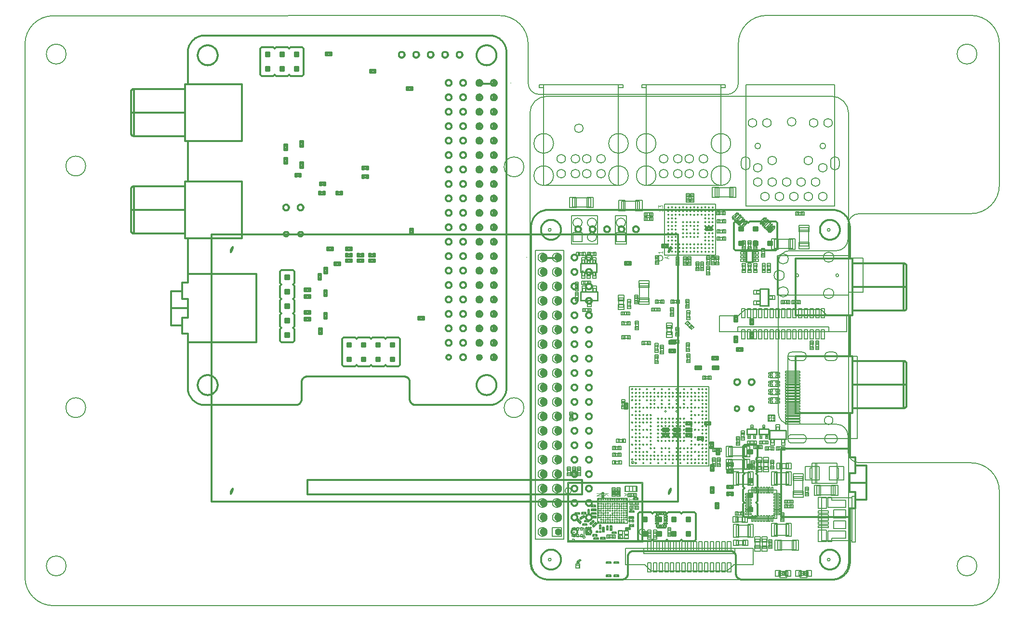
<source format=gbr>
%TF.GenerationSoftware,KiCad,Pcbnew,(6.0.6)*%
%TF.CreationDate,2022-07-08T10:44:38+02:00*%
%TF.ProjectId,norns_fork,6e6f726e-735f-4666-9f72-6b2e6b696361,V2*%
%TF.SameCoordinates,Original*%
%TF.FileFunction,OtherDrawing,Comment*%
%FSLAX46Y46*%
G04 Gerber Fmt 4.6, Leading zero omitted, Abs format (unit mm)*
G04 Created by KiCad (PCBNEW (6.0.6)) date 2022-07-08 10:44:38*
%MOMM*%
%LPD*%
G01*
G04 APERTURE LIST*
%ADD10C,0.349999*%
%ADD11C,0.200000*%
%TA.AperFunction,Profile*%
%ADD12C,0.200000*%
%TD*%
%ADD13C,0.095250*%
%ADD14C,0.098425*%
G04 APERTURE END LIST*
D10*
X145810230Y-112201368D02*
X145826197Y-112182935D01*
X123614826Y-53643442D02*
X123634743Y-53629278D01*
X126422940Y-68027513D02*
X126401036Y-68016295D01*
X102989397Y-77551798D02*
X102989397Y-77554598D01*
X159590000Y-93527479D02*
X159590000Y-93528830D01*
D11*
X150664000Y-70617000D02*
X150664000Y-68817000D01*
D10*
X113432799Y-48917609D02*
X113432799Y-48917609D01*
X129188876Y-68276464D02*
X129178703Y-68253962D01*
X73999800Y-86107886D02*
X73999800Y-83266200D01*
X104796797Y-78233954D02*
X104796797Y-78231497D01*
X146243867Y-74363979D02*
X146266936Y-74354883D01*
X160590000Y-94024840D02*
X160590000Y-94024840D01*
X123690009Y-89141408D02*
X123706829Y-89123766D01*
X126006129Y-56251377D02*
X126029733Y-56259364D01*
X160340000Y-95063155D02*
X160340000Y-95065741D01*
X120663840Y-76574204D02*
X120688418Y-76579876D01*
X170750000Y-115487376D02*
X170750000Y-115487376D01*
X170000000Y-114997412D02*
X170000000Y-114997412D01*
X173710545Y-105734424D02*
X173725291Y-105747197D01*
X142396520Y-88897419D02*
X142392052Y-88922436D01*
X98916743Y-85650000D02*
X98914152Y-85650000D01*
X105796797Y-78231497D02*
X105796797Y-78229212D01*
X145841278Y-86763746D02*
X145855441Y-86743829D01*
X137404199Y-78701804D02*
X137604199Y-78701804D01*
X120639734Y-65437037D02*
X120616130Y-65445024D01*
X145258008Y-126733479D02*
X145240485Y-126742453D01*
X142842258Y-121514424D02*
X142816835Y-121517654D01*
X128131976Y-44896678D02*
X128209494Y-44861632D01*
X142842258Y-116434422D02*
X142816835Y-116437653D01*
X152192562Y-105476401D02*
X152189797Y-105476401D01*
X129112795Y-83391063D02*
X129096829Y-83372631D01*
X171018475Y-92766997D02*
X171018475Y-92766997D01*
X107053400Y-79659442D02*
X107053400Y-79659598D01*
X170750000Y-115485525D02*
X170750000Y-115485525D01*
X166825157Y-119534602D02*
X166825157Y-119534602D01*
X101838400Y-67297957D02*
X101838400Y-67297957D01*
X145931878Y-94182182D02*
X145936346Y-94157166D01*
X143386205Y-101826757D02*
X143391877Y-101802180D01*
X99437399Y-77567385D02*
X99437399Y-77569476D01*
X98900156Y-84900000D02*
X98900156Y-84900000D01*
X137401819Y-89509484D02*
X137426836Y-89513951D01*
X94824000Y-64114142D02*
X94824000Y-64111556D01*
X129178703Y-93653959D02*
X129167485Y-93632055D01*
X140195264Y-98686640D02*
X140171157Y-98679795D01*
X137880230Y-119150234D02*
X137863409Y-119132591D01*
X137404199Y-99621802D02*
X137404199Y-99471800D01*
X98907320Y-88837001D02*
X98905451Y-88837001D01*
D11*
X176426151Y-72645928D02*
X176871628Y-72200451D01*
X157348000Y-126814000D02*
X157348000Y-127384000D01*
X145335000Y-125077700D02*
X144735000Y-125077700D01*
D10*
X128746940Y-73046860D02*
X128720798Y-73046199D01*
X107803400Y-79654147D02*
X107803400Y-79654147D01*
X103489397Y-78719641D02*
X103489397Y-78719798D01*
X120816939Y-62874859D02*
X120790798Y-62874198D01*
X139040707Y-130251964D02*
X138953127Y-130240835D01*
X159421597Y-108918028D02*
X159421597Y-108918028D01*
X105634997Y-63323569D02*
X105634997Y-63324927D01*
X162485600Y-108936838D02*
X162485600Y-108939600D01*
D11*
X150634100Y-134674000D02*
X150634100Y-134974000D01*
D10*
X123836175Y-86294138D02*
X123838137Y-86268339D01*
X94974913Y-74378650D02*
X94957390Y-74369675D01*
X99392676Y-88837001D02*
X99392676Y-88837001D01*
X140385768Y-96255770D02*
X140367335Y-96239804D01*
X170000000Y-115473849D02*
X170000000Y-115473849D01*
X160428200Y-109864523D02*
X160428200Y-109864523D01*
X129218477Y-83611818D02*
X129212804Y-83587241D01*
X171499256Y-93016997D02*
X171496563Y-93016997D01*
D11*
X174948000Y-75914000D02*
X174948000Y-76484000D01*
D10*
X120632608Y-96027739D02*
X120614606Y-96035878D01*
X139944200Y-93641798D02*
X139944200Y-93791800D01*
X94574000Y-64122397D02*
X94824000Y-64122397D01*
X129226175Y-50746138D02*
X129228136Y-50720339D01*
X107053400Y-78708102D02*
X107053400Y-78710387D01*
X140536206Y-89138759D02*
X140541879Y-89114182D01*
X102739397Y-79184600D02*
X102739397Y-79181800D01*
X139609745Y-79115216D02*
X139622959Y-79135827D01*
D11*
X172908000Y-76434000D02*
X172408000Y-76434000D01*
D10*
X144966121Y-124757537D02*
X144976294Y-124780040D01*
X128212798Y-50694197D02*
X128213459Y-50720339D01*
X139718537Y-126868644D02*
X139707206Y-126884578D01*
X95474997Y-84290557D02*
X95474997Y-84290557D01*
X145356836Y-102201947D02*
X145382259Y-102205177D01*
X120356343Y-50945615D02*
X120369556Y-50966226D01*
X96474997Y-84312602D02*
X96474997Y-84309836D01*
D11*
X183358000Y-134684000D02*
X183358000Y-134084000D01*
D10*
X170500000Y-116667647D02*
X170500000Y-116665057D01*
X122938801Y-96079067D02*
X122923720Y-96098258D01*
X139637122Y-119795744D02*
X139652203Y-119814935D01*
D11*
X150335600Y-132634000D02*
X150335600Y-132334000D01*
D10*
X106955798Y-45876944D02*
X106955798Y-45876944D01*
D11*
X175928000Y-111624000D02*
X175928000Y-111124000D01*
D10*
X125703623Y-53408867D02*
X125712719Y-53431936D01*
X136996200Y-94091803D02*
X136996200Y-94091803D01*
X145793410Y-93720589D02*
X145775767Y-93703768D01*
D11*
X145555368Y-125649700D02*
X145767500Y-125437568D01*
D10*
X120322719Y-65724464D02*
X120313623Y-65747533D01*
X148893226Y-73465557D02*
X148872615Y-73452343D01*
X137556139Y-92057182D02*
X137581563Y-92053952D01*
X98901400Y-89587001D02*
X98901400Y-89587001D01*
X128313720Y-47850250D02*
X128299556Y-47870167D01*
X123133062Y-51150278D02*
X123156131Y-51159374D01*
X142417024Y-112034468D02*
X142426120Y-112057537D01*
X142386860Y-111885942D02*
X142388822Y-111911740D01*
X159269199Y-76580000D02*
X159269199Y-76582800D01*
X143328653Y-114663217D02*
X143340885Y-114641944D01*
X138595272Y-130240835D02*
X138507692Y-130251964D01*
X145192056Y-93633112D02*
X145170783Y-93645344D01*
X123203798Y-43189200D02*
X123203798Y-43189200D01*
X121116461Y-96159046D02*
X121104396Y-96143693D01*
X94720698Y-62069396D02*
X94718413Y-62069396D01*
X95474997Y-84315398D02*
X95474997Y-84765399D01*
D11*
X157358000Y-134169000D02*
X156758000Y-134169000D01*
D10*
X140478655Y-86208382D02*
X140465441Y-86187770D01*
X98764998Y-67797171D02*
X98764998Y-67797640D01*
X128252719Y-96216463D02*
X128243624Y-96239532D01*
X120313623Y-58476868D02*
X120322719Y-58499937D01*
X143253409Y-124200592D02*
X143235766Y-124183771D01*
X76668946Y-104496555D02*
X76802745Y-104555838D01*
X98911700Y-88837001D02*
X98909411Y-88837001D01*
X160340000Y-95068434D02*
X160340000Y-95068434D01*
X119734556Y-42905170D02*
X119721342Y-42925782D01*
X138012199Y-89011801D02*
X138012199Y-89011801D01*
X171650997Y-94802321D02*
X171650997Y-94804411D01*
D11*
X153168000Y-102009000D02*
G75*
G03*
X153168000Y-102009000I-135000J0D01*
G01*
D10*
X142417024Y-109494467D02*
X142426120Y-109517536D01*
X137002053Y-106869163D02*
X137006520Y-106894179D01*
X159488055Y-120210412D02*
X159480473Y-120271452D01*
X120988534Y-61310282D02*
X121011037Y-61300109D01*
X123838798Y-65922202D02*
X123838137Y-65896060D01*
X94229998Y-45813002D02*
X93909998Y-45813002D01*
X137262056Y-93645113D02*
X137240782Y-93657345D01*
X74476996Y-48349211D02*
X74476996Y-58349188D01*
X143157615Y-88565342D02*
X143136342Y-88553110D01*
X126103433Y-50192047D02*
X126078417Y-50196515D01*
X120917755Y-61334210D02*
X120941861Y-61327364D01*
X145902278Y-119677536D02*
X145911374Y-119654466D01*
X160678200Y-109405703D02*
X160678200Y-109405703D01*
X143396345Y-117017162D02*
X143399575Y-116991739D01*
X152042198Y-79615210D02*
X152042198Y-79617499D01*
X145434199Y-80871794D02*
X145408058Y-80872455D01*
X146311343Y-74333491D02*
X146332616Y-74321259D01*
X159590000Y-95543547D02*
X159590000Y-95543547D01*
D11*
X157718000Y-115009000D02*
G75*
G03*
X157718000Y-115009000I-135000J0D01*
G01*
D10*
X191225197Y-119907381D02*
X191225197Y-120016104D01*
X129222944Y-58391564D02*
X129226175Y-58366141D01*
X125857662Y-48546197D02*
X125876852Y-48561278D01*
X160428200Y-109866614D02*
X160428200Y-109866614D01*
D11*
X159505100Y-77183900D02*
G75*
G03*
X159505100Y-77183900I-127000J0D01*
G01*
D10*
X94710402Y-58386397D02*
X94709624Y-58386397D01*
X122825422Y-81214139D02*
X122828652Y-81239563D01*
X96474997Y-85489653D02*
X96474997Y-85489653D01*
X142472957Y-124843828D02*
X142487120Y-124863745D01*
X126686174Y-60906142D02*
X126688135Y-60880343D01*
X170750000Y-119446570D02*
X170750000Y-119446570D01*
X105046797Y-79640162D02*
X105046797Y-79640162D01*
X137678867Y-85994622D02*
X137655263Y-85986636D01*
X98014998Y-67309500D02*
X98014998Y-67307212D01*
X120988534Y-81630278D02*
X121011037Y-81620105D01*
X166827473Y-116347601D02*
X166827473Y-116347601D01*
X128546130Y-89271374D02*
X128569734Y-89279360D01*
X137925441Y-117235827D02*
X137938654Y-117215216D01*
X114501299Y-74028800D02*
X114503584Y-74028800D01*
D11*
X175398000Y-112404000D02*
X175398000Y-111904000D01*
D10*
X142534988Y-79199017D02*
X142552631Y-79215838D01*
X150691292Y-74107042D02*
X150702510Y-74128946D01*
X138006345Y-111949165D02*
X138009576Y-111923742D01*
X98927874Y-80912200D02*
X98927874Y-80912200D01*
D11*
X144458000Y-83034000D02*
X144458000Y-83534000D01*
D10*
X125938654Y-53680888D02*
X125960558Y-53692107D01*
X194225197Y-120334269D02*
X194225197Y-120334269D01*
X140502105Y-114191560D02*
X140490887Y-114169656D01*
X201235451Y-97463786D02*
X201240315Y-97490676D01*
X121258876Y-81359936D02*
X121267972Y-81336867D01*
X107553400Y-79658198D02*
X107553400Y-79658972D01*
X167733437Y-122252402D02*
X167733437Y-122252402D01*
D11*
X172536000Y-116134000D02*
X172536000Y-114334000D01*
D10*
X146289439Y-73428892D02*
X146266936Y-73418719D01*
D11*
X175378000Y-109924000D02*
X175378000Y-109124000D01*
D10*
X114020319Y-73778800D02*
X114020319Y-73778800D01*
X145012958Y-109603827D02*
X145027121Y-109623744D01*
X71999800Y-89887519D02*
X71999800Y-90111693D01*
X96224997Y-89471598D02*
X96224997Y-89468802D01*
X137181064Y-97023804D02*
X137200254Y-97038885D01*
X98018320Y-92304801D02*
X98018320Y-92304801D01*
X137845767Y-94467836D02*
X137863409Y-94451016D01*
X101707400Y-80211077D02*
X101707400Y-80211077D01*
X140465441Y-79135827D02*
X140478655Y-79115216D01*
X121212039Y-91038173D02*
X121197876Y-91018256D01*
X171504299Y-89333998D02*
X171504299Y-89333998D01*
X121296174Y-58250258D02*
X121292944Y-58224835D01*
X164767597Y-110438200D02*
X164767597Y-110438200D01*
X125703623Y-91508867D02*
X125712719Y-91531936D01*
X125673459Y-55800341D02*
X125675420Y-55826140D01*
X129178703Y-96634437D02*
X129188876Y-96611935D01*
X145307242Y-98667794D02*
X145283136Y-98674639D01*
X123110559Y-86700103D02*
X123133062Y-86710276D01*
X194225197Y-119765452D02*
X194225197Y-119454638D01*
X142409038Y-116788735D02*
X142402192Y-116812842D01*
X102989397Y-78719172D02*
X102989397Y-78719641D01*
X166266197Y-74009802D02*
X166266197Y-74009642D01*
X167844830Y-113202002D02*
X167844830Y-113202002D01*
X145223466Y-126752239D02*
X145206977Y-126762810D01*
X107553400Y-79163432D02*
X107553400Y-79163432D01*
X159269199Y-76577238D02*
X159269199Y-76580000D01*
X106803400Y-79634600D02*
X106803400Y-79637400D01*
X171650997Y-95293600D02*
X171650997Y-95292525D01*
X143091935Y-89467882D02*
X143114438Y-89457709D01*
X98264998Y-67781058D02*
X98264998Y-67781058D01*
X91939997Y-59720603D02*
X91937201Y-59720603D01*
X123634743Y-55355117D02*
X123614826Y-55340954D01*
X166827473Y-115347601D02*
X166828831Y-115347601D01*
X138011538Y-116977941D02*
X138012199Y-116951800D01*
X126688135Y-91360342D02*
X126688796Y-91334201D01*
X143402198Y-106779799D02*
X143402198Y-106779799D01*
X128299556Y-76378226D02*
X128313720Y-76398143D01*
X137880230Y-126770233D02*
X137863409Y-126752590D01*
X170500000Y-120619200D02*
X170500000Y-120169199D01*
X152274197Y-131481800D02*
X152274197Y-134481800D01*
X123706829Y-58643769D02*
X123722796Y-58625337D01*
X170500000Y-120166403D02*
X170500000Y-120169199D01*
X125688791Y-53107240D02*
X125683118Y-53131818D01*
X112799215Y-42754742D02*
X112777942Y-42742510D01*
X106634997Y-63307959D02*
X106634997Y-63310660D01*
X129096829Y-68815767D02*
X129112795Y-68797334D01*
X126657971Y-63219533D02*
X126648875Y-63196464D01*
X126080798Y-81474200D02*
X126080798Y-81324198D01*
X145092632Y-102075831D02*
X145111064Y-102091798D01*
X98391997Y-65622801D02*
X98391997Y-65622023D01*
X145027121Y-99463744D02*
X145042202Y-99482934D01*
X168321560Y-112452002D02*
X168321560Y-112452002D01*
X137240782Y-113977344D02*
X137220171Y-113990558D01*
X126280797Y-93424201D02*
X126080798Y-93424201D01*
X91915625Y-59220603D02*
X91915156Y-59220603D01*
X142409038Y-119328736D02*
X142402192Y-119352843D01*
X128820798Y-76394198D02*
X128820798Y-76544200D01*
X139846463Y-83463717D02*
X139823961Y-83473890D01*
X128523061Y-91802279D02*
X128546130Y-91811375D01*
X107553400Y-78705645D02*
X107553400Y-78705645D01*
X139702632Y-124195769D02*
X139684990Y-124212589D01*
X138009576Y-124519859D02*
X138006345Y-124494436D01*
X105796797Y-79658198D02*
X105796797Y-79658972D01*
X102989397Y-78221202D02*
X102989397Y-78221202D01*
X129222944Y-53156834D02*
X129218477Y-53131818D01*
X188862204Y-135423624D02*
X189005452Y-135391324D01*
X137788227Y-80970554D02*
X137767616Y-80957340D01*
X140144199Y-86771803D02*
X139944200Y-86771803D01*
X169750000Y-116681643D02*
X169750000Y-116681643D01*
X126280797Y-48604201D02*
X126280797Y-48454199D01*
X99458800Y-43298049D02*
X99458800Y-43300498D01*
X105546797Y-79654147D02*
X105546797Y-79655768D01*
X166864998Y-115597601D02*
X166864998Y-116097601D01*
X140367335Y-103859802D02*
X140348145Y-103844721D01*
X171828410Y-101119210D02*
X171845230Y-101101568D01*
X140176536Y-72934749D02*
X140124584Y-72868639D01*
D11*
X179948000Y-105834000D02*
X182548000Y-105834000D01*
D10*
X145868654Y-109583216D02*
X145880886Y-109561942D01*
X200739601Y-102563418D02*
X200739601Y-102563418D01*
X145434199Y-124051802D02*
X145434199Y-124051802D01*
X120647804Y-43316158D02*
X120653476Y-43291581D01*
X125876852Y-89201277D02*
X125896769Y-89215440D01*
X121237484Y-93620058D02*
X121225252Y-93598785D01*
X137069744Y-96368385D02*
X137057512Y-96389659D01*
X145382259Y-122525177D02*
X145408058Y-122527139D01*
X140451278Y-124267855D02*
X140436197Y-124248664D01*
X95194846Y-58386397D02*
X95194846Y-58386397D01*
X96474997Y-84292876D02*
X96474997Y-84292876D01*
X173811401Y-90418204D02*
X173811401Y-90418204D01*
X92673705Y-69842161D02*
X92662486Y-69820257D01*
X123722796Y-60519062D02*
X123706829Y-60500630D01*
X98020411Y-91554801D02*
X98020411Y-91554801D01*
X145536579Y-102197479D02*
X145561157Y-102191807D01*
X145236463Y-119947878D02*
X145259532Y-119956974D01*
X171027699Y-93016997D02*
X171027699Y-93016997D01*
X103489397Y-79634600D02*
X103489397Y-79637400D01*
X88830000Y-42953002D02*
X88830000Y-43273001D01*
X103739397Y-79160227D02*
X103739397Y-79160227D01*
X98934813Y-80662200D02*
X98934813Y-80662200D01*
X105634997Y-62839102D02*
X105634997Y-62839102D01*
D11*
X179588000Y-112644000D02*
X179588000Y-112144000D01*
X144758000Y-82994000D02*
X144758000Y-83574000D01*
D10*
X187015503Y-72404371D02*
X186940046Y-72443018D01*
X122872893Y-88561960D02*
X122862720Y-88584463D01*
X99437399Y-77557364D02*
X99437399Y-77557364D01*
X170500000Y-120644202D02*
X170500000Y-120644041D01*
X123356940Y-73034862D02*
X123330798Y-73034201D01*
X143301277Y-119175856D02*
X143286196Y-119156665D01*
X98942141Y-80662200D02*
X98942141Y-80662200D01*
X94538043Y-74410337D02*
X94522691Y-74422401D01*
X127540852Y-99536476D02*
X127450797Y-99534199D01*
X166847199Y-116347601D02*
X166847199Y-116347601D01*
D11*
X171645828Y-71001251D02*
X171787249Y-71142672D01*
D10*
X142552631Y-96995836D02*
X142571063Y-97011803D01*
X170750000Y-119447924D02*
X170750000Y-119446570D01*
X120941861Y-90837039D02*
X120917755Y-90830193D01*
X95186797Y-62319396D02*
X95186797Y-62319396D01*
X92411166Y-58970603D02*
X92411166Y-58970603D01*
X114432799Y-48908354D02*
X114432799Y-48908202D01*
X123838137Y-58328341D02*
X123838798Y-58302199D01*
X201154970Y-87980109D02*
X201167175Y-87960563D01*
X123481862Y-94347361D02*
X123505466Y-94339374D01*
X128984215Y-61288659D02*
X129004826Y-61275445D01*
X98141997Y-66121245D02*
X98141997Y-66121398D01*
X126190681Y-48254546D02*
X126190681Y-48254546D01*
D11*
X154468000Y-111109000D02*
G75*
G03*
X154468000Y-111109000I-135000J0D01*
G01*
D10*
X159019199Y-76597800D02*
X158519199Y-76597800D01*
X145942199Y-109319800D02*
X145942199Y-109319800D01*
X92479216Y-70496854D02*
X92499827Y-70483640D01*
X188752643Y-72530675D02*
X188681640Y-72485155D01*
X122845638Y-96553265D02*
X122853624Y-96576868D01*
X143391877Y-89102181D02*
X143396345Y-89077164D01*
X120344111Y-56004343D02*
X120356343Y-56025617D01*
X137581563Y-113909653D02*
X137556139Y-113906422D01*
X99141997Y-66118926D02*
X99141997Y-66119994D01*
X159684371Y-77201503D02*
X159651683Y-77253224D01*
X142946139Y-109825176D02*
X142971562Y-109821946D01*
X115464796Y-89301520D02*
X115464796Y-89301520D01*
X167833000Y-96802260D02*
X167833000Y-96802260D01*
D11*
X145188000Y-78524000D02*
X145188000Y-77944000D01*
D10*
X125703623Y-86428866D02*
X125712719Y-86451935D01*
X167717831Y-122252402D02*
X167717831Y-122252402D01*
X129098848Y-104555838D02*
X129232647Y-104496555D01*
X128962941Y-51140887D02*
X128984215Y-51128655D01*
X144936521Y-81277417D02*
X144932053Y-81302433D01*
X166816341Y-111609801D02*
X166819035Y-111609801D01*
X139944200Y-81691801D02*
X139944200Y-81841803D01*
X120283459Y-88808340D02*
X120285421Y-88834138D01*
X116214797Y-89298030D02*
X116214797Y-89296675D01*
X137911277Y-98867857D02*
X137896197Y-98848666D01*
X139536862Y-124545657D02*
X139536201Y-124571799D01*
X123156131Y-96879375D02*
X123179735Y-96887362D01*
X143301277Y-114703745D02*
X143315440Y-114683829D01*
D11*
X167758000Y-112974000D02*
X167188000Y-112974000D01*
D10*
X153267957Y-74170831D02*
X153282120Y-74190748D01*
X128262893Y-53013957D02*
X128252719Y-53036460D01*
D11*
X151693600Y-121385000D02*
G75*
G03*
X151693600Y-121385000I-125000J0D01*
G01*
D10*
X143270229Y-84261368D02*
X143286196Y-84242936D01*
X167841156Y-112452002D02*
X167841156Y-112452002D01*
D11*
X165355000Y-70684100D02*
G75*
G03*
X165355000Y-70684100I-127000J0D01*
G01*
D10*
X126006129Y-55297021D02*
X125983060Y-55306117D01*
X65485396Y-70029223D02*
X65485396Y-70029223D01*
X129043933Y-47762196D02*
X129024743Y-47747115D01*
X107553400Y-78229212D02*
X107553400Y-78229212D01*
D11*
X150020600Y-132634000D02*
X150020600Y-132334000D01*
D10*
X120764656Y-83194862D02*
X120738857Y-83196824D01*
X162735600Y-107778231D02*
X162735600Y-107779856D01*
X98891997Y-66115943D02*
X98891997Y-66117568D01*
X106384997Y-64363097D02*
X106384997Y-64363097D01*
X120369556Y-88498172D02*
X120356343Y-88518783D01*
X143852334Y-74278801D02*
X143870767Y-74262835D01*
X92392798Y-61608199D02*
X92395563Y-61608199D01*
X174257053Y-105734424D02*
X174271167Y-105720968D01*
X201247597Y-80493285D02*
X201247597Y-80493285D01*
X139760172Y-106370559D02*
X139740255Y-106384722D01*
D11*
X182548000Y-102134000D02*
X179948000Y-102134000D01*
D10*
X139944200Y-106491801D02*
X139944200Y-106641802D01*
X145283136Y-107264960D02*
X145307242Y-107271805D01*
X123046771Y-68883440D02*
X123067382Y-68896653D01*
X137604199Y-119191801D02*
X137604199Y-119041800D01*
X163485600Y-109416773D02*
X163485600Y-109416773D01*
X171244038Y-131238050D02*
X171230972Y-131190965D01*
X102989397Y-77101798D02*
X102989397Y-77099002D01*
X171032742Y-92766997D02*
X171032742Y-92766997D01*
X113682799Y-48930403D02*
X113682799Y-48930403D01*
X126688135Y-88820341D02*
X126688796Y-88794200D01*
X170000000Y-119433657D02*
X170000000Y-119430964D01*
X117693162Y-42687050D02*
X117667739Y-42683820D01*
X125983060Y-52766116D02*
X125960558Y-52776289D01*
X122896344Y-50945615D02*
X122909557Y-50966226D01*
X139538823Y-116899860D02*
X139536862Y-116925658D01*
X162735600Y-110343046D02*
X162735600Y-110343046D01*
X137746342Y-81838488D02*
X137767616Y-81826256D01*
X96474997Y-88747344D02*
X96474997Y-88748969D01*
X121132365Y-61218233D02*
X121150008Y-61201413D01*
X171512165Y-89083998D02*
X171512165Y-89083998D01*
X120305637Y-71153263D02*
X120313623Y-71176867D01*
X95186797Y-58636397D02*
X95189562Y-58636397D01*
X143328653Y-79103223D02*
X143340885Y-79081949D01*
X121237484Y-63624346D02*
X121248703Y-63602442D01*
X123356940Y-94369539D02*
X123382739Y-94367577D01*
X194225197Y-116593333D02*
X194225197Y-116593333D01*
X139567026Y-114237132D02*
X139559039Y-114260736D01*
X103739397Y-79166922D02*
X103739397Y-79165053D01*
X139802057Y-94538493D02*
X139823961Y-94549712D01*
X139538823Y-78799857D02*
X139536862Y-78825656D01*
X142552631Y-109695830D02*
X142571063Y-109711797D01*
X140529361Y-81240733D02*
X140521374Y-81217129D01*
X149016277Y-73582854D02*
X149001196Y-73563663D01*
X137746342Y-78405107D02*
X137724438Y-78393889D01*
X140549577Y-124623738D02*
X140551538Y-124597940D01*
X162485600Y-108273775D02*
X162485600Y-108273775D01*
X145074989Y-91180588D02*
X145058169Y-91198231D01*
X137655263Y-94576967D02*
X137678867Y-94568981D01*
X170500000Y-115473849D02*
X170500000Y-115471258D01*
X167833000Y-96321478D02*
X167833000Y-96321478D01*
X142791819Y-127597481D02*
X142816835Y-127601948D01*
X120893178Y-68959878D02*
X120917755Y-68954205D01*
X164386597Y-98494772D02*
X164386597Y-98493998D01*
X168209999Y-98000853D02*
X168209999Y-98000853D01*
X123672366Y-70626170D02*
X123653934Y-70610203D01*
X114503584Y-74528800D02*
X114503584Y-74528800D01*
X145775767Y-94455835D02*
X145793410Y-94439015D01*
X65083048Y-66542159D02*
X65096883Y-66524245D01*
X167721321Y-122002402D02*
X167721321Y-122002402D01*
X105046797Y-79199599D02*
X105546797Y-79199599D01*
X166787598Y-107796603D02*
X166787598Y-107799399D01*
X114512373Y-74528800D02*
X114512843Y-74528800D01*
X128379230Y-73178168D02*
X128361588Y-73194988D01*
X171717052Y-105734424D02*
X171731166Y-105720968D01*
D11*
X172058000Y-78884000D02*
X172058000Y-78484000D01*
D10*
X126572794Y-78311065D02*
X126556828Y-78292633D01*
X99958800Y-42813605D02*
X99958800Y-42813605D01*
X128871862Y-47669032D02*
X128847755Y-47662186D01*
D11*
X161008000Y-93874000D02*
X161008000Y-93374000D01*
X162268000Y-109159000D02*
G75*
G03*
X162268000Y-109159000I-135000J0D01*
G01*
D10*
X101088400Y-67795325D02*
X101088400Y-67796397D01*
X163485600Y-110340456D02*
X163485600Y-110337763D01*
X96224997Y-88751395D02*
X96224997Y-88751395D01*
X129004826Y-60432956D02*
X128984215Y-60419743D01*
X126422940Y-85807512D02*
X126401036Y-85796294D01*
X99411246Y-80662200D02*
X99413699Y-80662200D01*
X121298797Y-58302199D02*
X121298136Y-58276057D01*
X139702632Y-97007837D02*
X139721065Y-97023804D01*
X107205798Y-45861601D02*
X107205798Y-45861601D01*
X99014998Y-67797640D02*
X99014998Y-67797801D01*
X143091935Y-104707880D02*
X143114438Y-104697707D01*
X122923720Y-71306144D02*
X122938801Y-71325334D01*
X143068866Y-89476978D02*
X143091935Y-89467882D01*
X92409544Y-61608199D02*
X92411166Y-61608199D01*
X125722892Y-81394439D02*
X125734110Y-81416343D01*
X137767616Y-99606255D02*
X137788227Y-99593042D01*
X123807973Y-58127530D02*
X123798877Y-58104461D01*
X170500000Y-114993456D02*
X170500000Y-114993456D01*
X171501846Y-92766997D02*
X171499256Y-92766997D01*
X115451830Y-42847630D02*
X115435010Y-42829987D01*
X140044200Y-92059805D02*
X140070342Y-92059144D01*
D11*
X176293000Y-120224000D02*
X176043000Y-120224000D01*
D10*
X128313720Y-56078146D02*
X128328800Y-56097337D01*
X95474997Y-85982798D02*
X95474997Y-85982798D01*
X137827334Y-97023804D02*
X137845767Y-97007837D01*
X91730639Y-69911336D02*
X91723793Y-69935443D01*
X166766197Y-73510428D02*
X166766197Y-73510428D01*
X162485600Y-110337763D02*
X162485600Y-110335001D01*
X122909557Y-52938167D02*
X122896344Y-52958779D01*
D11*
X153498000Y-86464000D02*
X153998000Y-86464000D01*
D10*
X114568117Y-104708079D02*
X114613627Y-104725643D01*
X137678867Y-125048973D02*
X137701936Y-125039877D01*
X186940046Y-72443018D02*
X186866761Y-72485155D01*
X194225197Y-118799692D02*
X194225197Y-118463801D01*
D11*
X149693600Y-122585000D02*
G75*
G03*
X149693600Y-122585000I-125000J0D01*
G01*
D10*
X144957025Y-119654466D02*
X144966121Y-119677536D01*
X126307754Y-71506207D02*
X126331861Y-71499362D01*
D11*
X157558000Y-95234000D02*
X157558000Y-94234000D01*
D10*
X122845638Y-60993265D02*
X122853624Y-61016869D01*
X136996200Y-101711802D02*
X136996861Y-101737943D01*
X139622959Y-79135827D02*
X139637122Y-79155744D01*
X128215421Y-93926137D02*
X128218652Y-93951561D01*
X65317618Y-70494200D02*
X65317618Y-70494200D01*
X102989397Y-78714347D02*
X102989397Y-78714347D01*
X126688796Y-71014201D02*
X126688796Y-71014201D01*
X140515165Y-131802873D02*
X140504036Y-131715293D01*
X143771342Y-73440111D02*
X143749438Y-73428892D01*
X171035435Y-92766997D02*
X171035435Y-92766997D01*
X126378534Y-75626121D02*
X126355465Y-75617025D01*
X122218624Y-43363869D02*
X122227720Y-43386938D01*
X174141988Y-105808062D02*
X174159990Y-105799923D01*
X94708998Y-63069396D02*
X94708998Y-62819396D01*
X171490997Y-92766997D02*
X171490997Y-93016997D01*
X143157615Y-111425346D02*
X143136342Y-111413114D01*
X159840000Y-93539152D02*
X159840000Y-93539152D01*
X171018475Y-89833998D02*
X171019829Y-89833998D01*
X126678476Y-93976577D02*
X126682943Y-93951561D01*
X121166828Y-80820633D02*
X121150008Y-80802990D01*
X105046797Y-79659442D02*
X105046797Y-79659598D01*
X142518168Y-81721368D02*
X142534988Y-81739010D01*
X171269303Y-131382963D02*
X171263238Y-131334130D01*
X152042198Y-79645804D02*
X152542198Y-79645804D01*
X128344767Y-78292633D02*
X128328800Y-78311065D01*
D11*
X173178000Y-109024000D02*
X174978000Y-109024000D01*
D10*
X151711998Y-104726401D02*
X151711998Y-104476401D01*
X145027121Y-117243742D02*
X145042202Y-117262933D01*
X91916403Y-61608199D02*
X91916403Y-61608199D01*
X120486853Y-81569277D02*
X120506770Y-81583441D01*
X140467532Y-116670992D02*
X140467532Y-117232607D01*
X92258997Y-85030600D02*
X92098997Y-85190600D01*
X140541879Y-116849420D02*
X140536206Y-116824843D01*
X145892105Y-84140039D02*
X145902278Y-84117536D01*
D11*
X153166000Y-124431700D02*
X152566000Y-124431700D01*
D10*
X120790798Y-51190200D02*
X120790798Y-51190200D01*
X171016155Y-89333998D02*
X171016625Y-89333998D01*
X123203841Y-61334210D02*
X123228419Y-61339882D01*
X137604199Y-96931799D02*
X137604199Y-96781798D01*
X159421597Y-109858603D02*
X159421597Y-109859675D01*
X121113933Y-52830197D02*
X121094742Y-52815116D01*
X140451278Y-119795744D02*
X140465441Y-119775828D01*
X170750000Y-120632502D02*
X170750000Y-120630049D01*
X102299597Y-92947798D02*
X102045599Y-93201800D01*
X126283177Y-47656514D02*
X126258161Y-47652046D01*
X129205959Y-73705261D02*
X129212804Y-73681155D01*
X128941037Y-79092105D02*
X128962941Y-79080886D01*
X170750000Y-118962099D02*
X170750000Y-118964552D01*
X137478057Y-117459138D02*
X137504199Y-117459799D01*
X151828997Y-135313789D02*
X151869136Y-135285577D01*
X122862720Y-50879934D02*
X122872893Y-50902437D01*
D11*
X161105500Y-86854000D02*
X161105500Y-86354000D01*
D10*
X98374586Y-82754401D02*
X98374586Y-82754401D01*
D11*
X172058000Y-79134000D02*
X173058000Y-79134000D01*
D10*
X128313720Y-94178141D02*
X128328800Y-94197332D01*
X126180797Y-63902205D02*
X126206939Y-63901544D01*
X128569734Y-88309039D02*
X128546130Y-88317026D01*
X126128857Y-80668824D02*
X126103433Y-80672055D01*
X126307754Y-94366204D02*
X126331861Y-94359358D01*
X137788227Y-86893045D02*
X137808144Y-86878881D01*
X128252719Y-63196464D02*
X128243624Y-63219533D01*
X139740255Y-107198878D02*
X139760172Y-107213041D01*
X140512278Y-96829542D02*
X140521374Y-96806473D01*
X105884997Y-62829878D02*
X105884997Y-62829878D01*
X142571063Y-112251797D02*
X142590254Y-112266878D01*
X158421597Y-108931555D02*
X158421597Y-108931555D01*
X99377798Y-85650000D02*
X99380560Y-85650000D01*
X125678651Y-55696835D02*
X125675420Y-55722259D01*
X159171597Y-109876639D02*
X159171597Y-109876639D01*
D11*
X178858000Y-87799000D02*
X178858000Y-89449000D01*
D10*
X159840000Y-94023596D02*
X159840000Y-94022528D01*
X120764656Y-75574859D02*
X120738857Y-75576821D01*
X150907054Y-73440111D02*
X150885781Y-73452343D01*
X128694656Y-51201540D02*
X128720798Y-51202201D01*
X171019829Y-89333998D02*
X171019829Y-89333998D01*
X128720798Y-67966200D02*
X128720798Y-67966200D01*
D11*
X174848000Y-111664000D02*
X174278000Y-111664000D01*
D10*
X170000000Y-118969836D02*
X170000000Y-118969836D01*
X126484742Y-84121275D02*
X126503932Y-84106195D01*
X123133062Y-75614120D02*
X123110559Y-75624293D01*
X137240782Y-103817344D02*
X137220171Y-103830558D01*
X126080798Y-81624198D02*
X126080798Y-81474200D01*
X140367335Y-109723798D02*
X140385768Y-109707831D01*
X120414767Y-55420628D02*
X120398800Y-55439061D01*
X162735600Y-109416773D02*
X162735600Y-109415999D01*
X150643820Y-73834861D02*
X150641858Y-73860659D01*
X98496847Y-92054801D02*
X98496847Y-92054801D01*
X164517597Y-110435438D02*
X164517597Y-110435438D01*
X114182799Y-48930403D02*
X114182799Y-48930403D01*
X123838137Y-88808340D02*
X123838798Y-88782199D01*
X65485396Y-57090834D02*
X65485396Y-57269049D01*
X128620798Y-53684203D02*
X128820798Y-53684203D01*
D11*
X144003000Y-115694000D02*
X144003000Y-116264000D01*
D10*
X128620798Y-81024199D02*
X128820798Y-81024199D01*
X167959999Y-98480402D02*
X167459999Y-98480402D01*
X122825422Y-48090262D02*
X122823460Y-48116061D01*
X102739397Y-77076800D02*
X102989397Y-77076800D01*
X128618418Y-50196515D02*
X128593841Y-50202187D01*
X163235600Y-109862654D02*
X163235600Y-109862654D01*
X122695798Y-42681197D02*
X122695798Y-42681197D01*
X103739397Y-78700362D02*
X103739397Y-78700362D01*
X120738857Y-88276822D02*
X120713434Y-88280052D01*
X114182799Y-49406798D02*
X114182799Y-49406798D01*
X115464796Y-89308352D02*
X115464796Y-89305899D01*
X159590000Y-93525000D02*
X159590000Y-93525160D01*
X140478655Y-79115216D02*
X140490887Y-79093942D01*
X112638179Y-42691518D02*
X112613162Y-42687050D01*
X121094742Y-76489276D02*
X121113933Y-76474195D01*
X104796797Y-78715968D02*
X104796797Y-78715968D01*
X161428200Y-108917559D02*
X161428200Y-108917559D01*
X164136597Y-97995398D02*
X164386597Y-97995398D01*
X171039498Y-105392048D02*
X171037928Y-105412686D01*
X137006520Y-127214179D02*
X137012193Y-127238756D01*
D11*
X178858000Y-91519000D02*
X178858000Y-93169000D01*
D10*
X120398800Y-48465341D02*
X120414767Y-48483773D01*
D11*
X148548000Y-126102000D02*
X148548000Y-126702000D01*
D10*
X148829438Y-73428892D02*
X148806935Y-73418719D01*
X103739397Y-78221202D02*
X103739397Y-78220427D01*
X172474999Y-76030600D02*
X171834999Y-76030600D01*
X103489397Y-78244799D02*
X103489397Y-78241999D01*
X173813831Y-92055800D02*
X173813831Y-92055800D01*
X201244408Y-101191801D02*
X201244408Y-101191801D01*
X120597083Y-96044852D02*
X120580064Y-96054638D01*
X143352104Y-109099561D02*
X143340885Y-109077657D01*
X137097121Y-107095744D02*
X137112202Y-107114934D01*
X121296174Y-58354140D02*
X121298136Y-58328341D01*
X146332616Y-73452343D02*
X146311343Y-73440111D01*
X123822805Y-73415244D02*
X123815959Y-73391138D01*
X174307522Y-89668204D02*
X174306168Y-89668204D01*
X120713434Y-62880051D02*
X120688418Y-62884518D01*
X159547552Y-119973532D02*
X159528387Y-120031455D01*
X129004826Y-95992958D02*
X128984215Y-95979744D01*
X137404199Y-89461798D02*
X137404199Y-89311804D01*
X142673959Y-79297713D02*
X142696462Y-79307886D01*
X120431587Y-90962990D02*
X120414767Y-90980632D01*
X122999743Y-42782119D02*
X122979826Y-42767956D01*
X137981373Y-94266472D02*
X137989360Y-94242868D01*
X123594215Y-56196656D02*
X123614826Y-56183443D01*
X163235600Y-109866614D02*
X163235600Y-109866614D01*
D11*
X147550100Y-126651600D02*
X147250100Y-126651600D01*
D10*
X128218652Y-48076832D02*
X128215421Y-48102256D01*
X122884112Y-53464342D02*
X122896344Y-53485616D01*
X140144199Y-78551802D02*
X139944200Y-78551802D01*
X123228419Y-55264516D02*
X123203841Y-55270188D01*
X107553400Y-79637400D02*
X107553400Y-79637400D01*
X144928823Y-78891745D02*
X144932053Y-78917168D01*
X102989397Y-77096236D02*
X102989397Y-77096236D01*
X171512165Y-93516997D02*
X171512165Y-93516997D01*
X128847755Y-67982194D02*
X128823178Y-67976521D01*
X171719396Y-135313789D02*
X171760773Y-135339940D01*
D11*
X167304900Y-77833900D02*
G75*
G03*
X167304900Y-77833900I-127000J0D01*
G01*
D10*
X126280797Y-55474196D02*
X126280797Y-55324202D01*
X171034746Y-101023416D02*
X171047959Y-101044027D01*
X137404199Y-127261801D02*
X137404199Y-126961802D01*
X137046294Y-111651563D02*
X137036121Y-111674066D01*
X105046797Y-78703055D02*
X105046797Y-78703055D01*
X168341000Y-112702002D02*
X168340839Y-112702002D01*
X80122120Y-100763803D02*
X80094607Y-100682491D01*
D11*
X144620000Y-125077700D02*
X144920000Y-125077700D01*
D10*
X94270636Y-70213463D02*
X94278623Y-70237066D01*
X96474997Y-89939276D02*
X96474997Y-89941146D01*
X125773719Y-91030257D02*
X125759556Y-91050174D01*
X122979826Y-43610445D02*
X122999743Y-43596281D01*
X95724997Y-84790244D02*
X95724997Y-84790244D01*
X99425242Y-80662200D02*
X99425398Y-80662200D01*
X123614826Y-83280960D02*
X123594215Y-83267746D01*
X145880886Y-91297656D02*
X145868654Y-91276382D01*
X128798161Y-84216344D02*
X128823178Y-84211876D01*
D11*
X164228000Y-80184000D02*
X164228000Y-79614000D01*
D10*
X142447512Y-109077657D02*
X142436293Y-109099561D01*
X140218868Y-96154626D02*
X140195264Y-96146639D01*
X98014998Y-67781058D02*
X98014998Y-67781058D01*
X128820798Y-58464202D02*
X128820798Y-58614203D01*
X170500000Y-118950400D02*
X170750000Y-118950400D01*
D11*
X160968000Y-102009000D02*
G75*
G03*
X160968000Y-102009000I-135000J0D01*
G01*
X166168000Y-104609000D02*
G75*
G03*
X166168000Y-104609000I-135000J0D01*
G01*
D10*
X120305637Y-60691135D02*
X120298791Y-60715242D01*
X130936117Y-102080713D02*
X130947110Y-101932961D01*
X121011037Y-65464293D02*
X120988534Y-65454120D01*
X145941538Y-104265943D02*
X145942199Y-104239802D01*
X128984215Y-50259739D02*
X128962941Y-50247507D01*
X129205959Y-83563135D02*
X129197972Y-83539531D01*
X128720798Y-88286200D02*
X128720798Y-88286200D01*
X166844437Y-120284602D02*
X166844437Y-120284602D01*
X145058169Y-102041368D02*
X145074989Y-102059010D01*
X121113933Y-53614197D02*
X121132365Y-53598231D01*
X125734110Y-68232058D02*
X125722892Y-68253962D01*
X92554795Y-74994507D02*
X92566860Y-74979154D01*
X100957400Y-79732554D02*
X100957400Y-79732554D01*
X140536206Y-104378756D02*
X140541879Y-104354178D01*
X137556139Y-93586422D02*
X137530341Y-93584461D01*
X100208800Y-43290000D02*
X100208800Y-43292761D01*
X95199587Y-63069396D02*
X95199587Y-63069396D01*
X128286343Y-89057615D02*
X128299556Y-89078227D01*
X105046797Y-78229212D02*
X105046797Y-78229212D01*
D11*
X165355000Y-71334100D02*
G75*
G03*
X165355000Y-71334100I-127000J0D01*
G01*
D10*
X137181064Y-127503796D02*
X137200254Y-127518877D01*
X139740255Y-112278879D02*
X139760172Y-112293043D01*
X100437399Y-77554598D02*
X100437399Y-77554598D01*
X128235637Y-88945263D02*
X128243624Y-88968867D01*
D11*
X181407700Y-120554200D02*
X181407600Y-117354100D01*
D10*
X139546521Y-81494179D02*
X139552194Y-81518757D01*
X128823178Y-56271882D02*
X128847755Y-56266209D01*
D11*
X142523000Y-116264000D02*
X142523000Y-115694000D01*
D10*
X191045839Y-72333753D02*
X190986556Y-72199954D01*
X171230972Y-131190965D02*
X171215641Y-131144626D01*
X170000000Y-120144827D02*
X170000000Y-120145602D01*
X143402198Y-122019800D02*
X143401537Y-121993659D01*
X123382739Y-58807580D02*
X123408162Y-58804349D01*
X126180797Y-85746199D02*
X126180797Y-85746199D01*
X128798161Y-56276349D02*
X128823178Y-56271882D01*
X120288651Y-88704835D02*
X120285421Y-88730259D01*
X148434531Y-74363979D02*
X148458135Y-74371966D01*
X121225252Y-50945615D02*
X121237484Y-50924341D01*
X145382259Y-111354424D02*
X145356836Y-111357655D01*
D11*
X156418000Y-109809000D02*
G75*
G03*
X156418000Y-109809000I-135000J0D01*
G01*
D10*
X126029733Y-81659361D02*
X126053840Y-81666207D01*
X117615798Y-42681197D02*
X117615798Y-42681197D01*
X129043933Y-58706200D02*
X129062366Y-58690234D01*
D11*
X177458000Y-55174000D02*
G75*
G03*
X177458000Y-55174000I-750000J0D01*
G01*
D10*
X106803400Y-78222273D02*
X106803400Y-78221202D01*
X145631936Y-125027880D02*
X145654439Y-125017706D01*
X139536862Y-99145659D02*
X139536201Y-99171801D01*
X188887363Y-133332185D02*
X188950861Y-133277182D01*
X128274111Y-65692058D02*
X128262893Y-65713962D01*
X145718227Y-102121042D02*
X145738144Y-102106878D01*
X128620798Y-53084197D02*
X128620798Y-53384200D01*
X173810627Y-93055800D02*
X173810627Y-93055800D01*
X174331362Y-105644333D02*
X174341148Y-105627314D01*
X120313623Y-81336867D02*
X120322719Y-81359936D01*
X176218998Y-72540602D02*
X175965000Y-72794600D01*
X129096829Y-50352627D02*
X129080008Y-50334984D01*
X137950886Y-124813941D02*
X137962104Y-124792037D01*
X126078417Y-78136521D02*
X126053840Y-78142194D01*
D11*
X162768636Y-90014514D02*
X163171686Y-90417564D01*
D10*
X128941037Y-56232108D02*
X128962941Y-56220889D01*
X142386860Y-83945940D02*
X142388822Y-83971739D01*
D11*
X168238000Y-79631000D02*
X167738000Y-79631000D01*
D10*
X168083000Y-96330702D02*
X168083000Y-96333151D01*
X105884997Y-62832854D02*
X105884997Y-62832854D01*
X128328800Y-60531063D02*
X128313720Y-60550254D01*
X126688135Y-48180338D02*
X126688796Y-48154196D01*
X105796797Y-78219958D02*
X105796797Y-78219958D01*
X160340000Y-95547598D02*
X160340000Y-95546522D01*
X128620798Y-68924201D02*
X128820798Y-68924201D01*
X158421597Y-110351748D02*
X158421597Y-110349879D01*
X142894199Y-122527800D02*
X142894199Y-122527800D01*
X103739397Y-77557364D02*
X103739397Y-77560057D01*
X123653934Y-66314202D02*
X123672366Y-66298235D01*
X101707400Y-80201655D02*
X101707400Y-80204245D01*
X165136597Y-98009550D02*
X165136597Y-98009550D01*
X115714797Y-89334201D02*
X116214797Y-89334201D01*
X138009576Y-94039862D02*
X138006345Y-94014439D01*
D11*
X150415200Y-120368800D02*
X150915200Y-120368800D01*
D10*
X129228136Y-88820341D02*
X129228797Y-88794200D01*
X128213459Y-76068057D02*
X128212798Y-76094199D01*
X126688796Y-91334201D02*
X126688135Y-91308059D01*
X106634997Y-64355231D02*
X106634997Y-64355231D01*
X139721065Y-81783799D02*
X139740255Y-81798880D01*
X150010200Y-120486346D02*
X150010200Y-120486346D01*
X117292663Y-43581200D02*
X117311854Y-43596281D01*
X136998822Y-114359859D02*
X136996861Y-114385657D01*
X120285421Y-78570259D02*
X120283459Y-78596057D01*
X166839150Y-115597601D02*
X166841740Y-115597601D01*
X120764656Y-60334858D02*
X120738857Y-60336819D01*
X159019199Y-76574545D02*
X159019199Y-76574545D01*
X113432799Y-48908202D02*
X113682799Y-48908202D01*
X186130390Y-131380092D02*
X186102877Y-131461404D01*
X140044200Y-88503798D02*
X140044200Y-88503798D01*
X162735600Y-107779856D02*
X162735600Y-107779856D01*
X129155253Y-70750785D02*
X129142039Y-70730174D01*
X140328228Y-119913041D02*
X140348145Y-119898878D01*
X129142039Y-61138231D02*
X129155253Y-61117620D01*
X149760200Y-120480101D02*
X149760200Y-120477648D01*
X140307617Y-78417339D02*
X140286343Y-78405107D01*
X165136597Y-98495402D02*
X165136597Y-98495241D01*
X145130255Y-93672721D02*
X145111064Y-93687802D01*
X140241937Y-111403723D02*
X140218868Y-111394628D01*
X174385515Y-105495491D02*
X174388100Y-105475152D01*
X78013444Y-44979107D02*
X78098110Y-44998648D01*
X173901895Y-105035458D02*
X173882233Y-105039995D01*
X99208800Y-43300498D02*
X99208800Y-43302786D01*
X122828652Y-60764836D02*
X122825422Y-60790259D01*
X94931408Y-103980201D02*
X94939841Y-103931869D01*
D11*
X172261051Y-72507328D02*
X172706528Y-72061851D01*
D10*
X123706829Y-57960629D02*
X123690009Y-57942986D01*
X117766862Y-43674365D02*
X117790466Y-43666378D01*
X125703075Y-43374256D02*
X125709832Y-43463129D01*
X120282798Y-58302199D02*
X120283459Y-58328341D01*
X137240782Y-91117344D02*
X137220171Y-91130557D01*
X142816835Y-104741948D02*
X142842258Y-104745178D01*
X98919436Y-84650000D02*
X98916743Y-84650000D01*
X170750000Y-120642798D02*
X170750000Y-120641726D01*
X107803400Y-78714347D02*
X107803400Y-78714347D01*
X170500000Y-120169199D02*
X170750000Y-120169199D01*
X158671597Y-109872202D02*
X159171597Y-109872202D01*
X171508675Y-89833998D02*
X171506584Y-89833998D01*
X122823460Y-91296058D02*
X122822799Y-91322199D01*
X121032941Y-63828891D02*
X121054214Y-63816659D01*
X77616642Y-44822986D02*
X77692099Y-44861632D01*
X140420231Y-96290234D02*
X140403410Y-96272591D01*
X167714157Y-122002402D02*
X167714626Y-122002402D01*
X102299597Y-98027800D02*
X104331599Y-98027800D01*
X123228419Y-63879883D02*
X123253435Y-63884351D01*
X128286343Y-63130783D02*
X128274111Y-63152057D01*
X96474997Y-85493613D02*
X96474997Y-85491522D01*
X128720798Y-55266196D02*
X128720798Y-55266196D01*
X166830452Y-120034602D02*
X166832321Y-120034602D01*
X140144199Y-111721800D02*
X139944200Y-111721800D01*
X98764998Y-67781058D02*
X98764998Y-67783648D01*
X123007663Y-71394197D02*
X123026854Y-71409277D01*
X167302799Y-115347601D02*
X167299999Y-115347601D01*
X170750000Y-116195952D02*
X170750000Y-116198542D01*
X137404199Y-126961802D02*
X137604199Y-126961802D01*
X163235600Y-108264986D02*
X163235600Y-108262701D01*
X120728907Y-96000485D02*
X120708894Y-96004059D01*
X98916743Y-85650000D02*
X98916743Y-85650000D01*
X120688418Y-48639885D02*
X120713434Y-48644353D01*
X167713997Y-122252402D02*
X167714157Y-122252402D01*
X158421597Y-109407988D02*
X158421597Y-109405703D01*
X122833120Y-55659817D02*
X122828652Y-55684834D01*
X144976294Y-104460040D02*
X144987513Y-104481944D01*
X160590000Y-94015585D02*
X160590000Y-94013304D01*
X144006373Y-74061470D02*
X144014360Y-74037866D01*
X142472957Y-91255771D02*
X142459744Y-91276382D01*
X123706829Y-68803766D02*
X123722796Y-68785333D01*
X99014998Y-67317237D02*
X99014998Y-67314543D01*
D11*
X176768000Y-79914000D02*
X177348000Y-79914000D01*
D10*
X122773162Y-42687050D02*
X122747738Y-42683820D01*
X159840000Y-95534849D02*
X159840000Y-95534849D01*
X167016197Y-74005972D02*
X167016197Y-74004347D01*
X123007663Y-84094197D02*
X123026854Y-84109278D01*
X142816835Y-80877647D02*
X142791819Y-80882115D01*
X162735600Y-108252199D02*
X162735600Y-108249399D01*
X65088225Y-70494200D02*
X65088225Y-70494200D01*
X143401537Y-104265943D02*
X143402198Y-104239802D01*
X120917755Y-60350190D02*
X120893178Y-60344517D01*
X126678476Y-93771818D02*
X126672803Y-93747241D01*
X145939576Y-119427860D02*
X145936346Y-119402436D01*
X160428200Y-110357199D02*
X160678200Y-110357199D01*
X94574000Y-64104720D02*
X94574000Y-64104720D01*
X170750000Y-120643572D02*
X170750000Y-120642798D01*
X125672798Y-50694197D02*
X125673459Y-50720339D01*
X142894199Y-80871794D02*
X142894199Y-80871794D01*
X98141997Y-65622801D02*
X98141997Y-65622023D01*
X97884627Y-82004401D02*
X97884627Y-82004401D01*
X151175338Y-74394143D02*
X151201137Y-74392182D01*
D11*
X157068000Y-105259000D02*
G75*
G03*
X157068000Y-105259000I-135000J0D01*
G01*
D10*
X155609398Y-124595400D02*
X155609398Y-125235400D01*
X166537598Y-108268946D02*
X166537598Y-108267077D01*
X142971562Y-80877647D02*
X142946139Y-80874417D01*
X126331861Y-85769038D02*
X126307754Y-85762192D01*
X145931878Y-84022179D02*
X145936346Y-83997162D01*
X103739397Y-79163432D02*
X103739397Y-79163432D01*
X187595273Y-72240837D02*
X187507693Y-72251966D01*
X125999670Y-42305759D02*
X125954151Y-42376762D01*
X127971194Y-44955525D02*
X128052506Y-44928012D01*
D11*
X174258000Y-77909000D02*
X174733000Y-77909000D01*
D10*
X114182799Y-48913657D02*
X114182799Y-48912032D01*
X120688418Y-57804517D02*
X120663840Y-57810189D01*
X151734200Y-105476401D02*
X151734200Y-105476401D01*
X142552631Y-89375834D02*
X142571063Y-89391800D01*
X101707400Y-79723853D02*
X101707400Y-79722232D01*
X119913654Y-42742510D02*
X119892381Y-42754742D01*
X137112202Y-101388667D02*
X137097121Y-101407858D01*
X121248703Y-76302436D02*
X121258876Y-76279934D01*
X140420231Y-98830234D02*
X140403410Y-98812591D01*
X128397663Y-83322201D02*
X128379230Y-83338168D01*
X123815959Y-66073267D02*
X123822805Y-66049160D01*
X126355465Y-94351372D02*
X126378534Y-94342276D01*
X200739601Y-83581824D02*
X200739601Y-83581824D01*
X145941538Y-106805940D02*
X145942199Y-106779799D01*
X107053400Y-78718398D02*
X107053400Y-78719172D01*
X121094742Y-75675120D02*
X121074825Y-75660957D01*
X128847755Y-91826207D02*
X128871862Y-91819361D01*
X122954768Y-47800633D02*
X122938801Y-47819065D01*
X107803400Y-79655768D02*
X107803400Y-79655768D01*
X140367335Y-121639805D02*
X140348145Y-121624724D01*
X123481862Y-93377040D02*
X123457756Y-93370194D01*
X126484742Y-90927123D02*
X126464825Y-90912960D01*
X137504199Y-108823801D02*
X137504199Y-108823801D01*
X126258161Y-60352051D02*
X126232737Y-60348821D01*
X91937201Y-61608199D02*
X91937201Y-61608199D01*
X121212039Y-56046228D02*
X121225252Y-56025617D01*
X129852072Y-104104806D02*
X129964321Y-104008103D01*
X158519199Y-77046103D02*
X158519199Y-77046103D01*
X140420231Y-83590229D02*
X140403410Y-83572586D01*
X142894199Y-78331801D02*
X142894199Y-78331801D01*
X122896344Y-78885615D02*
X122909557Y-78906226D01*
X120965465Y-89259373D02*
X120988534Y-89250277D01*
X201247597Y-104278025D02*
X201247597Y-104475741D01*
X189069583Y-75158463D02*
X189124586Y-75094965D01*
X172535999Y-119632201D02*
X172535999Y-121664202D01*
X144942193Y-94206760D02*
X144949039Y-94230867D01*
X120965465Y-63859379D02*
X120988534Y-63850283D01*
X103489397Y-78221202D02*
X103489397Y-78220427D01*
X92215800Y-70570399D02*
X92241941Y-70569738D01*
X107803400Y-79652278D02*
X107803400Y-79652278D01*
X144976294Y-93859561D02*
X144966121Y-93882064D01*
X95474997Y-89452052D02*
X95474997Y-89450431D01*
X162735600Y-110349879D02*
X162735600Y-110347788D01*
X167333000Y-96318999D02*
X167083000Y-96318999D01*
X121225252Y-50418778D02*
X121212039Y-50398166D01*
X171841940Y-105351696D02*
X171837402Y-105332034D01*
D11*
X184598000Y-115884000D02*
X184298000Y-115884000D01*
D10*
X120322719Y-93664464D02*
X120313623Y-93687533D01*
X128397663Y-90942204D02*
X128379230Y-90958170D01*
X201197289Y-84046797D02*
X201219093Y-84046797D01*
X120623876Y-42991462D02*
X120613703Y-42968959D01*
X140218868Y-84408977D02*
X140241937Y-84399881D01*
X121267972Y-65747533D02*
X121258876Y-65724464D01*
X125821587Y-55414986D02*
X125804766Y-55432629D01*
X171400997Y-95280844D02*
X171400997Y-95278258D01*
X151792198Y-80086363D02*
X151792198Y-80086363D01*
X173832199Y-89668204D02*
X173832199Y-89668204D01*
D11*
X153498000Y-85714000D02*
X153498000Y-86714000D01*
D10*
X139869532Y-80914620D02*
X139846463Y-80923716D01*
D11*
X177366628Y-73826751D02*
X177508049Y-73968172D01*
D10*
X105046797Y-79160227D02*
X105046797Y-79159758D01*
X145192056Y-122466487D02*
X145213960Y-122477706D01*
D11*
X161758000Y-132519000D02*
X162358000Y-132519000D01*
D10*
X150010200Y-120014002D02*
X150010200Y-120016802D01*
D11*
X174858000Y-85184000D02*
X175458000Y-85184000D01*
D10*
X159269199Y-77056395D02*
X159269199Y-77055327D01*
X145511563Y-116437653D02*
X145486140Y-116434422D01*
X107803400Y-79654147D02*
X107803400Y-79655768D01*
X106384997Y-63324927D02*
X106384997Y-63325995D01*
X128720798Y-47646193D02*
X128694656Y-47646854D01*
X114432799Y-48909606D02*
X114432799Y-48908827D01*
X140070342Y-102219140D02*
X140096140Y-102217178D01*
X145486140Y-117445175D02*
X145511563Y-117441945D01*
X120449230Y-53598231D02*
X120467662Y-53614197D01*
X126484742Y-58721281D02*
X126503932Y-58706200D01*
X123836175Y-76030258D02*
X123832945Y-76004835D01*
X166016197Y-73532004D02*
X166016197Y-73534804D01*
X163235600Y-108957400D02*
X162735600Y-108957400D01*
X167299442Y-111359801D02*
X167298973Y-111359801D01*
X114209498Y-104455375D02*
X114243693Y-104491307D01*
X171946374Y-100934667D02*
X171954361Y-100911064D01*
X128523061Y-79102278D02*
X128546130Y-79111374D01*
X121197876Y-81466143D02*
X121212039Y-81446227D01*
D11*
X165568000Y-80134000D02*
X165068000Y-80134000D01*
D10*
X139552194Y-109204844D02*
X139546521Y-109229421D01*
X171515999Y-93016997D02*
X171515843Y-93016997D01*
X117147720Y-42991462D02*
X117138624Y-43014531D01*
D11*
X163447364Y-91513486D02*
X163044314Y-91110436D01*
D10*
X167209999Y-98002722D02*
X167209999Y-98002722D01*
X170967054Y-100682637D02*
X170963824Y-100708061D01*
X168209999Y-98494772D02*
X168209999Y-98494772D01*
X120689232Y-96008597D02*
X120669946Y-96014073D01*
X143386205Y-86332841D02*
X143379359Y-86308734D01*
X142868057Y-113892463D02*
X142842258Y-113894425D01*
X125675420Y-50642257D02*
X125673459Y-50668055D01*
X140490887Y-124329656D02*
X140478655Y-124308383D01*
X76049520Y-40463597D02*
X75937271Y-40560300D01*
X170500000Y-119428198D02*
X170500000Y-119425402D01*
X200739601Y-81837324D02*
X200739601Y-81457510D01*
X125672798Y-63394202D02*
X125672798Y-63394202D01*
X140241937Y-101243724D02*
X140218868Y-101234628D01*
X115543878Y-43386938D02*
X115552974Y-43363869D01*
X142396520Y-86357418D02*
X142392052Y-86382435D01*
X191225197Y-120122114D02*
X192225197Y-120122114D01*
X65485396Y-51977584D02*
X65485396Y-51977584D01*
D11*
X182318000Y-74314000D02*
X182318000Y-73164000D01*
D10*
X96224997Y-84776248D02*
X96224997Y-84778700D01*
X125757465Y-61135008D02*
X125757465Y-60573393D01*
X143136342Y-126653116D02*
X143114438Y-126641897D01*
X123481862Y-96887362D02*
X123505466Y-96879375D01*
X122872893Y-53001956D02*
X122862720Y-53024459D01*
X140521374Y-104077132D02*
X140512278Y-104054063D01*
X170000000Y-116183203D02*
X170000000Y-116183203D01*
X128262893Y-73333960D02*
X128252719Y-73356462D01*
X166816341Y-111609801D02*
X166816341Y-111609801D01*
X159797732Y-77056036D02*
X159757438Y-77102806D01*
D11*
X145740000Y-68334000D02*
X145740000Y-69934000D01*
D10*
X128668858Y-75588822D02*
X128643434Y-75592053D01*
X137069744Y-111608386D02*
X137057512Y-111629659D01*
X164517597Y-110914599D02*
X164517597Y-110914599D01*
X122896344Y-73805617D02*
X122909557Y-73826228D01*
X145092632Y-124935832D02*
X145111064Y-124951798D01*
X170000000Y-114999701D02*
X170000000Y-114999701D01*
X116214797Y-89792796D02*
X116214797Y-89793574D01*
X129080008Y-50334984D02*
X129062366Y-50318164D01*
X201223275Y-80267452D02*
X201229771Y-80292710D01*
X144936521Y-99057421D02*
X144932053Y-99082437D01*
X163485600Y-109395201D02*
X163485600Y-109392401D01*
X98033198Y-91304801D02*
X98030436Y-91304801D01*
D11*
X160805100Y-70684100D02*
G75*
G03*
X160805100Y-70684100I-127000J0D01*
G01*
D10*
X119653651Y-43111836D02*
X119650421Y-43137260D01*
X125937641Y-96088536D02*
X125922288Y-96100601D01*
X145536579Y-114897480D02*
X145561157Y-114891808D01*
X125746342Y-76357615D02*
X125759556Y-76378226D01*
X120453804Y-96174979D02*
X120443233Y-96191468D01*
X123133062Y-95934123D02*
X123110559Y-95944296D01*
X123752040Y-80878173D02*
X123737877Y-80858256D01*
X117742756Y-42697190D02*
X117718178Y-42691518D01*
X98014998Y-67309500D02*
X98014998Y-67309500D01*
X173811401Y-89918204D02*
X173811401Y-89918204D01*
X140504036Y-132248308D02*
X140515165Y-132160728D01*
X168083000Y-96807303D02*
X168083000Y-96804846D01*
X160590000Y-95063155D02*
X160590000Y-95065741D01*
X113432799Y-48930403D02*
X113432799Y-48930403D01*
X152792198Y-80086363D02*
X152792198Y-80083601D01*
X95474997Y-89460753D02*
X95474997Y-89460753D01*
X171047733Y-130848042D02*
X171015499Y-130810625D01*
X142767241Y-99651806D02*
X142791819Y-99657479D01*
X139542054Y-86549164D02*
X139546521Y-86574181D01*
X99687399Y-77093543D02*
X99687399Y-77093543D01*
X137701936Y-102179880D02*
X137724438Y-102169707D01*
X166813751Y-112109801D02*
X166813751Y-112109801D01*
X106803400Y-78703055D02*
X106803400Y-78705645D01*
X170000000Y-115485525D02*
X170000000Y-115484167D01*
X163235600Y-108262701D02*
X163235600Y-108260248D01*
X91915625Y-59220603D02*
X91915625Y-59220603D01*
X152042198Y-80096388D02*
X152042198Y-80094099D01*
X143315440Y-99443827D02*
X143328653Y-99423216D01*
X145058169Y-124218234D02*
X145042202Y-124236667D01*
X143045262Y-119964960D02*
X143068866Y-119956974D01*
X123172973Y-43014531D02*
X123163877Y-42991462D01*
X166766197Y-74008398D02*
X166766197Y-74007323D01*
X139760172Y-93670558D02*
X139740255Y-93684722D01*
X151022240Y-74378811D02*
X151046817Y-74384484D01*
X126648875Y-81371937D02*
X126657971Y-81348868D01*
X123828477Y-96504581D02*
X123832945Y-96479564D01*
X145931878Y-81482178D02*
X145936346Y-81457161D01*
X94863103Y-75134141D02*
X94882765Y-75129603D01*
X121132365Y-91698230D02*
X121150008Y-91681409D01*
X123706829Y-48483773D02*
X123722796Y-48465341D01*
X137306462Y-93623721D02*
X137283960Y-93633894D01*
X120356343Y-76345614D02*
X120369556Y-76366225D01*
D11*
X159358000Y-132519000D02*
X159358000Y-134169000D01*
D10*
X137606579Y-124074120D02*
X137581563Y-124069653D01*
X78450796Y-45034201D02*
X78540851Y-45031924D01*
D11*
X143958000Y-81484000D02*
X146858000Y-81484000D01*
D10*
X163235600Y-108934145D02*
X163235600Y-108936838D01*
X166537598Y-108273775D02*
X166537598Y-108272997D01*
X121132365Y-53598231D02*
X121150008Y-53581410D01*
D11*
X150893600Y-124585000D02*
G75*
G03*
X150893600Y-124585000I-125000J0D01*
G01*
D10*
X99397524Y-88587001D02*
X99397524Y-88587001D01*
X123203841Y-80670193D02*
X123179735Y-80677039D01*
X137057512Y-109089658D02*
X137046294Y-109111562D01*
X171849668Y-105454513D02*
X171850197Y-105433600D01*
X121011037Y-73084296D02*
X120988534Y-73074123D01*
X125678651Y-60931565D02*
X125683118Y-60956582D01*
D11*
X156138000Y-71814000D02*
X156138000Y-72314000D01*
D10*
X126472356Y-44735329D02*
X126543359Y-44780848D01*
X143352104Y-104460040D02*
X143362277Y-104437538D01*
X105546797Y-79165053D02*
X105546797Y-79165053D01*
X95724997Y-84784945D02*
X95724997Y-84786566D01*
X140549577Y-104199859D02*
X140546346Y-104174436D01*
X126280797Y-50244200D02*
X126080798Y-50244200D01*
X166266197Y-73526541D02*
X166266197Y-73526541D01*
X138774200Y-72231802D02*
X138684145Y-72234079D01*
X162735600Y-110356573D02*
X162735600Y-110355799D01*
X168210167Y-122002402D02*
X168208546Y-122002402D01*
D11*
X174508000Y-114564000D02*
X174508000Y-115134000D01*
X173685000Y-113880000D02*
X172535000Y-113880000D01*
D10*
X140144199Y-93641798D02*
X139944200Y-93641798D01*
X95474997Y-88254203D02*
X95474997Y-88254203D01*
X145841278Y-96923750D02*
X145855441Y-96903833D01*
X123433178Y-68959878D02*
X123457756Y-68954205D01*
X137404199Y-86771803D02*
X137404199Y-86621802D01*
X142487120Y-114095858D02*
X142472957Y-114115775D01*
X105546797Y-79173751D02*
X105546797Y-79171298D01*
X107803400Y-78715968D02*
X107803400Y-78715968D01*
X137012193Y-88884843D02*
X137006520Y-88909420D01*
X125712719Y-73356462D02*
X125703623Y-73379531D01*
X170000000Y-119444945D02*
X170000000Y-119443079D01*
X92723799Y-70062400D02*
X92723138Y-70036258D01*
X145880886Y-114641944D02*
X145892105Y-114620040D01*
X139944200Y-86621802D02*
X139944200Y-86771803D01*
X107803400Y-79165053D02*
X107803400Y-79163432D01*
X143286196Y-108996665D02*
X143270229Y-108978233D01*
X126408020Y-96751191D02*
X126423953Y-96739861D01*
X121225252Y-73278785D02*
X121212039Y-73258174D01*
X174304543Y-93055800D02*
X174302677Y-93055800D01*
X156305397Y-123645399D02*
X154273399Y-123645399D01*
X139538823Y-99223741D02*
X139542054Y-99249164D01*
X126484742Y-51101279D02*
X126503932Y-51086198D01*
X100208800Y-42823897D02*
X100208800Y-42821616D01*
X99958800Y-42819525D02*
X99958800Y-42817656D01*
X95474997Y-89446757D02*
X95474997Y-89446601D01*
X174159990Y-105067276D02*
X174141988Y-105059138D01*
X143270229Y-114741369D02*
X143286196Y-114722936D01*
X137006520Y-106894179D02*
X137012193Y-106918757D01*
X139576122Y-98974065D02*
X139567026Y-98997134D01*
X98383372Y-82754401D02*
X98383372Y-82754401D01*
X65326531Y-66372908D02*
X65350969Y-66365600D01*
X137162631Y-93715769D02*
X137144989Y-93732590D01*
X107705798Y-45867522D02*
X107705798Y-45867522D01*
X126006129Y-78157026D02*
X125983060Y-78166122D01*
X165267597Y-110912169D02*
X165267597Y-110912169D01*
X139740255Y-121624724D02*
X139721065Y-121639805D01*
X98505545Y-91304801D02*
X98507166Y-91304801D01*
X137426836Y-78349647D02*
X137401819Y-78354115D01*
X126401036Y-65476294D02*
X126378534Y-65466121D01*
X114771856Y-43596281D02*
X114791773Y-43610445D01*
X174290562Y-89668204D02*
X174287796Y-89668204D01*
X65215124Y-53349196D02*
X65215124Y-53349196D01*
X91689997Y-42953002D02*
X91369997Y-42953002D01*
X126283177Y-65436520D02*
X126258161Y-65432053D01*
X160678200Y-108918803D02*
X160678200Y-108918803D01*
X128746940Y-75586860D02*
X128720798Y-75586199D01*
X105796797Y-79184600D02*
X105796797Y-79181800D01*
X144966121Y-86262061D02*
X144957025Y-86285130D01*
X105796797Y-79184600D02*
X105796797Y-79634600D01*
X128215421Y-73606138D02*
X128218652Y-73631561D01*
X121212039Y-65638172D02*
X121197876Y-65618255D01*
X151719322Y-105226401D02*
X151719322Y-105226401D01*
X171514595Y-89083998D02*
X171514595Y-89083998D01*
X167857742Y-112702002D02*
X167857742Y-112702002D01*
X107955798Y-46352873D02*
X107955798Y-46352873D01*
X144220476Y-117991116D02*
X95960478Y-117991116D01*
X128223119Y-81276580D02*
X128228792Y-81301157D01*
D11*
X166168000Y-103309000D02*
G75*
G03*
X166168000Y-103309000I-135000J0D01*
G01*
D10*
X171023319Y-93016997D02*
X171023319Y-93016997D01*
X145697616Y-113965347D02*
X145676343Y-113953115D01*
X142386199Y-101699801D02*
X142386199Y-101699801D01*
X160590000Y-94017676D02*
X160590000Y-94015585D01*
X167725697Y-122752402D02*
X167725697Y-122752402D01*
X140144199Y-116651800D02*
X139944200Y-116651800D01*
X164136597Y-98495241D02*
X164136597Y-98494772D01*
X99400401Y-80912200D02*
X98950400Y-80912200D01*
X128223119Y-68576579D02*
X128228792Y-68601157D01*
D11*
X166004900Y-71984000D02*
G75*
G03*
X166004900Y-71984000I-127000J0D01*
G01*
D10*
X95474997Y-85974787D02*
X95474997Y-85974787D01*
X123481862Y-74027361D02*
X123505466Y-74019375D01*
X164517597Y-110418474D02*
X164517597Y-110419833D01*
D11*
X163098000Y-93864000D02*
X163098000Y-94434000D01*
D10*
X80165243Y-43636888D02*
X80180633Y-43550709D01*
X123765253Y-63645619D02*
X123777485Y-63624346D01*
X115464796Y-89782500D02*
X115464796Y-89782500D01*
X125896769Y-79055441D02*
X125917380Y-79068654D01*
X114182799Y-49394049D02*
X114182799Y-49394049D01*
X106384997Y-64826399D02*
X106384997Y-64829199D01*
X98013476Y-92304801D02*
X98013476Y-92304801D01*
X120790798Y-91830199D02*
X120790798Y-91830199D01*
X98507166Y-91554801D02*
X98508524Y-91554801D01*
D11*
X168458000Y-114624000D02*
X167958000Y-114624000D01*
D10*
X98141997Y-66114073D02*
X98141997Y-66115943D01*
X128746940Y-66441545D02*
X128772738Y-66439583D01*
X167290184Y-111359801D02*
X167290184Y-111359801D01*
X65055266Y-70494200D02*
X65055266Y-70494200D01*
X140551538Y-83957941D02*
X140552199Y-83931799D01*
X106634997Y-62827559D02*
X106634997Y-62827399D01*
X123828477Y-63484581D02*
X123832945Y-63459565D01*
X114182799Y-49383200D02*
X114432799Y-49383200D01*
X122989231Y-89158229D02*
X123007663Y-89174195D01*
D11*
X157593000Y-86854000D02*
X157593000Y-86354000D01*
D10*
X166803429Y-111609801D02*
X166803429Y-111609801D01*
D11*
X141699000Y-118385000D02*
X141699000Y-128879000D01*
D10*
X170000000Y-114995322D02*
X170000000Y-114997412D01*
D11*
X149339300Y-132334000D02*
X149339300Y-132634000D01*
D10*
X140121564Y-103749653D02*
X140096140Y-103746422D01*
X129112795Y-91657335D02*
X129127876Y-91638144D01*
X140385768Y-81015765D02*
X140367335Y-80999798D01*
X107955798Y-45882399D02*
X107955798Y-45879637D01*
X159840000Y-93525160D02*
X159840000Y-93525626D01*
D11*
X158613000Y-86894000D02*
X158043000Y-86894000D01*
D10*
X165136597Y-98475962D02*
X165136597Y-98475962D01*
X140403410Y-91192589D02*
X140385768Y-91175768D01*
X95724997Y-85978747D02*
X95724997Y-85980368D01*
X142816835Y-117441945D02*
X142842258Y-117445175D01*
X74999800Y-87143244D02*
X74999800Y-87021056D01*
X160678200Y-109411948D02*
X160678200Y-109411948D01*
X98014998Y-67797640D02*
X98014998Y-67797640D01*
X149016277Y-74190748D02*
X149030440Y-74170831D01*
X137046294Y-104472037D02*
X137057512Y-104493941D01*
X128243624Y-47979527D02*
X128235637Y-48003131D01*
X150010200Y-119993204D02*
X150010200Y-119993204D01*
X148187957Y-74170831D02*
X148202120Y-74190748D01*
X145892105Y-106559560D02*
X145880886Y-106537656D01*
X107803400Y-78710387D02*
X107803400Y-78712477D01*
D11*
X156240500Y-94141500D02*
X155670500Y-94141500D01*
D10*
X120790798Y-65414199D02*
X120790798Y-65414199D01*
X145408058Y-89507142D02*
X145434199Y-89507803D01*
X123481862Y-90837039D02*
X123457756Y-90830193D01*
X120657944Y-43111836D02*
X120653476Y-43086819D01*
X95474997Y-89446601D02*
X95724997Y-89446601D01*
X171506584Y-93766997D02*
X171506584Y-93766997D01*
X96224997Y-88277800D02*
X96224997Y-88275000D01*
X123278858Y-85736821D02*
X123253435Y-85740052D01*
X126472356Y-41833074D02*
X126403745Y-41881864D01*
X128720798Y-57806197D02*
X128720798Y-57806197D01*
X92542022Y-74462745D02*
X92528566Y-74448631D01*
X129205959Y-86103136D02*
X129197972Y-86079532D01*
X137404199Y-124271799D02*
X137604199Y-124271799D01*
X145697616Y-102134255D02*
X145718227Y-102121042D01*
X121197876Y-94166144D02*
X121212039Y-94146227D01*
X167333000Y-96804846D02*
X167333000Y-96804846D01*
X125788800Y-48477334D02*
X125804766Y-48495767D01*
X145074989Y-86819012D02*
X145092632Y-86835833D01*
X137989360Y-119340737D02*
X137981373Y-119317134D01*
X137323072Y-73003360D02*
X137277553Y-73074363D01*
X142396520Y-122122180D02*
X142402192Y-122146757D01*
X117169111Y-42947055D02*
X117157893Y-42968959D01*
X137504199Y-99679800D02*
X137504199Y-99679800D01*
X150510200Y-120016802D02*
X150760201Y-120016802D01*
D11*
X173928000Y-116104000D02*
X173928000Y-115534000D01*
D10*
X95474997Y-85489653D02*
X95474997Y-85488032D01*
X112535799Y-42681197D02*
X112535799Y-42681197D01*
D11*
X178402000Y-75677000D02*
X178402000Y-77277000D01*
D10*
X151712154Y-105476401D02*
X151712624Y-105476401D01*
X159019199Y-77056395D02*
X159019199Y-77055327D01*
X96224997Y-88262213D02*
X96224997Y-88262213D01*
X126029733Y-83229037D02*
X126006129Y-83237024D01*
X144936521Y-106677419D02*
X144932053Y-106702436D01*
X145408058Y-80872455D02*
X145382259Y-80874417D01*
X146445230Y-74228371D02*
X146461197Y-74209939D01*
X126006129Y-66411381D02*
X126029733Y-66419367D01*
X107053400Y-79181800D02*
X107053400Y-79179038D01*
X106384997Y-62844145D02*
X106384997Y-62844145D01*
X123634743Y-73135123D02*
X123614826Y-73120960D01*
X173832199Y-93055800D02*
X173832199Y-93055800D01*
D11*
X160308000Y-87934000D02*
X159808000Y-87934000D01*
D10*
X98012400Y-92304801D02*
X98011626Y-92304801D01*
X99380560Y-89587001D02*
X99380560Y-89587001D01*
D11*
X155768000Y-103309000D02*
G75*
G03*
X155768000Y-103309000I-135000J0D01*
G01*
D10*
X126422940Y-50247507D02*
X126401036Y-50236289D01*
X137181064Y-126719803D02*
X137162631Y-126735769D01*
X137404199Y-81841803D02*
X137404199Y-81691801D01*
X137604199Y-124721800D02*
X137604199Y-124421801D01*
X201247597Y-85628264D02*
X201247597Y-85986006D01*
X166825626Y-119284602D02*
X166826401Y-119284602D01*
D11*
X164868000Y-103309000D02*
G75*
G03*
X164868000Y-103309000I-135000J0D01*
G01*
D10*
X170500000Y-116659598D02*
X170500000Y-116656802D01*
X125734110Y-63152057D02*
X125722892Y-63173961D01*
D11*
X142163000Y-116964000D02*
X142163000Y-115964000D01*
D10*
X107205798Y-45860823D02*
X107205798Y-45860823D01*
X158421597Y-109857359D02*
X158421597Y-109857828D01*
X150760201Y-119999121D02*
X150760201Y-120001211D01*
X143157615Y-80945339D02*
X143136342Y-80933107D01*
X145622513Y-74128946D02*
X145634745Y-74150220D01*
X125746342Y-75830783D02*
X125734110Y-75852057D01*
X168209999Y-98483702D02*
X168209999Y-98481249D01*
X136489381Y-71070477D02*
X136372925Y-71161198D01*
X103739397Y-77101798D02*
X103739397Y-77551798D01*
X128262893Y-70793962D02*
X128252719Y-70816465D01*
X145939576Y-96567862D02*
X145936346Y-96542439D01*
X113955694Y-103883037D02*
X113961759Y-103931869D01*
X140044200Y-122539801D02*
X140044200Y-122539801D01*
X101838400Y-67781058D02*
X101838400Y-67783648D01*
X120356343Y-91058784D02*
X120344111Y-91080057D01*
X129228797Y-91334201D02*
X129228797Y-91334201D01*
D11*
X169758000Y-130449000D02*
X169758000Y-128799000D01*
D10*
X139586295Y-86692041D02*
X139597513Y-86713945D01*
X105634997Y-64851241D02*
X105634997Y-64851241D01*
X159171597Y-109859675D02*
X159171597Y-109861033D01*
X98939997Y-88837001D02*
X98939997Y-89337001D01*
X129004826Y-91755441D02*
X129024743Y-91741278D01*
X201097995Y-97188464D02*
X201113462Y-97204747D01*
X114501299Y-73778800D02*
X114503584Y-73778800D01*
X140478655Y-98908385D02*
X140465441Y-98887774D01*
X125712719Y-91531936D02*
X125722892Y-91554439D01*
X96224997Y-89944125D02*
X96224997Y-89945197D01*
X140183934Y-126730061D02*
X140165051Y-126723672D01*
X162485600Y-107791144D02*
X162485600Y-107791144D01*
X120322719Y-61039938D02*
X120332892Y-61062441D01*
X170500000Y-114988627D02*
X170500000Y-114989405D01*
X145236463Y-117407877D02*
X145259532Y-117416973D01*
X125759556Y-86538226D02*
X125773719Y-86558143D01*
X126280797Y-50544196D02*
X126280797Y-50394202D01*
X120616130Y-61319378D02*
X120639734Y-61327364D01*
X169750000Y-120638747D02*
X169750000Y-120638747D01*
X106803400Y-78236544D02*
X106803400Y-78233954D01*
X143157615Y-119914254D02*
X143178226Y-119901040D01*
X191225197Y-117597777D02*
X191225197Y-117718657D01*
X98376677Y-82754401D02*
X98378546Y-82754401D01*
X158269199Y-76569502D02*
X158269199Y-76569502D01*
X167319546Y-115347601D02*
X167319546Y-115347601D01*
X107955798Y-46343459D02*
X107955798Y-46343459D01*
X142920340Y-126592464D02*
X142894199Y-126591803D01*
X145092632Y-93703768D02*
X145074989Y-93720589D01*
X163485600Y-109415999D02*
X163485600Y-109414923D01*
D11*
X174258000Y-130034000D02*
X151858000Y-130034000D01*
D10*
X128720798Y-96922198D02*
X128720798Y-96922198D01*
X112686863Y-42704036D02*
X112662756Y-42697190D01*
X120527381Y-84136655D02*
X120548654Y-84148887D01*
X136996200Y-104251799D02*
X136996861Y-104277940D01*
X165136597Y-97995558D02*
X165136597Y-97996023D01*
X142719531Y-99636974D02*
X142743135Y-99644961D01*
X173810627Y-92055800D02*
X173811401Y-92055800D01*
X170500000Y-118975401D02*
X170750000Y-118975401D01*
X139721065Y-94483803D02*
X139740255Y-94498884D01*
D11*
X160706000Y-80224000D02*
X160706000Y-79654000D01*
D10*
X98901400Y-84900000D02*
X98901400Y-84900000D01*
X121248703Y-80941961D02*
X121237484Y-80920057D01*
X167324997Y-116097601D02*
X167324841Y-116097601D01*
X137478057Y-104759137D02*
X137504199Y-104759798D01*
X167459999Y-98000853D02*
X167459999Y-98000853D01*
X113241635Y-99827424D02*
X113194551Y-99814358D01*
X107803400Y-79634600D02*
X107803400Y-79637400D01*
X170500000Y-115487376D02*
X170500000Y-115487376D01*
X128457381Y-78199745D02*
X128436770Y-78212959D01*
D11*
X188108000Y-120984000D02*
X187408000Y-120984000D01*
D10*
X96224997Y-89929858D02*
X96224997Y-89929858D01*
X105884997Y-62827399D02*
X105634997Y-62827399D01*
X126180797Y-50186194D02*
X126180797Y-50186194D01*
X102739397Y-79647902D02*
X102739397Y-79647902D01*
X120842738Y-66427582D02*
X120868161Y-66424352D01*
X143362277Y-101897537D02*
X143371373Y-101874468D01*
X169750000Y-116672388D02*
X169750000Y-116672388D01*
X136998822Y-86419860D02*
X136996861Y-86445658D01*
X125773719Y-65630256D02*
X125759556Y-65650173D01*
X115714797Y-89793574D02*
X115714797Y-89794043D01*
X128212798Y-78634200D02*
X128212798Y-78634200D01*
X143301277Y-99463744D02*
X143315440Y-99443827D01*
X121288476Y-91219820D02*
X121282804Y-91195243D01*
X123528535Y-94330279D02*
X123551038Y-94320105D01*
D11*
X146563000Y-123996500D02*
X146563000Y-123696500D01*
D10*
X116214797Y-89298030D02*
X116214797Y-89298030D01*
X137027025Y-91726471D02*
X137036121Y-91749540D01*
X138009576Y-104199859D02*
X138006345Y-104174436D01*
X128823178Y-48651879D02*
X128847755Y-48646206D01*
X139966836Y-94593953D02*
X139992260Y-94597183D01*
X98264998Y-67298422D02*
X98264998Y-67297957D01*
X145434199Y-112367800D02*
X145434199Y-112367800D01*
X126587875Y-85950255D02*
X126572794Y-85931064D01*
X101838400Y-67797171D02*
X101838400Y-67797171D01*
X129167485Y-58072055D02*
X129155253Y-58050782D01*
X145608867Y-80902619D02*
X145585263Y-80894633D01*
X137808144Y-96224723D02*
X137788227Y-96210559D01*
X152042198Y-79617499D02*
X152042198Y-79619955D01*
X129096829Y-48495767D02*
X129112795Y-48477334D01*
X145868654Y-93816383D02*
X145855441Y-93795772D01*
X145058169Y-96278233D02*
X145042202Y-96296665D01*
D11*
X166004900Y-75234000D02*
G75*
G03*
X166004900Y-75234000I-127000J0D01*
G01*
D10*
X158671597Y-109397963D02*
X158671597Y-109395201D01*
X138015503Y-72404371D02*
X137940046Y-72443018D01*
X150510200Y-119993204D02*
X150510200Y-119993204D01*
X145012958Y-112143828D02*
X145027121Y-112163744D01*
X171504299Y-93516997D02*
X171501846Y-93516997D01*
X128286343Y-71277617D02*
X128299556Y-71298228D01*
X143354531Y-73409623D02*
X143331462Y-73418719D01*
X121292944Y-68539562D02*
X121296174Y-68514139D01*
X126543359Y-44780848D02*
X126616644Y-44822986D01*
X142402192Y-114272845D02*
X142396520Y-114297422D01*
X126464825Y-88372959D02*
X126444214Y-88359745D01*
X160590000Y-95060698D02*
X160590000Y-95063155D01*
X105046797Y-79652278D02*
X105046797Y-79652278D01*
X200739601Y-101656779D02*
X200739601Y-101191801D01*
X164886597Y-98007101D02*
X164886597Y-98009550D01*
X148913143Y-74293882D02*
X148932334Y-74278801D01*
X98764998Y-67307212D02*
X98764998Y-67305121D01*
X101338400Y-67307212D02*
X101338400Y-67307212D01*
X125722892Y-66154444D02*
X125734110Y-66176348D01*
X201178564Y-80153402D02*
X201189137Y-80174580D01*
X95724997Y-85982798D02*
X95724997Y-85982798D01*
X140357799Y-127370307D02*
X140369863Y-127354955D01*
X139559039Y-106640737D02*
X139552194Y-106664843D01*
X94270636Y-69911336D02*
X94263791Y-69935443D01*
X137353135Y-126626639D02*
X137329531Y-126634625D01*
D11*
X180358000Y-134034000D02*
X180358000Y-134734000D01*
D10*
X145356836Y-86961949D02*
X145382259Y-86965180D01*
X98030436Y-91304801D02*
X98027743Y-91304801D01*
X95724997Y-89944125D02*
X95724997Y-89944125D01*
X144999745Y-124296386D02*
X144987513Y-124317659D01*
X123433178Y-56259881D02*
X123457756Y-56254208D01*
X123304657Y-57794857D02*
X123278858Y-57796819D01*
X123653934Y-62990201D02*
X123634743Y-62975120D01*
X145307242Y-122511807D02*
X145331819Y-122517479D01*
X140286343Y-78405107D02*
X140264439Y-78393889D01*
X144942193Y-114526758D02*
X144949039Y-114550865D01*
X137950886Y-109573943D02*
X137962104Y-109552039D01*
X120816939Y-74049539D02*
X120842738Y-74047577D01*
D11*
X172948000Y-80884000D02*
X172948000Y-81454000D01*
D10*
X143340885Y-111617658D02*
X143328653Y-111596385D01*
X142767241Y-80887787D02*
X142743135Y-80894633D01*
X163485600Y-110343046D02*
X163485600Y-110343046D01*
X173812473Y-92305800D02*
X173812473Y-92305800D01*
X129178703Y-83934436D02*
X129188876Y-83911934D01*
X129096829Y-78292633D02*
X129080008Y-78274990D01*
X122822799Y-55762198D02*
X122822799Y-55762198D01*
X145855441Y-96903833D02*
X145868654Y-96883221D01*
X128361588Y-73913407D02*
X128379230Y-73930228D01*
X123067382Y-71436654D02*
X123088655Y-71448886D01*
X120506770Y-84123441D02*
X120527381Y-84136655D01*
X145092632Y-96995836D02*
X145111064Y-97011803D01*
X167280163Y-111359801D02*
X167280163Y-111359801D01*
X137404199Y-91701804D02*
X137604199Y-91701804D01*
D11*
X185508000Y-118964000D02*
X188708000Y-118964000D01*
D10*
X123752040Y-73826228D02*
X123765253Y-73805617D01*
X162485600Y-109410078D02*
X162485600Y-109410078D01*
X164767597Y-110912169D02*
X164767597Y-110910548D01*
D11*
X154308000Y-83834000D02*
X155908000Y-83834000D01*
D10*
X153175359Y-130486694D02*
X153126527Y-130492759D01*
X128618418Y-58811883D02*
X128643434Y-58816350D01*
X170750000Y-120144827D02*
X170750000Y-120144827D01*
X129222944Y-91411564D02*
X129226175Y-91386140D01*
D11*
X157845500Y-125871000D02*
X158070500Y-125871000D01*
D10*
X143936277Y-74190748D02*
X143950440Y-74170831D01*
X158421597Y-109857199D02*
X158671597Y-109857199D01*
X91713654Y-69985036D02*
X91710423Y-70010460D01*
X167322521Y-120284602D02*
X167321167Y-120284602D01*
X145259532Y-88522622D02*
X145236463Y-88531718D01*
X114182799Y-48924941D02*
X114182799Y-48922354D01*
D11*
X160318000Y-115009000D02*
G75*
G03*
X160318000Y-115009000I-135000J0D01*
G01*
D10*
X129167485Y-47912051D02*
X129155253Y-47890778D01*
D11*
X152347800Y-128254000D02*
X152347800Y-126954000D01*
D10*
X126006129Y-70537027D02*
X125983060Y-70546123D01*
X142791819Y-109817478D02*
X142816835Y-109821946D01*
X139869532Y-111394628D02*
X139846463Y-111403723D01*
X167333000Y-96816527D02*
X167333000Y-96815169D01*
X136998822Y-94143743D02*
X137002053Y-94169167D01*
X167317677Y-115347601D02*
X167317677Y-115347601D01*
X169750000Y-119430964D02*
X169750000Y-119428198D01*
X126374512Y-96771547D02*
X126391531Y-96761762D01*
X101457400Y-79719027D02*
X101457400Y-79719027D01*
X142767241Y-103747796D02*
X142743135Y-103754641D01*
X117742756Y-43681210D02*
X117766862Y-43674365D01*
X126572794Y-68797334D02*
X126587875Y-68778144D01*
X143068866Y-91062623D02*
X143045262Y-91054636D01*
X128620798Y-50544196D02*
X128820798Y-50544196D01*
X162485600Y-109871352D02*
X162485600Y-109873942D01*
X114432799Y-49404364D02*
X114432799Y-49404364D01*
X120616130Y-73065027D02*
X120593061Y-73074123D01*
X94414875Y-74912190D02*
X94423850Y-74929713D01*
D11*
X175258000Y-91519000D02*
X175858000Y-91519000D01*
D10*
X125821587Y-63034989D02*
X125804766Y-63052632D01*
D11*
X159668000Y-103959000D02*
G75*
G03*
X159668000Y-103959000I-135000J0D01*
G01*
D10*
X103739397Y-77076956D02*
X103739397Y-77076956D01*
X145486140Y-80874417D02*
X145460341Y-80872455D01*
X91915156Y-62358199D02*
X91914999Y-62358199D01*
X120616130Y-60365022D02*
X120593061Y-60374118D01*
X169750000Y-120638747D02*
X169750000Y-120636877D01*
X107553400Y-78719641D02*
X107553400Y-78719641D01*
X74999800Y-87143244D02*
X74999800Y-87143244D01*
X120322719Y-63184463D02*
X120313623Y-63207532D01*
X145775767Y-114023771D02*
X145757335Y-114007805D01*
X103739397Y-77079276D02*
X103739397Y-77079276D01*
X137845767Y-124947829D02*
X137863409Y-124931008D01*
X128218652Y-86176836D02*
X128215421Y-86202259D01*
X102989397Y-77557364D02*
X102989397Y-77557364D01*
X129112795Y-91011066D02*
X129096829Y-90992634D01*
X99385847Y-89587001D02*
X99385847Y-89587001D01*
X108235598Y-94377799D02*
X108235598Y-94057799D01*
X143301277Y-94383749D02*
X143315440Y-94363832D01*
X120288651Y-91399563D02*
X120293119Y-91424579D01*
X150951461Y-73418719D02*
X150928958Y-73428892D01*
D11*
X151293600Y-122985000D02*
G75*
G03*
X151293600Y-122985000I-125000J0D01*
G01*
D10*
X167959999Y-98009550D02*
X167959999Y-98012144D01*
X123278858Y-96907578D02*
X123304657Y-96909540D01*
X151907955Y-135255337D02*
X151945372Y-135223102D01*
X95474997Y-85984198D02*
X95724997Y-85984198D01*
D11*
X153818000Y-114359000D02*
G75*
G03*
X153818000Y-114359000I-135000J0D01*
G01*
D10*
X137200254Y-108924723D02*
X137181064Y-108939804D01*
X137181064Y-101319805D02*
X137162631Y-101335772D01*
X151472331Y-74278801D02*
X151490764Y-74262835D01*
X165267597Y-110896563D02*
X165267597Y-110893801D01*
X151792198Y-80105177D02*
X151792198Y-80104399D01*
D11*
X156358000Y-130449000D02*
X155758000Y-130449000D01*
D10*
X95960478Y-120531117D02*
X144220474Y-120531117D01*
X103489397Y-78231497D02*
X103489397Y-78229212D01*
X114490797Y-74528800D02*
X114493563Y-74528800D01*
X137606579Y-109829479D02*
X137631156Y-109823807D01*
X100707400Y-80204245D02*
X100707400Y-80206702D01*
X166847199Y-120284602D02*
X166847199Y-120284602D01*
X128984215Y-66368661D02*
X129004826Y-66355447D01*
X121282804Y-73415244D02*
X121275958Y-73391138D01*
X110615599Y-93897799D02*
X111255598Y-93897799D01*
X160340000Y-95543547D02*
X160340000Y-95541678D01*
X123330798Y-75574198D02*
X123330798Y-75574198D01*
X94574000Y-64594924D02*
X94574000Y-64594924D01*
X140241937Y-88543719D02*
X140218868Y-88534623D01*
X97906199Y-82504401D02*
X97903437Y-82504401D01*
X142502201Y-117262933D02*
X142518168Y-117281366D01*
X159171597Y-109876639D02*
X159171597Y-109879401D01*
X121094742Y-65515121D02*
X121074825Y-65500957D01*
X163485600Y-109403246D02*
X163485600Y-109403246D01*
D11*
X149161000Y-126210000D02*
X149461000Y-126210000D01*
D10*
X144932053Y-83842434D02*
X144928823Y-83867858D01*
X167959999Y-97995398D02*
X167959999Y-97995558D01*
X140144199Y-91101797D02*
X140144199Y-91251799D01*
X119871770Y-42767956D02*
X119851853Y-42782119D01*
X103489397Y-77575396D02*
X103489397Y-77576174D01*
X163485600Y-109392401D02*
X163235600Y-109392401D01*
D11*
X174043000Y-124224000D02*
X174293000Y-124224000D01*
D10*
X143396345Y-88922436D02*
X143391877Y-88897419D01*
X174855000Y-76510603D02*
X174855000Y-76190604D01*
X64977400Y-50065261D02*
X64977400Y-49908843D01*
X96224997Y-88266951D02*
X96224997Y-88264498D01*
X145012958Y-109035773D02*
X144999745Y-109056384D01*
X159171597Y-109868899D02*
X159171597Y-109868899D01*
X98926024Y-81412200D02*
X98925555Y-81412200D01*
X106384997Y-62831229D02*
X106384997Y-62831229D01*
X143402198Y-83919798D02*
X143402198Y-83919798D01*
X144006373Y-73712132D02*
X143997277Y-73689063D01*
X144966121Y-88802062D02*
X144957025Y-88825131D01*
X99403197Y-81412200D02*
X99403197Y-81412200D01*
X160428200Y-108918803D02*
X160428200Y-108919874D01*
X123382739Y-57796819D02*
X123356940Y-57794857D01*
X120283459Y-68488340D02*
X120285421Y-68514139D01*
X97891322Y-82004401D02*
X97889452Y-82004401D01*
X139846463Y-94559885D02*
X139869532Y-94568981D01*
X160590000Y-95543547D02*
X160590000Y-95543547D01*
X94574000Y-64583243D02*
X94574000Y-64583243D01*
X114432799Y-49406798D02*
X114432799Y-49406798D01*
D11*
X185758000Y-124034000D02*
X187508000Y-124034000D01*
D10*
X99396166Y-89337001D02*
X99396166Y-89337001D01*
X106384997Y-62846839D02*
X106384997Y-62846839D01*
X140096140Y-113906422D02*
X140070342Y-113904460D01*
X121296174Y-48090262D02*
X121292944Y-48064839D01*
X103475600Y-94377799D02*
X103635599Y-94537799D01*
D11*
X177793000Y-119224000D02*
X177793000Y-120224000D01*
D10*
X91915625Y-59970603D02*
X91915625Y-59970603D01*
X121132365Y-88406168D02*
X121113933Y-88390202D01*
X95474997Y-85509200D02*
X95724997Y-85509200D01*
X145074989Y-101340591D02*
X145058169Y-101358234D01*
X149760200Y-120475058D02*
X149760200Y-120475058D01*
X114046681Y-104211483D02*
X114068606Y-104255091D01*
X143315440Y-109035773D02*
X143301277Y-109015856D01*
D11*
X143309000Y-124006000D02*
X143009000Y-124006000D01*
D10*
X174304543Y-93055800D02*
X174304543Y-93055800D01*
X129096829Y-84055765D02*
X129112795Y-84037332D01*
X103489397Y-79640162D02*
X103489397Y-79642855D01*
X126280797Y-84014201D02*
X126280797Y-83864199D01*
X162735600Y-108260248D02*
X162735600Y-108257658D01*
X121074825Y-65500957D02*
X121054214Y-65487744D01*
X160590000Y-95056326D02*
X160590000Y-95056326D01*
X128984215Y-93439743D02*
X128962941Y-93427511D01*
X159590000Y-94010847D02*
X159590000Y-94008261D01*
X120713434Y-78120053D02*
X120688418Y-78124520D01*
X138012199Y-122031802D02*
X138012199Y-122031802D01*
D11*
X145083000Y-127254000D02*
X145083000Y-127604000D01*
D10*
X168199844Y-123002402D02*
X168199844Y-123002402D01*
X97889452Y-82754401D02*
X97887831Y-82754401D01*
X152042198Y-80094099D02*
X152042198Y-80094099D01*
X129142039Y-55490169D02*
X129127876Y-55470252D01*
X169750000Y-120144202D02*
X170000000Y-120144202D01*
X123614826Y-65500957D02*
X123594215Y-65487744D01*
X140385768Y-121655771D02*
X140367335Y-121639805D01*
X128252719Y-66131941D02*
X128262893Y-66154444D01*
X94754577Y-104379139D02*
X94782790Y-104339001D01*
X123330798Y-70494200D02*
X123330798Y-70494200D01*
X128643434Y-61356351D02*
X128668858Y-61359581D01*
X140512278Y-101514066D02*
X140502105Y-101491563D01*
X171512165Y-89333998D02*
X171512165Y-89333998D01*
X126080798Y-76544200D02*
X126080798Y-76394198D01*
X167730740Y-123002402D02*
X167730740Y-123002402D01*
X163485600Y-108917559D02*
X163485600Y-108918028D01*
X162735600Y-110353369D02*
X162735600Y-110351748D01*
D11*
X177008000Y-86209000D02*
X177008000Y-85559000D01*
D10*
X121150008Y-51041409D02*
X121166828Y-51023767D01*
X126280797Y-57864203D02*
X126080798Y-57864203D01*
X95724997Y-89449076D02*
X95724997Y-89449076D01*
X174341148Y-105239885D02*
X174331362Y-105222867D01*
X99374998Y-89587001D02*
X98924998Y-89587001D01*
X97887831Y-82004401D02*
X97887831Y-82004401D01*
X159590000Y-95056326D02*
X159590000Y-95056326D01*
X201207838Y-80219384D02*
X201215964Y-80243010D01*
X75080472Y-102656706D02*
X75126467Y-102795720D01*
X142552631Y-114023771D02*
X142534988Y-114040592D01*
X123807973Y-53047528D02*
X123798877Y-53024459D01*
X114013625Y-74028800D02*
X114013625Y-74028800D01*
X95724997Y-85488032D02*
X95724997Y-85486674D01*
X143114438Y-124101896D02*
X143091935Y-124091723D01*
X145892105Y-119700038D02*
X145902278Y-119677536D01*
X143315440Y-112143828D02*
X143328653Y-112123216D01*
X174293255Y-90668204D02*
X174290562Y-90668204D01*
X120383719Y-94166144D02*
X120398800Y-94185335D01*
X99458800Y-42814673D02*
X99458800Y-42813605D01*
X139944200Y-86771803D02*
X139944200Y-86921797D01*
X123672366Y-96778231D02*
X123690009Y-96761411D01*
X171015999Y-89833998D02*
X171016155Y-89833998D01*
X97887831Y-82754401D02*
X97887831Y-82754401D01*
X117957366Y-42813167D02*
X117938934Y-42797200D01*
X162485600Y-108252199D02*
X162485600Y-108249399D01*
X105634997Y-62831229D02*
X105634997Y-62829878D01*
X140478655Y-122295217D02*
X140490887Y-122273944D01*
X126331861Y-76579360D02*
X126355465Y-76571373D01*
D11*
X142693000Y-128739000D02*
G75*
G03*
X142693000Y-128339000I0J200000D01*
G01*
D10*
X98359000Y-82504401D02*
X98361800Y-82504401D01*
X99385847Y-84650000D02*
X99385847Y-84650000D01*
X152042198Y-79606428D02*
X152042198Y-79606428D01*
X167016197Y-73521498D02*
X167016197Y-73523955D01*
X98264998Y-67797640D02*
X98264998Y-67797801D01*
X168204586Y-122252402D02*
X168202297Y-122252402D01*
X137962104Y-119712039D02*
X137972278Y-119689537D01*
X159590000Y-95058417D02*
X159590000Y-95058417D01*
X137401819Y-92049484D02*
X137426836Y-92053952D01*
X105634997Y-63315703D02*
X105634997Y-63317984D01*
X128618418Y-93376519D02*
X128593841Y-93382191D01*
X121248703Y-65701961D02*
X121237484Y-65680057D01*
X120988534Y-55294116D02*
X120965465Y-55285020D01*
X145631936Y-116471720D02*
X145608867Y-116462625D01*
X137452259Y-94597183D02*
X137478057Y-94599145D01*
X200739601Y-100726824D02*
X200739601Y-100267695D01*
X169750000Y-120169199D02*
X170000000Y-120169199D01*
X171017403Y-92766997D02*
X171017403Y-92766997D01*
X99687399Y-77576174D02*
X99687399Y-77576174D01*
X106384997Y-62831229D02*
X106384997Y-62829878D01*
X139743375Y-127385053D02*
X139756831Y-127399167D01*
X123798877Y-58499937D02*
X123807973Y-58476868D01*
X97886473Y-82004401D02*
X97885401Y-82004401D01*
X94710402Y-62319396D02*
X94710402Y-62319396D01*
X173882233Y-105827204D02*
X173901895Y-105831742D01*
X143021860Y-73912943D02*
X143023822Y-73938742D01*
X122989231Y-56138232D02*
X123007663Y-56154198D01*
D11*
X173408000Y-81184000D02*
X173908000Y-81184000D01*
D10*
X64977400Y-74116183D02*
X64977400Y-74047713D01*
X140146580Y-125069477D02*
X140171157Y-125063805D01*
X122853624Y-78796866D02*
X122862720Y-78819935D01*
X142472957Y-99443827D02*
X142487120Y-99463744D01*
X143301277Y-98855856D02*
X143286196Y-98836665D01*
X137896197Y-78528660D02*
X137880230Y-78510227D01*
X128620798Y-94174201D02*
X128820798Y-94174201D01*
D11*
X158368000Y-111109000D02*
G75*
G03*
X158368000Y-111109000I-135000J0D01*
G01*
D10*
X106803400Y-78717322D02*
X106803400Y-78718398D01*
X159171597Y-109857828D02*
X159171597Y-109858603D01*
X152042198Y-79608275D02*
X152042198Y-79608275D01*
X128847755Y-80682194D02*
X128823178Y-80676522D01*
X142487120Y-111555857D02*
X142472957Y-111575774D01*
X143068866Y-97096981D02*
X143091935Y-97087885D01*
X120941861Y-91807360D02*
X120965465Y-91799374D01*
X126401036Y-88336295D02*
X126378534Y-88326121D01*
X120369556Y-65638172D02*
X120356343Y-65658783D01*
X99421568Y-81412200D02*
X99421568Y-81412200D01*
X100187399Y-77084120D02*
X100187399Y-77084120D01*
D11*
X149161000Y-126110000D02*
X149161000Y-126710000D01*
D10*
X122825422Y-50630256D02*
X122823460Y-50656054D01*
X145608867Y-86936977D02*
X145631936Y-86927881D01*
D11*
X168758000Y-132519000D02*
X169358000Y-132519000D01*
D10*
X162735600Y-109876639D02*
X162735600Y-109879401D01*
D11*
X177444374Y-72759069D02*
X176419069Y-73784374D01*
D10*
X93688998Y-91474600D02*
X93435000Y-91220599D01*
X150010200Y-120477648D02*
X150010200Y-120477648D01*
X94723151Y-62819396D02*
X94720698Y-62819396D01*
X103739397Y-78700362D02*
X103739397Y-78703055D01*
X95026920Y-100401515D02*
X95009356Y-100447025D01*
X105884997Y-64352805D02*
X105884997Y-64352805D01*
X167333000Y-96818846D02*
X167333000Y-96818846D01*
X99437399Y-77576644D02*
X99437399Y-77576644D01*
X142534988Y-104599011D02*
X142552631Y-104615832D01*
D11*
X150893600Y-122585000D02*
G75*
G03*
X150893600Y-122585000I-125000J0D01*
G01*
D10*
X128820798Y-50394202D02*
X128820798Y-50544196D01*
X125757465Y-71295008D02*
X125757465Y-70733393D01*
X137724438Y-122489707D02*
X137746342Y-122478488D01*
X122971588Y-66281415D02*
X122989231Y-66298235D01*
X120527381Y-75647743D02*
X120506770Y-75660957D01*
X140549577Y-86419860D02*
X140546346Y-86394436D01*
X125703623Y-88619533D02*
X125695636Y-88643136D01*
X136998822Y-117003740D02*
X137002053Y-117029163D01*
X106803400Y-78719172D02*
X106803400Y-78719172D01*
X172400997Y-94804411D02*
X172400997Y-94806700D01*
X144928823Y-111807861D02*
X144926861Y-111833659D01*
X140521374Y-116777133D02*
X140512278Y-116754064D01*
X114020319Y-74778800D02*
X114018454Y-74778800D01*
X166537598Y-107786101D02*
X166537598Y-107786101D01*
X117107799Y-43189200D02*
X117107799Y-43189200D01*
X114511595Y-74528800D02*
X114512373Y-74528800D01*
X173811401Y-92055800D02*
X173812473Y-92055800D01*
X100208800Y-43312201D02*
X99958800Y-43312201D01*
X116464797Y-89792796D02*
X116464797Y-89792796D01*
X91917475Y-62358199D02*
X91916403Y-62358199D01*
X137504199Y-106283800D02*
X137504199Y-106283800D01*
X174350123Y-105609791D02*
X174358261Y-105591789D01*
X137404199Y-88561804D02*
X137604199Y-88561804D01*
X137478057Y-106284461D02*
X137452259Y-106286423D01*
X123777485Y-65680057D02*
X123765253Y-65658783D01*
X120305637Y-68613262D02*
X120313623Y-68636866D01*
X167305561Y-116097601D02*
X167302799Y-116097601D01*
X162485600Y-109417399D02*
X162485600Y-109417242D01*
X137082958Y-122315828D02*
X137097121Y-122335745D01*
X160428200Y-110355799D02*
X160428200Y-110354723D01*
X145855441Y-98875773D02*
X145841278Y-98855856D01*
X101838400Y-67305121D02*
X101838400Y-67303252D01*
X137082958Y-79135827D02*
X137097121Y-79155744D01*
X120639734Y-57817035D02*
X120616130Y-57825021D01*
X126206939Y-52726856D02*
X126180797Y-52726195D01*
X107705798Y-46340766D02*
X107705798Y-46343459D01*
X123110559Y-57844290D02*
X123088655Y-57855509D01*
D11*
X145335000Y-125377700D02*
X145335000Y-125077700D01*
D10*
X137604199Y-92001799D02*
X137604199Y-91851797D01*
X98907320Y-89337001D02*
X98905451Y-89337001D01*
X125821587Y-50334984D02*
X125804766Y-50352627D01*
X107053400Y-78236544D02*
X107053400Y-78233954D01*
X139707206Y-126884578D02*
X139696635Y-126901066D01*
X121197876Y-91018256D02*
X121182795Y-90999065D01*
X128228792Y-76221156D02*
X128235637Y-76245262D01*
D11*
X152613000Y-126148000D02*
X153213000Y-126148000D01*
D10*
X142946139Y-112365177D02*
X142971562Y-112361947D01*
X191225197Y-117131468D02*
X191225197Y-117131468D01*
X123110559Y-81620105D02*
X123133062Y-81630278D01*
X101707400Y-80211077D02*
X101707400Y-80212947D01*
X171490997Y-89083998D02*
X171040997Y-89083998D01*
X120842738Y-65416821D02*
X120816939Y-65414860D01*
X105546797Y-79160227D02*
X105546797Y-79159758D01*
X126688135Y-81200342D02*
X126688796Y-81174201D01*
X105884997Y-62849600D02*
X105884997Y-62846839D01*
X120344111Y-48384348D02*
X120356343Y-48405622D01*
X114512373Y-74778800D02*
X114512373Y-74778800D01*
X163235600Y-108917559D02*
X163235600Y-108918028D01*
X145092632Y-121643770D02*
X145074989Y-121660591D01*
X145259532Y-114876976D02*
X145283136Y-114884962D01*
X145561157Y-111367794D02*
X145536579Y-111362122D01*
X128299556Y-88510173D02*
X128286343Y-88530784D01*
X162485600Y-108924723D02*
X162485600Y-108926813D01*
X120713434Y-67960053D02*
X120688418Y-67964520D01*
X99687399Y-77560057D02*
X99687399Y-77562647D01*
X92411166Y-59720603D02*
X92412524Y-59720603D01*
X123838798Y-96402201D02*
X123838137Y-96376060D01*
X137950886Y-96389659D02*
X137938654Y-96368385D01*
X122828652Y-50604832D02*
X122825422Y-50630256D01*
X167083000Y-96813544D02*
X167083000Y-96811674D01*
X172400997Y-95295004D02*
X172400997Y-95294844D01*
X99458800Y-42816031D02*
X99458800Y-42814673D01*
X129165244Y-100931514D02*
X129145703Y-100846847D01*
X101338400Y-67786101D02*
X101338400Y-67788386D01*
X153586818Y-74384484D02*
X153611835Y-74388951D01*
X158519199Y-76569502D02*
X158519199Y-76571951D01*
X91916403Y-59720603D02*
X91916403Y-59720603D01*
X128620798Y-58764197D02*
X128820798Y-58764197D01*
X139917243Y-91059792D02*
X139893136Y-91066637D01*
X128457381Y-48588655D02*
X128478655Y-48600887D01*
X146069200Y-74394804D02*
X146069200Y-74394804D01*
X105884997Y-62827559D02*
X105884997Y-62827559D01*
X163485600Y-109868899D02*
X163485600Y-109871352D01*
X125673459Y-53208056D02*
X125672798Y-53234198D01*
D11*
X161618000Y-107859000D02*
G75*
G03*
X161618000Y-107859000I-135000J0D01*
G01*
D10*
X128895466Y-73077024D02*
X128871862Y-73069037D01*
X121054214Y-76516652D02*
X121074825Y-76503439D01*
X137788227Y-103830558D02*
X137767616Y-103817344D01*
X140552199Y-81391798D02*
X140551538Y-81365656D01*
X123672366Y-48518237D02*
X123690009Y-48501416D01*
D11*
X169451000Y-73964000D02*
X169451000Y-74544000D01*
D10*
X159720623Y-77545225D02*
X159745325Y-77489476D01*
X140044200Y-111363802D02*
X140044200Y-111363802D01*
X107553400Y-79659598D02*
X107803400Y-79659598D01*
X122884112Y-47900058D02*
X122872893Y-47921962D01*
X167321167Y-119534602D02*
X167319546Y-119534602D01*
X138595272Y-72240837D02*
X138507692Y-72251966D01*
X128618418Y-75596520D02*
X128593841Y-75602193D01*
X102739397Y-78223632D02*
X102739397Y-78223632D01*
D11*
X150093600Y-123785000D02*
G75*
G03*
X150093600Y-123785000I-125000J0D01*
G01*
D10*
X123528535Y-84170279D02*
X123551038Y-84160106D01*
X94781938Y-69555061D02*
X94755797Y-69554400D01*
X137057512Y-86713945D02*
X137069744Y-86735219D01*
X171027699Y-89333998D02*
X171027699Y-89333998D01*
X94731200Y-62819396D02*
X94728434Y-62819396D01*
X98383841Y-81754401D02*
X98383841Y-81754401D01*
X106384997Y-64847571D02*
X106384997Y-64848921D01*
X144957025Y-109494467D02*
X144966121Y-109517536D01*
X125746342Y-78897616D02*
X125759556Y-78918227D01*
X144949039Y-116788735D02*
X144942193Y-116812842D01*
X126484742Y-80767123D02*
X126464825Y-80752960D01*
X171400997Y-94806700D02*
X171400997Y-94806700D01*
X100187399Y-77093543D02*
X100187399Y-77093543D01*
X99437399Y-77086211D02*
X99437399Y-77084120D01*
X114022410Y-74778800D02*
X114022410Y-74778800D01*
X115464796Y-89792796D02*
X115464796Y-89792796D01*
X107705798Y-46354743D02*
X107705798Y-46356368D01*
X139917243Y-88519791D02*
X139893136Y-88526637D01*
X95197298Y-58386397D02*
X95197298Y-58386397D01*
X174287796Y-90418204D02*
X174285000Y-90418204D01*
X122862720Y-70804464D02*
X122853624Y-70827533D01*
X129004826Y-61275445D02*
X129024743Y-61261282D01*
X121248703Y-73762439D02*
X121258876Y-73739937D01*
X91689997Y-42953002D02*
X91849997Y-42792998D01*
X143371373Y-106954466D02*
X143379359Y-106930862D01*
X98494257Y-91554801D02*
X98494257Y-91554801D01*
X140502105Y-124792037D02*
X140512278Y-124769535D01*
X120431587Y-83342991D02*
X120414767Y-83360634D01*
X120282798Y-48142203D02*
X120283459Y-48168345D01*
X164386597Y-98010397D02*
X164886597Y-98010397D01*
X105046797Y-79650187D02*
X105046797Y-79650187D01*
X125675420Y-58262260D02*
X125673459Y-58288058D01*
X120639734Y-74027361D02*
X120663840Y-74034207D01*
X159171597Y-108929098D02*
X159171597Y-108929098D01*
X144037198Y-73886801D02*
X144036537Y-73860659D01*
X123788704Y-60621959D02*
X123777485Y-60600055D01*
X122261343Y-42925782D02*
X122249111Y-42947055D01*
D11*
X154084000Y-121437000D02*
X153784000Y-121437000D01*
D10*
X148217201Y-74209939D02*
X148233168Y-74228371D01*
X143021156Y-125051808D02*
X143045262Y-125044962D01*
X158269199Y-77043646D02*
X158269199Y-77041060D01*
D11*
X174258000Y-79534000D02*
X174258000Y-79134000D01*
D10*
X189176538Y-130934748D02*
X189124586Y-130868638D01*
X151721413Y-105476401D02*
X151721413Y-105476401D01*
X125821587Y-63753415D02*
X125839229Y-63770235D01*
D11*
X153538800Y-120859600D02*
X153538800Y-120359600D01*
D10*
X121258876Y-61039938D02*
X121267972Y-61016869D01*
X120414767Y-90980632D02*
X120398800Y-90999065D01*
X142518168Y-119821367D02*
X142534988Y-119839009D01*
X145213960Y-86917708D02*
X145236463Y-86927881D01*
X105046797Y-78714347D02*
X105046797Y-78715968D01*
X128361588Y-66293416D02*
X128379230Y-66310236D01*
X121275958Y-91473263D02*
X121282804Y-91449156D01*
X137827334Y-106399803D02*
X137808144Y-106384722D01*
X168331585Y-112452002D02*
X168329300Y-112452002D01*
X123457756Y-73050195D02*
X123433178Y-73044522D01*
X92303089Y-74334283D02*
X92282750Y-74331698D01*
X160340000Y-93541746D02*
X160340000Y-93541746D01*
X92409544Y-59970603D02*
X92411166Y-59970603D01*
X100208800Y-42814673D02*
X100208800Y-42813605D01*
X140512278Y-112069538D02*
X140521374Y-112046469D01*
X123356940Y-55254856D02*
X123330798Y-55254195D01*
X187015503Y-133559231D02*
X187093021Y-133594277D01*
X92098997Y-90270598D02*
X92098997Y-89630599D01*
X137556139Y-84437180D02*
X137581563Y-84433949D01*
X122971588Y-85882988D02*
X122954768Y-85900631D01*
X139536201Y-81391798D02*
X139536201Y-81391798D01*
D11*
X146563000Y-123696500D02*
X145963000Y-123696500D01*
D10*
X137989360Y-126960736D02*
X137981373Y-126937133D01*
X161178200Y-108917559D02*
X161178200Y-108918028D01*
X125734110Y-78876342D02*
X125746342Y-78897616D01*
X120570558Y-51140105D02*
X120593061Y-51150278D01*
X159171597Y-110355799D02*
X159171597Y-110355799D01*
D11*
X150290000Y-127112100D02*
X150290000Y-127412100D01*
D10*
X162735600Y-109857828D02*
X162735600Y-109857828D01*
X128546130Y-62917024D02*
X128523061Y-62926120D01*
X128218652Y-73631561D02*
X128223119Y-73656577D01*
X120868161Y-76584344D02*
X120893178Y-76579876D01*
X120663840Y-56254208D02*
X120688418Y-56259881D01*
X108555598Y-94377799D02*
X108715597Y-94537799D01*
X145408058Y-84427140D02*
X145434199Y-84427801D01*
X142590254Y-122426878D02*
X142610171Y-122441041D01*
X165267597Y-110914599D02*
X165267597Y-110913523D01*
X166826401Y-119284602D02*
X166826401Y-119284602D01*
X98505545Y-91554801D02*
X98507166Y-91554801D01*
X64977400Y-71305266D02*
X64977400Y-70902301D01*
X101838400Y-67786101D02*
X101838400Y-67788386D01*
D11*
X153614000Y-122557000D02*
X153614000Y-123057000D01*
D10*
X101457400Y-79737837D02*
X101457400Y-79735144D01*
X120688418Y-62884518D02*
X120663840Y-62890191D01*
X167308254Y-116347601D02*
X167305561Y-116347601D01*
X105796797Y-79159758D02*
X105796797Y-79159598D01*
X129167485Y-93632055D02*
X129155253Y-93610782D01*
X99413699Y-81662200D02*
X99413699Y-81662200D01*
X126682943Y-68551563D02*
X126686174Y-68526140D01*
D11*
X143993000Y-126314000D02*
X144293000Y-126314000D01*
X176858000Y-93169000D02*
X176258000Y-93169000D01*
D10*
X123026854Y-94269278D02*
X123046771Y-94283441D01*
X166266197Y-73987601D02*
X166266197Y-73984801D01*
X120790798Y-89290198D02*
X120816939Y-89289537D01*
X126232737Y-85748822D02*
X126206939Y-85746860D01*
D11*
X181119000Y-130346000D02*
X181119000Y-128546000D01*
D10*
X142502201Y-101376666D02*
X142487120Y-101395857D01*
X170992026Y-100585334D02*
X170984040Y-100608937D01*
D11*
X146021768Y-126017600D02*
X146233900Y-125805468D01*
D10*
X120764656Y-57794857D02*
X120738857Y-57796819D01*
X137604199Y-119341799D02*
X137604199Y-119191801D01*
X137019038Y-124420735D02*
X137012193Y-124444842D01*
X160678200Y-109397963D02*
X160678200Y-109395201D01*
X94725741Y-62069396D02*
X94725741Y-62069396D01*
X126672803Y-94001154D02*
X126678476Y-93976577D01*
X120486853Y-57895118D02*
X120467662Y-57910199D01*
X95474997Y-84790244D02*
X95474997Y-84790244D01*
X174287796Y-89668204D02*
X174285000Y-89668204D01*
X138012199Y-86471800D02*
X138011538Y-86445658D01*
X169750000Y-115478586D02*
X169750000Y-115476301D01*
X126444214Y-57879742D02*
X126422940Y-57867510D01*
D11*
X159668000Y-109159000D02*
G75*
G03*
X159668000Y-109159000I-135000J0D01*
G01*
X185848000Y-94484000D02*
X185848000Y-95054000D01*
D10*
X123007663Y-96794198D02*
X123026854Y-96809279D01*
X126547122Y-96238007D02*
X126538147Y-96220484D01*
X143217334Y-97011803D02*
X143235766Y-96995836D01*
D11*
X143624000Y-123706000D02*
X143624000Y-124006000D01*
D10*
X150010200Y-119991957D02*
X150010200Y-119992426D01*
X165267597Y-110904303D02*
X165267597Y-110901846D01*
D11*
X143423000Y-116664000D02*
X144003000Y-116664000D01*
D10*
X136998822Y-127163739D02*
X137002053Y-127189163D01*
X137788227Y-88590557D02*
X137767616Y-88577343D01*
X129188876Y-65736465D02*
X129178703Y-65713962D01*
X137606579Y-118994122D02*
X137581563Y-118989655D01*
D11*
X154134000Y-123097000D02*
X153564000Y-123097000D01*
D10*
X168083000Y-96818373D02*
X168083000Y-96818373D01*
X126930401Y-41612878D02*
X126849089Y-41640391D01*
X159019199Y-76574545D02*
X159019199Y-76577238D01*
X137996205Y-111744845D02*
X137989360Y-111720738D01*
X172400997Y-95289549D02*
X172400997Y-95287680D01*
X145058169Y-106438232D02*
X145042202Y-106456664D01*
X128918535Y-84182276D02*
X128941037Y-84172103D01*
X148932334Y-73494801D02*
X148913143Y-73479720D01*
X166766197Y-73515257D02*
X166766197Y-73517126D01*
D11*
X157445500Y-126434000D02*
X157445500Y-125871000D01*
D10*
X113432799Y-48933196D02*
X113432799Y-48930403D01*
X143157615Y-127534257D02*
X143178226Y-127521043D01*
D11*
X159758000Y-130449000D02*
X159758000Y-128799000D01*
D10*
X100187399Y-77096236D02*
X100187399Y-77093543D01*
X105046797Y-79173751D02*
X105046797Y-79171298D01*
X98364561Y-81754401D02*
X98367255Y-81754401D01*
X98764998Y-67778361D02*
X98764998Y-67778361D01*
X145413286Y-127505672D02*
X145434199Y-127506201D01*
X65216572Y-74566712D02*
X65236932Y-74578100D01*
X137112202Y-122354936D02*
X137128168Y-122373369D01*
X153816154Y-73394791D02*
X153791577Y-73389119D01*
X128361588Y-47794984D02*
X128344767Y-47812626D01*
X173517191Y-100633044D02*
X173511519Y-100657621D01*
X137329531Y-99648975D02*
X137353135Y-99656962D01*
X162589398Y-127135401D02*
X163229397Y-127135401D01*
X99687399Y-77576174D02*
X99687399Y-77576644D01*
X145460341Y-101192462D02*
X145434199Y-101191801D01*
X107553400Y-79171298D02*
X107553400Y-79171298D01*
X143340885Y-114641944D02*
X143352104Y-114620040D01*
X140551538Y-101685660D02*
X140549577Y-101659862D01*
X140551538Y-99197942D02*
X140552199Y-99171801D01*
X92139632Y-74342394D02*
X92120347Y-74347871D01*
D11*
X152091000Y-126669000D02*
X152091000Y-126369000D01*
D10*
X123752040Y-58586229D02*
X123765253Y-58565618D01*
X146527105Y-74107042D02*
X146537278Y-74084539D01*
X107553400Y-78708102D02*
X107553400Y-78710387D01*
X189011638Y-75219240D02*
X189069583Y-75158463D01*
X107053400Y-79647902D02*
X107053400Y-79647902D01*
X113432799Y-49383200D02*
X113432799Y-49386000D01*
X143217334Y-108927803D02*
X143198143Y-108912722D01*
X137306462Y-81859880D02*
X137329531Y-81868976D01*
X121288476Y-50579816D02*
X121282804Y-50555238D01*
X142971562Y-101197655D02*
X142946139Y-101194424D01*
X125675420Y-71066141D02*
X125678651Y-71091564D01*
X139576122Y-101909538D02*
X139586295Y-101932040D01*
D11*
X174258000Y-78234000D02*
X174258000Y-77834000D01*
D10*
X145926206Y-83792840D02*
X145919360Y-83768733D01*
X142436293Y-112080039D02*
X142447512Y-112101943D01*
X137962104Y-109111562D02*
X137950886Y-109089658D01*
X139846463Y-80923716D02*
X139823961Y-80933890D01*
X159171597Y-108942400D02*
X159421597Y-108942400D01*
D11*
X157073000Y-86894000D02*
X157073000Y-86314000D01*
D10*
X126464825Y-68052959D02*
X126444214Y-68039745D01*
X167305561Y-116347601D02*
X167305561Y-116347601D01*
X123737877Y-96098258D02*
X123722796Y-96079067D01*
X171496563Y-89833998D02*
X171493797Y-89833998D01*
X162735600Y-108268946D02*
X162735600Y-108267077D01*
X145911374Y-86634468D02*
X145919360Y-86610864D01*
D11*
X173258000Y-93169000D02*
X173258000Y-91519000D01*
D10*
X143352104Y-114179563D02*
X143340885Y-114157659D01*
X167317677Y-116347601D02*
X167315586Y-116347601D01*
X174300587Y-92305800D02*
X174298298Y-92305800D01*
X167715401Y-123002402D02*
X167716473Y-123002402D01*
X137036121Y-98974065D02*
X137027025Y-98997134D01*
X167083000Y-96807303D02*
X167083000Y-96807303D01*
X145631936Y-108851722D02*
X145608867Y-108842626D01*
X144987513Y-93837657D02*
X144976294Y-93859561D01*
X173551292Y-100980239D02*
X173562511Y-101002143D01*
X128798161Y-71516347D02*
X128823178Y-71511879D01*
X100957400Y-80211077D02*
X100957400Y-80212947D01*
X98932722Y-81662200D02*
X98930853Y-81662200D01*
X95474997Y-89453921D02*
X95474997Y-89452052D01*
D11*
X167138000Y-115074000D02*
X167718000Y-115074000D01*
D10*
X122896344Y-91058784D02*
X122884112Y-91080057D01*
X160428200Y-109876639D02*
X160428200Y-109876639D01*
X160678200Y-108929098D02*
X160678200Y-108929098D01*
X139702632Y-124947829D02*
X139721065Y-124963795D01*
X126280797Y-50544196D02*
X126080798Y-50544196D01*
X128218652Y-93951561D02*
X128223119Y-93976577D01*
X163485600Y-108921233D02*
X163485600Y-108921233D01*
X137019038Y-89162866D02*
X137027025Y-89186470D01*
X142743135Y-121534640D02*
X142719531Y-121542626D01*
X140144199Y-122331801D02*
X139944200Y-122331801D01*
X137581563Y-98669655D02*
X137556139Y-98666424D01*
X120893178Y-57804517D02*
X120868161Y-57800049D01*
X137240782Y-109766255D02*
X137262056Y-109778487D01*
X167848320Y-113202002D02*
X167848320Y-113202002D01*
X122319767Y-43530770D02*
X122336588Y-43548413D01*
D11*
X184258000Y-93169000D02*
X184258000Y-91519000D01*
D10*
X99687399Y-77099002D02*
X99687399Y-77096236D01*
X174309841Y-93055800D02*
X174309372Y-93055800D01*
X128720798Y-63902205D02*
X128746940Y-63901544D01*
D11*
X177928000Y-116064000D02*
X177348000Y-116064000D01*
D10*
X166821800Y-111609801D02*
X166824596Y-111609801D01*
D11*
X182548000Y-104334000D02*
X182548000Y-104634000D01*
D10*
X126484742Y-57907119D02*
X126464825Y-57892956D01*
X142894199Y-91031798D02*
X142868057Y-91032459D01*
D11*
X190198000Y-115634000D02*
X190198000Y-117934000D01*
D10*
X137112202Y-106468665D02*
X137097121Y-106487856D01*
X95724997Y-89463343D02*
X95724997Y-89463343D01*
X167313297Y-119284602D02*
X167310845Y-119284602D01*
X98939551Y-81412200D02*
X98937098Y-81412200D01*
X169750000Y-120644041D02*
X169750000Y-120643572D01*
X103739397Y-79161002D02*
X103739397Y-79160227D01*
X169750000Y-116677969D02*
X169750000Y-116677969D01*
X170500000Y-120622000D02*
X170500000Y-120622000D01*
X123433178Y-66419884D02*
X123457756Y-66414212D01*
X145213960Y-81837706D02*
X145236463Y-81847879D01*
X173646806Y-105660822D02*
X173658137Y-105676755D01*
X120988534Y-89250277D02*
X121011037Y-89240104D01*
X159421597Y-109871352D02*
X159421597Y-109873942D01*
X125675420Y-88742260D02*
X125673459Y-88768058D01*
X143136342Y-109766486D02*
X143157615Y-109754254D01*
X139536862Y-96605662D02*
X139536201Y-96631804D01*
X144999745Y-84183217D02*
X145012958Y-84203828D01*
X120313623Y-48316872D02*
X120322719Y-48339941D01*
X159269199Y-76557959D02*
X159269199Y-76558424D01*
X114182799Y-49405722D02*
X114182799Y-49405722D01*
X101838400Y-67795325D02*
X101838400Y-67795325D01*
X91916403Y-62358199D02*
X91916403Y-62358199D01*
X166266197Y-74004347D02*
X166266197Y-74002478D01*
X145608867Y-83442620D02*
X145585263Y-83434634D01*
X137845767Y-126735769D02*
X137827334Y-126719803D01*
X145486140Y-91034420D02*
X145460341Y-91032459D01*
X105884997Y-63305197D02*
X105884997Y-63307959D01*
X145076849Y-126906088D02*
X145067874Y-126923611D01*
X128218652Y-88871563D02*
X128223119Y-88896579D01*
X64977400Y-53349196D02*
X64977400Y-52941100D01*
X137604199Y-99471800D02*
X137604199Y-99321799D01*
X164179398Y-123899401D02*
X163925400Y-123645399D01*
X160590000Y-93550001D02*
X160590000Y-93999998D01*
X123408162Y-48644353D02*
X123433178Y-48639885D01*
D11*
X153664000Y-70617000D02*
X153664000Y-68817000D01*
D10*
X126180797Y-66442206D02*
X126206939Y-66441545D01*
X125688791Y-86381155D02*
X125695636Y-86405262D01*
X120570558Y-62924292D02*
X120548654Y-62935511D01*
X142894199Y-109827799D02*
X142920340Y-109827138D01*
X103489397Y-77571345D02*
X103489397Y-77572966D01*
X172150997Y-94817198D02*
X172150997Y-94819998D01*
X170750000Y-118955855D02*
X170750000Y-118957724D01*
X142386860Y-78813662D02*
X142386199Y-78839804D01*
X171096235Y-105222867D02*
X171086449Y-105239885D01*
X120503429Y-96114833D02*
X120489972Y-96128947D01*
X126422940Y-91780887D02*
X126444214Y-91768655D01*
X126503932Y-84106195D02*
X126522365Y-84090228D01*
X106803400Y-78236544D02*
X106803400Y-78236544D01*
D11*
X182548000Y-100834000D02*
X182548000Y-101134000D01*
D10*
X94731200Y-58636397D02*
X94731200Y-58636397D01*
X123798877Y-68264463D02*
X123788704Y-68241960D01*
D11*
X158245500Y-123534000D02*
X158470500Y-123534000D01*
D10*
X152211842Y-104476401D02*
X152211842Y-104476401D01*
X152042198Y-79613119D02*
X152042198Y-79613119D01*
X162485600Y-109405703D02*
X162485600Y-109405703D01*
X126080798Y-53384200D02*
X126080798Y-53084197D01*
X139609745Y-117215216D02*
X139622959Y-117235827D01*
X123433178Y-83204522D02*
X123408162Y-83200054D01*
X143031520Y-73989182D02*
X143037192Y-74013759D01*
X137604199Y-84231802D02*
X137604199Y-84081801D01*
D11*
X145633000Y-127254000D02*
X145783000Y-127254000D01*
D10*
X145150172Y-101278560D02*
X145130255Y-101292723D01*
X95247803Y-69935443D02*
X95240957Y-69911336D01*
X114490797Y-74778800D02*
X114490797Y-74778800D01*
D11*
X178073649Y-73402572D02*
X177628172Y-73848049D01*
D10*
X96474997Y-85978747D02*
X96474997Y-85980368D01*
X137788227Y-117373041D02*
X137808144Y-117358877D01*
X162735600Y-109871352D02*
X162735600Y-109873942D01*
X145555051Y-126711674D02*
X145535765Y-126706198D01*
X126006129Y-84191372D02*
X126029733Y-84199358D01*
X145868654Y-101963217D02*
X145880886Y-101941943D01*
X120344111Y-52980052D02*
X120332892Y-53001956D01*
X139536201Y-83931799D02*
X139536201Y-83931799D01*
X105634997Y-64845946D02*
X105634997Y-64845946D01*
X123026854Y-91729277D02*
X123046771Y-91743440D01*
X105634997Y-62841551D02*
X105634997Y-62841551D01*
X164136597Y-98002722D02*
X164136597Y-98002722D01*
X123822805Y-63509159D02*
X123828477Y-63484581D01*
X166766197Y-74009642D02*
X166766197Y-74009642D01*
X143114438Y-86001890D02*
X143091935Y-85991717D01*
X165267597Y-110915842D02*
X165267597Y-110915373D01*
X120593061Y-85774119D02*
X120570558Y-85784293D01*
X99385847Y-88587001D02*
X99385847Y-88587001D01*
X120688418Y-47644521D02*
X120663840Y-47650193D01*
X167844830Y-112452002D02*
X167846451Y-112452002D01*
X140490887Y-104493941D02*
X140502105Y-104472037D01*
X142417024Y-91714470D02*
X142426120Y-91737539D01*
D11*
X173948000Y-76884000D02*
X173948000Y-77454000D01*
D10*
X170750000Y-114988627D02*
X170750000Y-114988627D01*
X145919360Y-111708737D02*
X145911374Y-111685134D01*
X139597513Y-107033942D02*
X139609745Y-107055216D01*
X103489397Y-78223632D02*
X103489397Y-78223632D01*
D11*
X148009000Y-120866000D02*
X148009000Y-120266000D01*
D10*
X145941538Y-91565943D02*
X145942199Y-91539801D01*
X201189137Y-97319579D02*
X201198895Y-97341574D01*
X142487120Y-109015856D02*
X142472957Y-109035773D01*
X137746342Y-109778487D02*
X137767616Y-109766255D01*
X166799599Y-112359801D02*
X166799755Y-112359801D01*
X115714797Y-89298030D02*
X115714797Y-89298030D01*
X188455380Y-75594279D02*
X188532898Y-75559233D01*
X140241937Y-93623721D02*
X140218868Y-93614625D01*
X201247597Y-84454901D02*
X201247597Y-84857870D01*
X142487120Y-101395857D02*
X142472957Y-101415774D01*
X140264439Y-89469710D02*
X140286343Y-89458491D01*
X107705798Y-46337996D02*
X107705798Y-46340766D01*
X137972278Y-78654059D02*
X137962104Y-78631557D01*
X128620798Y-88494200D02*
X128820798Y-88494200D01*
X139944200Y-111421801D02*
X139944200Y-111571799D01*
X122833120Y-50579816D02*
X122828652Y-50604832D01*
X64977400Y-56198897D02*
X64977400Y-55926535D01*
X103739397Y-77096236D02*
X103739397Y-77096236D01*
X128546130Y-73077024D02*
X128523061Y-73086120D01*
D11*
X178378000Y-108654000D02*
X178878000Y-108654000D01*
D10*
X102088400Y-67778361D02*
X102088400Y-67778361D01*
X140552199Y-99171801D02*
X140551538Y-99145659D01*
X143396345Y-124482438D02*
X143391877Y-124457422D01*
X128361588Y-63753415D02*
X128379230Y-63770235D01*
X80063273Y-42603022D02*
X80028228Y-42525503D01*
X139597513Y-104493941D02*
X139609745Y-104515215D01*
X122923720Y-60538253D02*
X122909557Y-60558170D01*
X167833000Y-96804846D02*
X167833000Y-96804846D01*
X92411166Y-61358199D02*
X92412524Y-61358199D01*
X138006345Y-78774433D02*
X138001878Y-78749417D01*
X142842258Y-101194424D02*
X142816835Y-101197655D01*
X201247597Y-103464358D02*
X201247597Y-103769133D01*
X128416853Y-73961276D02*
X128436770Y-73975439D01*
X126657971Y-88619533D02*
X126648875Y-88596464D01*
X159840000Y-93999998D02*
X159590000Y-93999998D01*
X125759556Y-63678232D02*
X125773719Y-63698149D01*
X137896197Y-116628665D02*
X137880230Y-116610233D01*
X200922089Y-105304968D02*
X200944897Y-105296028D01*
X167959999Y-98000853D02*
X167959999Y-98000853D01*
X126769619Y-102896676D02*
X126849089Y-102928010D01*
X150010200Y-120031802D02*
X150510200Y-120031802D01*
X165787598Y-107779856D02*
X165787598Y-107781721D01*
X145382259Y-81885178D02*
X145408058Y-81887140D01*
X65485396Y-49429343D02*
X65485396Y-49429343D01*
X158269199Y-77057799D02*
X158269199Y-77057646D01*
X140241937Y-108863723D02*
X140218868Y-108854627D01*
X158671597Y-110317202D02*
X159171597Y-110317202D01*
X140195264Y-104736960D02*
X140218868Y-104728973D01*
X152197846Y-105476401D02*
X152197846Y-105476401D01*
X137404199Y-104401800D02*
X137404199Y-104101801D01*
D11*
X173418000Y-119724000D02*
X173418000Y-124724000D01*
D10*
X126154655Y-81681539D02*
X126180797Y-81682200D01*
X174309998Y-89668204D02*
X174309841Y-89668204D01*
X142673959Y-89457709D02*
X142696462Y-89467882D01*
X95162874Y-69758456D02*
X95147794Y-69739265D01*
X139668169Y-124913366D02*
X139684990Y-124931008D01*
X122989231Y-81538230D02*
X123007663Y-81554196D01*
X95724997Y-85484358D02*
X95724997Y-85484358D01*
X137452259Y-106286423D02*
X137426836Y-106289654D01*
X170500000Y-116679323D02*
X170500000Y-116677969D01*
X166037598Y-108270567D02*
X166037598Y-108268946D01*
X140367335Y-117343796D02*
X140385768Y-117327830D01*
X173486000Y-112708201D02*
X173486000Y-113348200D01*
X117790466Y-43666378D02*
X117813535Y-43657282D01*
X200739601Y-102115908D02*
X200739601Y-102115908D01*
X142472957Y-83635768D02*
X142459744Y-83656380D01*
X65485396Y-57397978D02*
X65485396Y-57475989D01*
X128213459Y-88768058D02*
X128212798Y-88794200D01*
D11*
X171658000Y-118724000D02*
X171658000Y-116724000D01*
D10*
X125746342Y-63130783D02*
X125734110Y-63152057D01*
X140521922Y-73891747D02*
X140515165Y-73802875D01*
D11*
X146158000Y-81484000D02*
X146158000Y-82084000D01*
X167304900Y-74584000D02*
G75*
G03*
X167304900Y-74584000I-127000J0D01*
G01*
D10*
X123203841Y-71494206D02*
X123228419Y-71499878D01*
X123815959Y-53373262D02*
X123822805Y-53349155D01*
X128895466Y-75617025D02*
X128871862Y-75609038D01*
X120298791Y-53095239D02*
X120293119Y-53119817D01*
X145434199Y-98651800D02*
X145434199Y-98651800D01*
X143136342Y-89446490D02*
X143157615Y-89434258D01*
X128299556Y-91050174D02*
X128286343Y-91070785D01*
X159590000Y-94010847D02*
X159590000Y-94010847D01*
X167323597Y-120034602D02*
X167322521Y-120034602D01*
X142436293Y-107000037D02*
X142447512Y-107021941D01*
X166827473Y-120034602D02*
X166827473Y-120034602D01*
X152304355Y-131238050D02*
X152293589Y-131285799D01*
X105546797Y-79160227D02*
X105546797Y-79160227D01*
X120322719Y-58499937D02*
X120332892Y-58522440D01*
D11*
X163058000Y-94134000D02*
X162558000Y-94134000D01*
D10*
X177074997Y-73970602D02*
X177074997Y-73650603D01*
X163485600Y-109858603D02*
X163485600Y-109858603D01*
X170000000Y-119448996D02*
X170000000Y-119448996D01*
X126627484Y-53476343D02*
X126638702Y-53454439D01*
X110775599Y-96917800D02*
X110615599Y-97077799D01*
X145810230Y-121678233D02*
X145793410Y-121660591D01*
X172535999Y-119124201D02*
X172789997Y-119378199D01*
X140451278Y-91855749D02*
X140465441Y-91835832D01*
X137880230Y-94433373D02*
X137896197Y-94414941D01*
X137027025Y-114237132D02*
X137019038Y-114260736D01*
X139966836Y-89513951D02*
X139992260Y-89517182D01*
X126180797Y-93366198D02*
X126180797Y-93366198D01*
X144999745Y-106516383D02*
X144987513Y-106537656D01*
X121267972Y-50856865D02*
X121275958Y-50833261D01*
X151346933Y-74354883D02*
X151369435Y-74344710D01*
X94074000Y-64591948D02*
X94074000Y-64591948D01*
X145810230Y-104581369D02*
X145826197Y-104562936D01*
X174111577Y-100262322D02*
X174086560Y-100257854D01*
X99458800Y-42817656D02*
X99458800Y-42817656D01*
X167863197Y-113202002D02*
X167863197Y-113202002D01*
X102989397Y-79650187D02*
X102989397Y-79652278D01*
X95474997Y-85509200D02*
X95474997Y-85959201D01*
X145810230Y-86118229D02*
X145793410Y-86100586D01*
X128262893Y-58534441D02*
X128274111Y-58556345D01*
X168209999Y-98493998D02*
X168209999Y-98492926D01*
X126678476Y-48051816D02*
X126672803Y-48027238D01*
D11*
X148093600Y-124985000D02*
G75*
G03*
X148093600Y-124985000I-125000J0D01*
G01*
D10*
X123156131Y-63859379D02*
X123179735Y-63867365D01*
X139846463Y-99639879D02*
X139869532Y-99648975D01*
X106803400Y-79176341D02*
X106803400Y-79176341D01*
X95474997Y-85486674D02*
X95474997Y-85486674D01*
X152042198Y-80091650D02*
X152042198Y-80091650D01*
X151346933Y-73418719D02*
X151323864Y-73409623D01*
X145855441Y-88715770D02*
X145841278Y-88695853D01*
X126262701Y-96016056D02*
X126242688Y-96012482D01*
X99014998Y-67772799D02*
X99014998Y-67775599D01*
X166832321Y-120284602D02*
X166832321Y-120284602D01*
X169750000Y-120158354D02*
X169750000Y-120158354D01*
X126053840Y-85762192D02*
X126029733Y-85769038D01*
X115464796Y-89301520D02*
X115464796Y-89299655D01*
X102088400Y-67795325D02*
X102088400Y-67796397D01*
X129144130Y-88513392D02*
X129144130Y-89075007D01*
D11*
X173808000Y-118724000D02*
X173808000Y-116724000D01*
D10*
X150010200Y-120469599D02*
X150010200Y-120469599D01*
X120632608Y-96776663D02*
X120651063Y-96783940D01*
X152042198Y-80100348D02*
X152042198Y-80100348D01*
X139992260Y-88506421D02*
X139966836Y-88509651D01*
X173590195Y-105332034D02*
X173585657Y-105351696D01*
X161178200Y-108942400D02*
X161428200Y-108942400D01*
X159840000Y-95537299D02*
X159840000Y-95534849D01*
X98141997Y-66119994D02*
X98141997Y-66119994D01*
X159019199Y-76561629D02*
X159019199Y-76561629D01*
X160590000Y-93530455D02*
X160590000Y-93530455D01*
X155129398Y-127295401D02*
X155449398Y-127295401D01*
X165787598Y-107793837D02*
X165787598Y-107796603D01*
X94718413Y-62069396D02*
X94716322Y-62069396D01*
X145654439Y-86917708D02*
X145676343Y-86906489D01*
D11*
X179328000Y-110854000D02*
X179328000Y-111454000D01*
D10*
X129212804Y-94001154D02*
X129218477Y-93976577D01*
X170500000Y-120148032D02*
X170500000Y-120148032D01*
X129212804Y-63267244D02*
X129205959Y-63243137D01*
X114683803Y-43512338D02*
X114699770Y-43530770D01*
X115573479Y-43291581D02*
X115577946Y-43266564D01*
X153425782Y-73452343D02*
X153405171Y-73465557D01*
X145855441Y-109035773D02*
X145841278Y-109015856D01*
X142447512Y-93837657D02*
X142436293Y-93859561D01*
D11*
X152358000Y-88934000D02*
X152358000Y-88434000D01*
D10*
X129178703Y-73333960D02*
X129167485Y-73312056D01*
X126602038Y-81458228D02*
X126615252Y-81437617D01*
X137426836Y-86973950D02*
X137452259Y-86977181D01*
D11*
X162460500Y-86224000D02*
X163040500Y-86224000D01*
D10*
X139992260Y-119997177D02*
X140018058Y-119999139D01*
X128299556Y-60570171D02*
X128286343Y-60590782D01*
X151712154Y-105476401D02*
X151712154Y-105476401D01*
X171042082Y-105495491D02*
X171045656Y-105515504D01*
X140348145Y-94498884D02*
X140367335Y-94483803D01*
X139536862Y-91525660D02*
X139536201Y-91551802D01*
X120988534Y-62914119D02*
X120965465Y-62905023D01*
X170750000Y-114988627D02*
X170750000Y-114989405D01*
X137880230Y-119833368D02*
X137896197Y-119814935D01*
X140546346Y-119414437D02*
X140541879Y-119389421D01*
X71999800Y-84841414D02*
X71999800Y-84841414D01*
X98030436Y-91554801D02*
X98030436Y-91554801D01*
X165517597Y-110893801D02*
X165517597Y-110893801D01*
X176914997Y-76030600D02*
X177074997Y-76190604D01*
X129144130Y-80893393D02*
X129144130Y-81455008D01*
X113682799Y-48922354D02*
X113682799Y-48922354D01*
X137404199Y-101261801D02*
X137604199Y-101261801D01*
D11*
X145856000Y-123091300D02*
X146156000Y-123091300D01*
D10*
X158671597Y-109858603D02*
X158671597Y-109859675D01*
X122833120Y-86139818D02*
X122828652Y-86164835D01*
X140529361Y-119642864D02*
X140536206Y-119618757D01*
D11*
X177128000Y-110854000D02*
X180128000Y-110854000D01*
D10*
X115714797Y-89782500D02*
X115714797Y-89782500D01*
X94720698Y-59386397D02*
X94720698Y-59386397D01*
X143045262Y-86944964D02*
X143068866Y-86936977D01*
X121132365Y-66298235D02*
X121150008Y-66281415D01*
X120283459Y-58276057D02*
X120282798Y-58302199D01*
X104796797Y-78241999D02*
X104796797Y-78239237D01*
X159590000Y-95052832D02*
X159590000Y-95052832D01*
X129188876Y-55971937D02*
X129197972Y-55948868D01*
X139721065Y-112263798D02*
X139740255Y-112278879D01*
X142791819Y-103742123D02*
X142767241Y-103747796D01*
X139586295Y-109552039D02*
X139597513Y-109573943D01*
D11*
X170778000Y-68194000D02*
X167578000Y-68194000D01*
D10*
X144976294Y-78619563D02*
X144966121Y-78642066D01*
X145841278Y-104543746D02*
X145855441Y-104523829D01*
D11*
X164758000Y-130449000D02*
X164758000Y-128799000D01*
D10*
X94074000Y-64097556D02*
X94074000Y-64097556D01*
X167016197Y-74009177D02*
X167016197Y-74008398D01*
X114013155Y-74028800D02*
X114012999Y-74028800D01*
X163235600Y-108918803D02*
X163235600Y-108918803D01*
X149760200Y-119994276D02*
X149760200Y-119994276D01*
X137940046Y-133520585D02*
X138015503Y-133559231D01*
X123481862Y-56247363D02*
X123505466Y-56239376D01*
X201247597Y-83235731D02*
X201247597Y-83638701D01*
X143386205Y-109446756D02*
X143391877Y-109422179D01*
X142447512Y-101941943D02*
X142459744Y-101963217D01*
X95724997Y-89450431D02*
X95724997Y-89449076D01*
X126615252Y-52970780D02*
X126602038Y-52950168D01*
X100208800Y-43287200D02*
X99958800Y-43287200D01*
D11*
X175258000Y-79534000D02*
X174258000Y-79534000D01*
D10*
X174298298Y-92805800D02*
X174295845Y-92805800D01*
X128620798Y-81024199D02*
X128620798Y-81324198D01*
X142487120Y-91843748D02*
X142502201Y-91862939D01*
X123672366Y-73166171D02*
X123653934Y-73150204D01*
X201198895Y-80196574D02*
X201207838Y-80219384D01*
X174126000Y-113348200D02*
X173486000Y-113348200D01*
D11*
X158368000Y-102009000D02*
G75*
G03*
X158368000Y-102009000I-135000J0D01*
G01*
D10*
X121182795Y-68139064D02*
X121166828Y-68120632D01*
X102739397Y-78705645D02*
X102739397Y-78708102D01*
X145511563Y-96117653D02*
X145486140Y-96114422D01*
X96224997Y-88752173D02*
X96224997Y-88752642D01*
X120298791Y-55635240D02*
X120293119Y-55659817D01*
X125672798Y-86254199D02*
X125673459Y-86280340D01*
X121113933Y-81554196D02*
X121132365Y-81538230D01*
D11*
X185858000Y-87799000D02*
X185858000Y-89449000D01*
D10*
X128798161Y-91836347D02*
X128823178Y-91831879D01*
X142409038Y-124710865D02*
X142417024Y-124734468D01*
X142487120Y-112163744D02*
X142502201Y-112182935D01*
X113287974Y-99842756D02*
X113241635Y-99827424D01*
X120283459Y-88756057D02*
X120282798Y-88782199D01*
X171400997Y-94800452D02*
X171400997Y-94802321D01*
X123807973Y-88607532D02*
X123798877Y-88584463D01*
X91929152Y-61608199D02*
X91926699Y-61608199D01*
X158269199Y-76580000D02*
X158269199Y-76580000D01*
X107553400Y-79642855D02*
X107553400Y-79642855D01*
X126280797Y-63544196D02*
X126280797Y-63244200D01*
X162735600Y-108931555D02*
X162735600Y-108934145D01*
X165517597Y-110419833D02*
X165517597Y-110419833D01*
X200739601Y-86636092D02*
X200739601Y-86636092D01*
X139546521Y-78954178D02*
X139552194Y-78978756D01*
X128328800Y-85931064D02*
X128313720Y-85950255D01*
X137746342Y-125018485D02*
X137767616Y-125006253D01*
X98916743Y-89587001D02*
X98914152Y-89587001D01*
X139941820Y-80894116D02*
X139917243Y-80899788D01*
X128379230Y-75718169D02*
X128361588Y-75734989D01*
X126378534Y-78166122D02*
X126355465Y-78157026D01*
D11*
X157845500Y-126434000D02*
X157845500Y-125871000D01*
D10*
X126280797Y-70714198D02*
X126080798Y-70714198D01*
X106803400Y-79184600D02*
X106803400Y-79634600D01*
X120988534Y-48610285D02*
X121011037Y-48600112D01*
X122971588Y-53581410D02*
X122989231Y-53598231D01*
D11*
X158368000Y-113059000D02*
G75*
G03*
X158368000Y-113059000I-135000J0D01*
G01*
D10*
X98027743Y-92304801D02*
X98025153Y-92304801D01*
X167016197Y-73534804D02*
X167016197Y-73984801D01*
X105884997Y-63313246D02*
X105884997Y-63315703D01*
X122838792Y-53349155D02*
X122845638Y-53373262D01*
X138006345Y-96554440D02*
X138001878Y-96529423D01*
X145911374Y-99334467D02*
X145919360Y-99310863D01*
X158671597Y-108917559D02*
X158671597Y-108917559D01*
D11*
X159505100Y-73284000D02*
G75*
G03*
X159505100Y-73284000I-127000J0D01*
G01*
D10*
X148101860Y-73912943D02*
X148103822Y-73938742D01*
D11*
X177043000Y-125224000D02*
X177043000Y-124224000D01*
D10*
X105546797Y-78221202D02*
X105546797Y-78221202D01*
X159269199Y-77038367D02*
X159269199Y-77035597D01*
D11*
X168931000Y-74504000D02*
X168931000Y-74004000D01*
D10*
X143301277Y-106475855D02*
X143286196Y-106456664D01*
X136998822Y-81339858D02*
X136996861Y-81365656D01*
X170000000Y-120144358D02*
X170000000Y-120144358D01*
X140044200Y-113903799D02*
X140044200Y-113903799D01*
X173587956Y-101044027D02*
X173602120Y-101063944D01*
X120738857Y-58807580D02*
X120764656Y-58809541D01*
X118022877Y-42885253D02*
X118007796Y-42866062D01*
X129096829Y-70672634D02*
X129080008Y-70654991D01*
X167833000Y-96802260D02*
X167833000Y-96799567D01*
X158671597Y-109868899D02*
X158671597Y-109871352D01*
X137057512Y-98929659D02*
X137046294Y-98951563D01*
X98391997Y-66111983D02*
X98391997Y-66111983D01*
X137530341Y-117459138D02*
X137556139Y-117457176D01*
X162485600Y-107775027D02*
X162485600Y-107775027D01*
X114182799Y-48919898D02*
X114182799Y-48917609D01*
X171620263Y-100274840D02*
X171596157Y-100267994D01*
X64977400Y-72766757D02*
X64977400Y-72433402D01*
D11*
X153158000Y-122294000D02*
X152588000Y-122294000D01*
D10*
X122938801Y-68139064D02*
X122923720Y-68158255D01*
X143287056Y-74333491D02*
X143308959Y-74344710D01*
X122825422Y-86190258D02*
X122823460Y-86216056D01*
X144949039Y-93928737D02*
X144942193Y-93952844D01*
X128223119Y-70911821D02*
X128218652Y-70936838D01*
X128252719Y-70816465D02*
X128243624Y-70839534D01*
X171156430Y-105146232D02*
X171142974Y-105160346D01*
X121197876Y-61146147D02*
X121212039Y-61126230D01*
X121150008Y-78262989D02*
X121132365Y-78246169D01*
X122823460Y-68488340D02*
X122825422Y-68514139D01*
X167295765Y-112109801D02*
X167295765Y-112109801D01*
X102739397Y-79645445D02*
X102739397Y-79645445D01*
X107053400Y-79652278D02*
X107053400Y-79654147D01*
X145307242Y-102191807D02*
X145331819Y-102197479D01*
X169750000Y-119428198D02*
X169750000Y-119425402D01*
X201247597Y-85986006D02*
X201247597Y-86319357D01*
X142894199Y-118971800D02*
X142868057Y-118972461D01*
X143136342Y-103793115D02*
X143114438Y-103781897D01*
X143371373Y-101874468D02*
X143379359Y-101850864D01*
X120713434Y-50180046D02*
X120688418Y-50184514D01*
X99410399Y-80912200D02*
X99410399Y-81412200D01*
X123752040Y-47858173D02*
X123737877Y-47838256D01*
X143401537Y-78813662D02*
X143399575Y-78787863D01*
X122825422Y-73490261D02*
X122823460Y-73516059D01*
D11*
X188033000Y-120664000D02*
X188033000Y-118864000D01*
D10*
X170000000Y-115480677D02*
X170000000Y-115478586D01*
X97886473Y-82504401D02*
X97886473Y-82504401D01*
X143362277Y-91342063D02*
X143352104Y-91319560D01*
X90005999Y-41843001D02*
X87973997Y-41843001D01*
X115317943Y-43635890D02*
X115339216Y-43623658D01*
X102739397Y-77569476D02*
X102739397Y-77569476D01*
X171400997Y-95280844D02*
X171400997Y-95280844D01*
X121049306Y-96715799D02*
X121064052Y-96703026D01*
X126627484Y-78392057D02*
X126615252Y-78370784D01*
D11*
X164705000Y-77183900D02*
G75*
G03*
X164705000Y-77183900I-127000J0D01*
G01*
D10*
X107803400Y-78717322D02*
X107803400Y-78718398D01*
X94724337Y-104417958D02*
X94754577Y-104379139D01*
X145307242Y-107271805D02*
X145331819Y-107277477D01*
D11*
X190558000Y-126959000D02*
X187408000Y-126959000D01*
D10*
X174298298Y-92055800D02*
X174295845Y-92055800D01*
X82528386Y-77531458D02*
X82512054Y-77590314D01*
X170750000Y-115476301D02*
X170750000Y-115476301D01*
X125804766Y-91675768D02*
X125821587Y-91693410D01*
X137981373Y-91726471D02*
X137989360Y-91702867D01*
X123653934Y-93470204D02*
X123634743Y-93455123D01*
X123026854Y-85835120D02*
X123007663Y-85850201D01*
X105546797Y-79657122D02*
X105546797Y-79657122D01*
X154969399Y-124595400D02*
X154969399Y-125235400D01*
X159590000Y-93541746D02*
X159590000Y-93544440D01*
D11*
X151858000Y-130034000D02*
X151858000Y-132884000D01*
D10*
X99958800Y-43272200D02*
X99458800Y-43272200D01*
X137401819Y-114909477D02*
X137426836Y-114913945D01*
X126180797Y-52726195D02*
X126180797Y-52726195D01*
X145718227Y-107201040D02*
X145738144Y-107186877D01*
X115464796Y-89296675D02*
X115464796Y-89296675D01*
X145919360Y-86610864D02*
X145926206Y-86586757D01*
X128823178Y-51191880D02*
X128847755Y-51186207D01*
X140529361Y-86622865D02*
X140536206Y-86598758D01*
X143253409Y-88640587D02*
X143235766Y-88623767D01*
X102088400Y-67300276D02*
X102088400Y-67300276D01*
X150760201Y-120482386D02*
X150760201Y-120480101D01*
X137404199Y-96781798D02*
X137404199Y-96481802D01*
X139802057Y-119045114D02*
X139780783Y-119057346D01*
X128228792Y-50821156D02*
X128235637Y-50845262D01*
X137678867Y-124094625D02*
X137655263Y-124086638D01*
X119721342Y-43452619D02*
X119734556Y-43473230D01*
D11*
X167718000Y-114104000D02*
X167718000Y-114674000D01*
D10*
X168206677Y-122752402D02*
X168204586Y-122752402D01*
X159269199Y-77052344D02*
X159269199Y-77050474D01*
X99958800Y-43295455D02*
X99958800Y-43295455D01*
D11*
X167304900Y-70034100D02*
G75*
G03*
X167304900Y-70034100I-127000J0D01*
G01*
D10*
X120868161Y-51184346D02*
X120893178Y-51179879D01*
X139542054Y-106714437D02*
X139538823Y-106739860D01*
X120842738Y-89287575D02*
X120868161Y-89284345D01*
X194225197Y-118463801D02*
X194225197Y-118127905D01*
X171400997Y-94806700D02*
X171400997Y-94809157D01*
X126464825Y-75672958D02*
X126444214Y-75659744D01*
X128500559Y-79092105D02*
X128523061Y-79102278D01*
X107705798Y-45860358D02*
X107705798Y-45860198D01*
X159171597Y-109857828D02*
X159171597Y-109857828D01*
X170000000Y-118962099D02*
X170000000Y-118962099D01*
X200739601Y-87563162D02*
X200739601Y-87293669D01*
X166037598Y-107776877D02*
X166037598Y-107776877D01*
X145027121Y-124863745D02*
X145042202Y-124882936D01*
X172150997Y-95272803D02*
X172150997Y-95272803D01*
X125700797Y-101284199D02*
X125700797Y-101284199D01*
X137401819Y-86969483D02*
X137426836Y-86973950D01*
X122971588Y-68102989D02*
X122954768Y-68120632D01*
X139532897Y-130404370D02*
X139455378Y-130369324D01*
D11*
X162816000Y-79654000D02*
X163396000Y-79654000D01*
D10*
X167323597Y-116347601D02*
X167323597Y-116347601D01*
X159840000Y-95063155D02*
X159840000Y-95063155D01*
X130821122Y-41911697D02*
X130775126Y-41772682D01*
X149760200Y-120486346D02*
X149760200Y-120484476D01*
X123653934Y-60450200D02*
X123634743Y-60435119D01*
X99141997Y-66099196D02*
X99141997Y-66099196D01*
X106803400Y-78241999D02*
X106803400Y-78239237D01*
D11*
X168498000Y-114674000D02*
X167918000Y-114674000D01*
D10*
X120305637Y-47991138D02*
X120298791Y-48015245D01*
X140241937Y-86003718D02*
X140218868Y-85994622D01*
X163235600Y-110343046D02*
X163235600Y-110340456D01*
X166766197Y-73511206D02*
X166766197Y-73512274D01*
X167323597Y-115597601D02*
X167322521Y-115597601D01*
X174126000Y-113348200D02*
X173966000Y-113188200D01*
X125712719Y-61051939D02*
X125722892Y-61074442D01*
X140502105Y-122252040D02*
X140512278Y-122229537D01*
D11*
X150105600Y-132634000D02*
X149805600Y-132634000D01*
D10*
X128569734Y-52749034D02*
X128546130Y-52757020D01*
X129228797Y-55774199D02*
X129228797Y-55774199D01*
X112710466Y-42712022D02*
X112686863Y-42704036D01*
X162735600Y-109410078D02*
X162735600Y-109410078D01*
X168209999Y-98488077D02*
X168209999Y-98485987D01*
X122989231Y-63006167D02*
X122971588Y-63022988D01*
X137196769Y-132740497D02*
X137235415Y-132815954D01*
D11*
X185198000Y-114984000D02*
X185198000Y-118584000D01*
D10*
X129155253Y-85990783D02*
X129142039Y-85970172D01*
X129212804Y-78761156D02*
X129218477Y-78736579D01*
X98372298Y-82004401D02*
X98374586Y-82004401D01*
X125857662Y-60462201D02*
X125839229Y-60478167D01*
X171513523Y-89333998D02*
X171513523Y-89333998D01*
D11*
X154038000Y-86984000D02*
X153458000Y-86984000D01*
D10*
X189488647Y-132334486D02*
X189504037Y-132248308D01*
X142719531Y-103762628D02*
X142696462Y-103771724D01*
X120467662Y-83310204D02*
X120449230Y-83326170D01*
X150010200Y-120487967D02*
X150010200Y-120487967D01*
X163235600Y-108249399D02*
X163485600Y-108249399D01*
X120293119Y-58199818D02*
X120288651Y-58224835D01*
X120288651Y-63304837D02*
X120285421Y-63330260D01*
X120356343Y-91585615D02*
X120369556Y-91606226D01*
X105796797Y-78236544D02*
X105796797Y-78236544D01*
X158421597Y-108924723D02*
X158421597Y-108924723D01*
X123551038Y-52764288D02*
X123528535Y-52754115D01*
D11*
X157108000Y-124671500D02*
X157671000Y-124671500D01*
D10*
X129024743Y-81581278D02*
X129043933Y-81566197D01*
X171146066Y-101151997D02*
X171165256Y-101167078D01*
X101838400Y-67309500D02*
X101838400Y-67309500D01*
X79947443Y-44191640D02*
X79989581Y-44118356D01*
X123026854Y-81569277D02*
X123046771Y-81583441D01*
X115552974Y-43014531D02*
X115543878Y-42991462D01*
X112799215Y-43623658D02*
X112819826Y-43610445D01*
X95474997Y-84788996D02*
X95474997Y-84788996D01*
X145042202Y-78516666D02*
X145027121Y-78535857D01*
X125678651Y-86331562D02*
X125683118Y-86356578D01*
D11*
X173858000Y-89449000D02*
X173258000Y-89449000D01*
D10*
X138864254Y-130234077D02*
X138774200Y-130231800D01*
X123528535Y-81630278D02*
X123551038Y-81620105D01*
X126232737Y-90828824D02*
X126206939Y-90826862D01*
D11*
X183278000Y-71424000D02*
X182708000Y-71424000D01*
D10*
X161428200Y-110337763D02*
X161428200Y-110337763D01*
X145012958Y-124275774D02*
X144999745Y-124296386D01*
X187336848Y-72286897D02*
X187253804Y-72310479D01*
X137827334Y-79243798D02*
X137845767Y-79227831D01*
X98499300Y-92054801D02*
X98499300Y-92054801D01*
X160340000Y-95545172D02*
X160340000Y-95543547D01*
X92588761Y-74946732D02*
X92598547Y-74929713D01*
X94731200Y-62069396D02*
X94731200Y-62069396D01*
X115435010Y-42829987D02*
X115417367Y-42813167D01*
X145192056Y-88553110D02*
X145170783Y-88565342D01*
X144942193Y-106652842D02*
X144936521Y-106677419D01*
X173815453Y-90668204D02*
X173817322Y-90668204D01*
X145936346Y-119557163D02*
X145939576Y-119531739D01*
X98764998Y-67795325D02*
X98764998Y-67795325D01*
X120332892Y-66142443D02*
X120344111Y-66164347D01*
X98764998Y-67775599D02*
X98764998Y-67778361D01*
X171400997Y-95283301D02*
X171400997Y-95280844D01*
X137606579Y-116454121D02*
X137581563Y-116449654D01*
X126280797Y-83564200D02*
X126080798Y-83564200D01*
X98391997Y-65635550D02*
X98391997Y-65633101D01*
X92403300Y-59720603D02*
X92403300Y-59720603D01*
X136996200Y-106791800D02*
X136996200Y-106791800D01*
X151726151Y-104726401D02*
X151726151Y-104726401D01*
X98932722Y-81412200D02*
X98932722Y-81412200D01*
D11*
X163405000Y-77833900D02*
G75*
G03*
X163405000Y-77833900I-127000J0D01*
G01*
D10*
X137220171Y-104673040D02*
X137240782Y-104686253D01*
X129043933Y-96022202D02*
X129024743Y-96007121D01*
X158519199Y-76557799D02*
X158269199Y-76557799D01*
X128820798Y-88494200D02*
X128820798Y-88644198D01*
X145283136Y-98674639D02*
X145259532Y-98682626D01*
X186161724Y-131300622D02*
X186130390Y-131380092D01*
X145092632Y-122395831D02*
X145111064Y-122411797D01*
X126648875Y-55971937D02*
X126657971Y-55948868D01*
X174430438Y-100475974D02*
X174416275Y-100456057D01*
X76755891Y-42846849D02*
X76736350Y-42931515D01*
X103489397Y-78712477D02*
X103489397Y-78714347D01*
X145868654Y-78576385D02*
X145855441Y-78555774D01*
X142971562Y-103737656D02*
X142946139Y-103734425D01*
X152197846Y-104726401D02*
X152195255Y-104726401D01*
X166825626Y-120284602D02*
X166826401Y-120284602D01*
X126572794Y-58637338D02*
X126587875Y-58618147D01*
X139893136Y-80906634D02*
X139869532Y-80914620D01*
X129112795Y-61177339D02*
X129127876Y-61158148D01*
X100707400Y-80214568D02*
X100707400Y-80215922D01*
X173819412Y-89918204D02*
X173821697Y-89918204D01*
X98380167Y-82004401D02*
X98381522Y-82004401D01*
X144966121Y-109517536D02*
X144976294Y-109540038D01*
X166834412Y-119534602D02*
X166834412Y-119534602D01*
D11*
X167678000Y-69434000D02*
X167678000Y-78434000D01*
D10*
X161178200Y-110357199D02*
X161428200Y-110357199D01*
X105884997Y-62836814D02*
X105884997Y-62834723D01*
X123356940Y-83194862D02*
X123330798Y-83194201D01*
X160340000Y-95074004D02*
X160340000Y-95524000D01*
X116214797Y-89794200D02*
X116464797Y-89794200D01*
X159590000Y-93532324D02*
X159590000Y-93532324D01*
X129127876Y-61158148D02*
X129142039Y-61138231D01*
X170500000Y-119433657D02*
X170500000Y-119430964D01*
D11*
X149558000Y-113854000D02*
X149558000Y-113274000D01*
D10*
X142743135Y-107264960D02*
X142767241Y-107271805D01*
X97887831Y-82754401D02*
X97886473Y-82754401D01*
X120790798Y-85734198D02*
X120790798Y-85734198D01*
X139536201Y-96631804D02*
X139536862Y-96657946D01*
X122909557Y-86526225D02*
X122923720Y-86546141D01*
X120570558Y-94320105D02*
X120593061Y-94330279D01*
X201046700Y-105239090D02*
X201064614Y-105225255D01*
X101457400Y-79732554D02*
X101457400Y-79730097D01*
X145810230Y-124901368D02*
X145826197Y-124882936D01*
D11*
X175678000Y-111624000D02*
X176678000Y-111624000D01*
D10*
X140070342Y-113904460D02*
X140044200Y-113903799D01*
X98011156Y-91554801D02*
X98011156Y-91554801D01*
X121166828Y-90980632D02*
X121150008Y-90962990D01*
X137401819Y-84429482D02*
X137426836Y-84433949D01*
X105046797Y-79658972D02*
X105046797Y-79658972D01*
X98376677Y-82504401D02*
X98378546Y-82504401D01*
X120305637Y-68311136D02*
X120298791Y-68335242D01*
X170500000Y-115476301D02*
X170500000Y-115476301D01*
X151226560Y-73384651D02*
X151201137Y-73381421D01*
X150010200Y-120484476D02*
X150010200Y-120482386D01*
X145868654Y-103976386D02*
X145855441Y-103955775D01*
X166787598Y-107779856D02*
X166787598Y-107781721D01*
X152542198Y-79628004D02*
X152542198Y-79628004D01*
X126688135Y-86280340D02*
X126688796Y-86254199D01*
X94471770Y-69641159D02*
X94451853Y-69655322D01*
X96474997Y-84304553D02*
X96474997Y-84304553D01*
X145775767Y-99535830D02*
X145793410Y-99519009D01*
X123067382Y-76516652D02*
X123088655Y-76528884D01*
X158421597Y-110354723D02*
X158421597Y-110354723D01*
X174126000Y-122868201D02*
X173966000Y-123028200D01*
X125683118Y-53131818D02*
X125678651Y-53156834D01*
X140385768Y-117327830D02*
X140403410Y-117311009D01*
X145880886Y-99401942D02*
X145892105Y-99380038D01*
D11*
X178933000Y-99059000D02*
X178933000Y-99359000D01*
D10*
X171016625Y-89333998D02*
X171016625Y-89333998D01*
X128212798Y-63394202D02*
X128212798Y-63394202D01*
X167016197Y-73995650D02*
X167016197Y-73995650D01*
X137404199Y-93791800D02*
X137604199Y-93791800D01*
X102739397Y-77567385D02*
X102739397Y-77567385D01*
X126280797Y-58014197D02*
X126280797Y-57864203D01*
X106955798Y-46356368D02*
X106955798Y-46357726D01*
X126464825Y-76515440D02*
X126484742Y-76501277D01*
X128218652Y-76171562D02*
X128223119Y-76196578D01*
X102989397Y-77091799D02*
X103489397Y-77091799D01*
X140264439Y-91093893D02*
X140241937Y-91083720D01*
X129080008Y-71373410D02*
X129096829Y-71355768D01*
X144987513Y-101941943D02*
X144999745Y-101963217D01*
X152211842Y-104726401D02*
X152211372Y-104726401D01*
X167959999Y-97995558D02*
X167959999Y-97996023D01*
X92412524Y-59970603D02*
X92412524Y-59970603D01*
X126627484Y-52992053D02*
X126615252Y-52970780D01*
D11*
X141623000Y-115694000D02*
X142203000Y-115694000D01*
D10*
X167297123Y-111359801D02*
X167297123Y-111359801D01*
X171018475Y-89833998D02*
X171018475Y-89833998D01*
X140195264Y-102196963D02*
X140218868Y-102188976D01*
X137724438Y-108873896D02*
X137701936Y-108863723D01*
X167725697Y-123002402D02*
X167728150Y-123002402D01*
X159840000Y-95529562D02*
X159840000Y-95529562D01*
X170500000Y-120643572D02*
X170500000Y-120642798D01*
X121132365Y-70626170D02*
X121113933Y-70610203D01*
X126688796Y-78634200D02*
X126688796Y-78634200D01*
X92405585Y-59220603D02*
X92405585Y-59220603D01*
D11*
X151190500Y-92554000D02*
X151760500Y-92554000D01*
D10*
X137604199Y-91251799D02*
X137604199Y-91101797D01*
D11*
X176793000Y-119224000D02*
X176793000Y-120224000D01*
D10*
X162735600Y-108931555D02*
X162735600Y-108931555D01*
X142417024Y-93905133D02*
X142409038Y-93928737D01*
X126503932Y-78242203D02*
X126484742Y-78227122D01*
X145939576Y-124611741D02*
X145941538Y-124585943D01*
X142767241Y-86951809D02*
X142791819Y-86957482D01*
X143340885Y-107021941D02*
X143352104Y-107000037D01*
X172224610Y-135480571D02*
X172274197Y-135481800D01*
X126280797Y-84164199D02*
X126080798Y-84164199D01*
D11*
X143018000Y-83734000D02*
X143018000Y-83164000D01*
D10*
X120369556Y-53506227D02*
X120383719Y-53526144D01*
X170500000Y-115485525D02*
X170500000Y-115484167D01*
X79052506Y-99640389D02*
X78971193Y-99612876D01*
X106955798Y-46343459D02*
X106955798Y-46343459D01*
X140490887Y-109573943D02*
X140502105Y-109552039D01*
X160590000Y-93528830D02*
X160590000Y-93528830D01*
D11*
X162856000Y-79954000D02*
X163356000Y-79954000D01*
D10*
X98374586Y-82004401D02*
X98374586Y-82004401D01*
X120506770Y-62960956D02*
X120486853Y-62975120D01*
X128379230Y-80798171D02*
X128361588Y-80814991D01*
X126280797Y-50844199D02*
X126280797Y-50544196D01*
X74999800Y-86107886D02*
X73999800Y-86107886D01*
X140348145Y-101304724D02*
X140328228Y-101290561D01*
X98141997Y-66118926D02*
X98141997Y-66118926D01*
X140018058Y-116444461D02*
X139992260Y-116446423D01*
X92411166Y-59720603D02*
X92411166Y-59720603D01*
X96474997Y-84299811D02*
X96474997Y-84297721D01*
X126423953Y-96088536D02*
X126408020Y-96077206D01*
X107053400Y-79163432D02*
X107053400Y-79163432D01*
X143503057Y-73379459D02*
X143477259Y-73381421D01*
X128643434Y-51196347D02*
X128668858Y-51199578D01*
X102739397Y-78221202D02*
X102739397Y-78220427D01*
X145855441Y-93795772D02*
X145841278Y-93775855D01*
X101707400Y-80212947D02*
X101707400Y-80212947D01*
X99208800Y-43309722D02*
X99208800Y-43310797D01*
X95199587Y-59386397D02*
X95199587Y-59386397D01*
X144949039Y-109470863D02*
X144957025Y-109494467D01*
X137530341Y-93584461D02*
X137504199Y-93583800D01*
X129197972Y-63568871D02*
X129205959Y-63545267D01*
X99403197Y-81662200D02*
X99403197Y-81662200D01*
D11*
X157718000Y-109159000D02*
G75*
G03*
X157718000Y-109159000I-135000J0D01*
G01*
D10*
X143253409Y-101340591D02*
X143235766Y-101323771D01*
X137329531Y-104728973D02*
X137353135Y-104736960D01*
X167016197Y-73509955D02*
X167016197Y-73510428D01*
X177554997Y-74130598D02*
X177394997Y-73970602D01*
X167308254Y-115597601D02*
X167305561Y-115597601D01*
X140451278Y-88707854D02*
X140436197Y-88688663D01*
X161428200Y-109864523D02*
X161428200Y-109866614D01*
X128823178Y-58811883D02*
X128847755Y-58806210D01*
X128274111Y-52992053D02*
X128262893Y-53013957D01*
X140436197Y-96954941D02*
X140451278Y-96935751D01*
X128243624Y-91508867D02*
X128252719Y-91531936D01*
X128228792Y-58187242D02*
X128223119Y-58211819D01*
X121094742Y-88375121D02*
X121074825Y-88360958D01*
X171035435Y-93516997D02*
X171038200Y-93516997D01*
X142920340Y-125067140D02*
X142946139Y-125065178D01*
X137262056Y-80945108D02*
X137240782Y-80957340D01*
X102739397Y-77565100D02*
X102739397Y-77565100D01*
X91917475Y-58970603D02*
X91916403Y-58970603D01*
X161178200Y-109417242D02*
X161178200Y-109417242D01*
X101707400Y-80216998D02*
X101707400Y-80216998D01*
X137896197Y-102034936D02*
X137911277Y-102015746D01*
X94728434Y-62069396D02*
X94728434Y-62069396D01*
X74950796Y-65494208D02*
X74950796Y-58349188D01*
D11*
X153818000Y-105259000D02*
G75*
G03*
X153818000Y-105259000I-135000J0D01*
G01*
D10*
X120313623Y-78447532D02*
X120305637Y-78471136D01*
X166841740Y-120034602D02*
X166844437Y-120034602D01*
X120356343Y-50418778D02*
X120344111Y-50440051D01*
X125688791Y-58187242D02*
X125683118Y-58211819D01*
X142842258Y-111354424D02*
X142816835Y-111357655D01*
X160590000Y-95526800D02*
X160590000Y-95524000D01*
X128941037Y-62936293D02*
X128918535Y-62926120D01*
X171810122Y-105609791D02*
X171818260Y-105591789D01*
X137377242Y-94583813D02*
X137401819Y-94589485D01*
X128262893Y-68694438D02*
X128274111Y-68716342D01*
D11*
X180048000Y-122034000D02*
X181048000Y-122034000D01*
D10*
X102989397Y-79181800D02*
X102989397Y-79179038D01*
X125960558Y-73096293D02*
X125938654Y-73107511D01*
X105796797Y-79654147D02*
X105796797Y-79655768D01*
X167333000Y-96319159D02*
X167333000Y-96319159D01*
X171400997Y-94798834D02*
X171400997Y-94800452D01*
X123356940Y-53729539D02*
X123382739Y-53727578D01*
X171490997Y-90083998D02*
X171490997Y-89833998D01*
D11*
X166004900Y-77183900D02*
G75*
G03*
X166004900Y-77183900I-127000J0D01*
G01*
D10*
X137989360Y-122182865D02*
X137996205Y-122158758D01*
X95201678Y-58386397D02*
X95201678Y-58386397D01*
D11*
X143518000Y-78474000D02*
X144518000Y-78474000D01*
D10*
X125960558Y-63852111D02*
X125983060Y-63862284D01*
X121296174Y-81110260D02*
X121292944Y-81084837D01*
X123330798Y-67954199D02*
X123330798Y-67954199D01*
X122896344Y-76345614D02*
X122909557Y-76366225D01*
X167298973Y-112109801D02*
X167298195Y-112109801D01*
X123690009Y-94221410D02*
X123706829Y-94203767D01*
X106384997Y-64363097D02*
X106384997Y-64360816D01*
X158421597Y-108918803D02*
X158421597Y-108918803D01*
X137452259Y-91046422D02*
X137426836Y-91049652D01*
X106955798Y-46348502D02*
X106955798Y-46348502D01*
X65402293Y-49208435D02*
X65429178Y-49203575D01*
X142652055Y-94526492D02*
X142673959Y-94537711D01*
X120506770Y-89203439D02*
X120527381Y-89216653D01*
X98764998Y-67792346D02*
X98764998Y-67793967D01*
X136992350Y-135194156D02*
X137126149Y-135253439D01*
X122823460Y-53196055D02*
X122822799Y-53222197D01*
X169750000Y-115004744D02*
X169750000Y-115004744D01*
X107705798Y-46348502D02*
X107705798Y-46348502D01*
X126180797Y-88286200D02*
X126180797Y-88286200D01*
X142894199Y-88491797D02*
X142868057Y-88492458D01*
X137181064Y-114019802D02*
X137162631Y-114035769D01*
X153886934Y-74354883D02*
X153909436Y-74344710D01*
X99399371Y-85400000D02*
X99399371Y-85400000D01*
X137631156Y-102203808D02*
X137655263Y-102196963D01*
X123026854Y-79029276D02*
X123046771Y-79043440D01*
X126682943Y-55851563D02*
X126686174Y-55826140D01*
X150510200Y-119999121D02*
X150510200Y-119999121D01*
X142894199Y-97127806D02*
X142894199Y-97127806D01*
D11*
X163405000Y-76533900D02*
G75*
G03*
X163405000Y-76533900I-127000J0D01*
G01*
D10*
X145654439Y-101241896D02*
X145631936Y-101231723D01*
X128478655Y-60407511D02*
X128457381Y-60419743D01*
X159590000Y-94022528D02*
X159590000Y-94021170D01*
X165517597Y-110427698D02*
X165517597Y-110427698D01*
X137863409Y-81032585D02*
X137845767Y-81015765D01*
X126080798Y-65634200D02*
X126080798Y-65484198D01*
X104796797Y-79650187D02*
X104796797Y-79652278D01*
X137262056Y-112318488D02*
X137283960Y-112329707D01*
X95724997Y-88275000D02*
X95724997Y-88275000D01*
X92399387Y-74361537D02*
X92380932Y-74354260D01*
X142386199Y-83919798D02*
X142386860Y-83945940D01*
X150641197Y-73886801D02*
X150641197Y-73886801D01*
D11*
X187698000Y-115634000D02*
X190198000Y-115634000D01*
D10*
X171679257Y-135285577D02*
X171719396Y-135313789D01*
X161178200Y-109417242D02*
X161178200Y-109416773D01*
X126103433Y-47652046D02*
X126078417Y-47656514D01*
X123382739Y-56267579D02*
X123408162Y-56264348D01*
X128962941Y-61300891D02*
X128984215Y-61288659D01*
X168329300Y-113202002D02*
X168329300Y-113202002D01*
X172400997Y-94798834D02*
X172400997Y-94800452D01*
X126280797Y-76244200D02*
X126280797Y-75944201D01*
X120486853Y-50275115D02*
X120467662Y-50290196D01*
X200960014Y-101191801D02*
X201009873Y-101191801D01*
X145757335Y-99551797D02*
X145775767Y-99535830D01*
X125722892Y-94094436D02*
X125734110Y-94116340D01*
X170500000Y-116195952D02*
X170500000Y-116198542D01*
X120816939Y-53729539D02*
X120842738Y-53727578D01*
X151274197Y-135481800D02*
X138274200Y-135481800D01*
X126540007Y-52874985D02*
X126522365Y-52858165D01*
X125917380Y-50259739D02*
X125896769Y-50272953D01*
X173832199Y-89918204D02*
X173832199Y-89918204D01*
X77048459Y-100237147D02*
X76999669Y-100305758D01*
X137727147Y-75384140D02*
X137795758Y-75432930D01*
X137404199Y-86021803D02*
X137604199Y-86021803D01*
X167728150Y-122252402D02*
X167730740Y-122252402D01*
X144949039Y-94230867D02*
X144957025Y-94254471D01*
X158421597Y-110349879D02*
X158421597Y-110347788D01*
X97885401Y-82754401D02*
X97885401Y-82754401D01*
X159421597Y-108918803D02*
X159421597Y-108919874D01*
X95474997Y-89941146D02*
X95474997Y-89942767D01*
X139637122Y-121727858D02*
X139622959Y-121747775D01*
D11*
X156388000Y-70994000D02*
X155388000Y-70994000D01*
D10*
X129205959Y-96565262D02*
X129212804Y-96541155D01*
X142719531Y-116462625D02*
X142696462Y-116471720D01*
X137478057Y-85964458D02*
X137452259Y-85966420D01*
X145746064Y-74278801D02*
X145765255Y-74293882D01*
X171035435Y-93016997D02*
X171038200Y-93016997D01*
X143217334Y-103847805D02*
X143198143Y-103832724D01*
X168211521Y-123002402D02*
X168210167Y-123002402D01*
X121298797Y-81162200D02*
X121298797Y-81162200D01*
X126280797Y-47704199D02*
X126080798Y-47704199D01*
D11*
X162577700Y-90587200D02*
X163284800Y-91294300D01*
D10*
X126686174Y-48206137D02*
X126688135Y-48180338D01*
X99208800Y-42831633D02*
X99208800Y-42831633D01*
X92411166Y-61608199D02*
X92411166Y-61608199D01*
X140264439Y-93633894D02*
X140241937Y-93623721D01*
X123832945Y-83624837D02*
X123828477Y-83599821D01*
X125695636Y-78483137D02*
X125688791Y-78507243D01*
X171015999Y-92766997D02*
X171015999Y-93016997D01*
X140420231Y-102053369D02*
X140436197Y-102034936D01*
X145939576Y-86511740D02*
X145941538Y-86485941D01*
X128918535Y-61322283D02*
X128941037Y-61312110D01*
X161428200Y-109397963D02*
X161428200Y-109397963D01*
X137981373Y-124397132D02*
X137972278Y-124374063D01*
X137727147Y-72579465D02*
X137661037Y-72631417D01*
X128262893Y-63614443D02*
X128274111Y-63636347D01*
X174136154Y-100267994D02*
X174111577Y-100262322D01*
X187336848Y-75676708D02*
X187421514Y-75696249D01*
D11*
X177388000Y-115544000D02*
X177888000Y-115544000D01*
D10*
X65070027Y-74427508D02*
X65083048Y-74446238D01*
X103739397Y-78714347D02*
X103739397Y-78715968D01*
D11*
X168481000Y-75834000D02*
X167911000Y-75834000D01*
X180983000Y-115024000D02*
X180983000Y-116024000D01*
D10*
X126688135Y-70988059D02*
X126686174Y-70962261D01*
X95724997Y-88745478D02*
X95724997Y-88747344D01*
X167324841Y-119534602D02*
X167324841Y-119534602D01*
X125695636Y-73403135D02*
X125688791Y-73427241D01*
X137283960Y-98713896D02*
X137262056Y-98725114D01*
X168208546Y-122252402D02*
X168208546Y-122252402D01*
X137404199Y-98871802D02*
X137404199Y-98721800D01*
X140541879Y-109229421D02*
X140536206Y-109204844D01*
X120593061Y-66390284D02*
X120616130Y-66399380D01*
X114512999Y-73778800D02*
X114512999Y-74028800D01*
X113432799Y-49406798D02*
X113432799Y-49407576D01*
X189469106Y-74419155D02*
X189488647Y-74334489D01*
X145012958Y-91823831D02*
X145027121Y-91843748D01*
X137057512Y-121789659D02*
X137046294Y-121811563D01*
X176914997Y-74130598D02*
X177074997Y-73970602D01*
X191748001Y-97038901D02*
X200739601Y-97038901D01*
X99396166Y-84650000D02*
X99397524Y-84650000D01*
X140451278Y-119187857D02*
X140436197Y-119168666D01*
X148101860Y-73860659D02*
X148101199Y-73886801D01*
D11*
X175793000Y-120224000D02*
X175543000Y-120224000D01*
D10*
X100187399Y-77088500D02*
X100187399Y-77088500D01*
X151792198Y-80098479D02*
X151792198Y-80096388D01*
X140171157Y-116459793D02*
X140146580Y-116454121D01*
X128941037Y-51152106D02*
X128962941Y-51140887D01*
X126378534Y-47686114D02*
X126355465Y-47677019D01*
X143386205Y-111986757D02*
X143391877Y-111962180D01*
X143225254Y-74293882D02*
X143245171Y-74308046D01*
X144926861Y-96593661D02*
X144926200Y-96619803D01*
X152792198Y-80105803D02*
X152792198Y-80105643D01*
X137329531Y-80914620D02*
X137306462Y-80923716D01*
X120816939Y-47634861D02*
X120790798Y-47634200D01*
X145585263Y-121534640D02*
X145561157Y-121527794D01*
X95205168Y-58386397D02*
X95205168Y-58386397D01*
X101838400Y-67775599D02*
X101838400Y-67775599D01*
X137996205Y-101838759D02*
X138001878Y-101814181D01*
X161178200Y-108939600D02*
X161178200Y-108942400D01*
X158269199Y-76565123D02*
X158269199Y-76565123D01*
X113682799Y-49407576D02*
X113682799Y-49407576D01*
X126280797Y-91484198D02*
X126280797Y-91184199D01*
X167333000Y-96326323D02*
X167333000Y-96326323D01*
X171027699Y-92766997D02*
X171030151Y-92766997D01*
X139684990Y-86831013D02*
X139702632Y-86847834D01*
X163485600Y-109864523D02*
X163485600Y-109864523D01*
X142459744Y-119216384D02*
X142447512Y-119237657D01*
X120790798Y-78114199D02*
X120764656Y-78114860D01*
X158519199Y-77046103D02*
X158519199Y-77043646D01*
D11*
X182858000Y-93169000D02*
X182258000Y-93169000D01*
D10*
X137678867Y-80914620D02*
X137655263Y-80906634D01*
X129144130Y-68193392D02*
X129144130Y-68755007D01*
X120313623Y-68287532D02*
X120305637Y-68311136D01*
X128720798Y-51202201D02*
X128746940Y-51201540D01*
X123304657Y-52714855D02*
X123278858Y-52716817D01*
X126331861Y-86739359D02*
X126355465Y-86731373D01*
X126574403Y-96515764D02*
X126578941Y-96496102D01*
X170750000Y-116187254D02*
X170750000Y-116187254D01*
X98914152Y-89587001D02*
X98914152Y-89587001D01*
D11*
X145235000Y-125077700D02*
X145235000Y-125377700D01*
D10*
X129098848Y-40012566D02*
X128962319Y-39959876D01*
X137556139Y-113906422D02*
X137530341Y-113904460D01*
X114973421Y-43686883D02*
X114998437Y-43691350D01*
X145826197Y-86782937D02*
X145841278Y-86763746D01*
X105796797Y-79173751D02*
X105796797Y-79171298D01*
X139668169Y-124230232D02*
X139652203Y-124248664D01*
X167333000Y-96813544D02*
X167333000Y-96813544D01*
X65017159Y-66666784D02*
X65026102Y-66643973D01*
X120941861Y-70517039D02*
X120917755Y-70510194D01*
X140328228Y-124993040D02*
X140348145Y-124978876D01*
X126078417Y-94371876D02*
X126103433Y-94376344D01*
X123737877Y-85938254D02*
X123722796Y-85919063D01*
X120965465Y-55285020D02*
X120941861Y-55277034D01*
X113682799Y-48922354D02*
X113682799Y-48919898D01*
X114432799Y-49398787D02*
X114432799Y-49400878D01*
X145880886Y-107021941D02*
X145892105Y-107000037D01*
X122822799Y-63382201D02*
X122822799Y-63382201D01*
X120688418Y-61339882D02*
X120713434Y-61344350D01*
X145942199Y-111859801D02*
X145942199Y-111859801D01*
X171515373Y-93516997D02*
X171514595Y-93516997D01*
D11*
X163568000Y-113709000D02*
G75*
G03*
X163568000Y-113709000I-135000J0D01*
G01*
D10*
X170750000Y-116674479D02*
X170750000Y-116672388D01*
X170000000Y-116659598D02*
X170000000Y-116659598D01*
X142816835Y-107281945D02*
X142842258Y-107285175D01*
X173725291Y-105747197D02*
X173740644Y-105759262D01*
X145511563Y-81881947D02*
X145536579Y-81877480D01*
X116214797Y-89313635D02*
X116214797Y-89313635D01*
X140490887Y-101469659D02*
X140478655Y-101448386D01*
X166841740Y-116097601D02*
X166844437Y-116097601D01*
X151981304Y-135188908D02*
X152015499Y-135152976D01*
X99380560Y-85650000D02*
X99380560Y-85650000D01*
X139760172Y-89433046D02*
X139780783Y-89446259D01*
X137019038Y-91400737D02*
X137012193Y-91424844D01*
X163235600Y-108274245D02*
X163235600Y-108274245D01*
X159171597Y-109392401D02*
X159421597Y-109392401D01*
X171515999Y-89333998D02*
X171515999Y-89083998D01*
X95474997Y-84789775D02*
X95474997Y-84789775D01*
D11*
X179948000Y-108134000D02*
X179948000Y-107834000D01*
D10*
X164517597Y-110427698D02*
X164517597Y-110430155D01*
X113682799Y-49405722D02*
X113682799Y-49405722D01*
X122896344Y-94125616D02*
X122909557Y-94146227D01*
X120616130Y-52745019D02*
X120593061Y-52754115D01*
X171016625Y-93516997D02*
X171017403Y-93516997D01*
X188950861Y-72686420D02*
X188887363Y-72631417D01*
X171650997Y-95294844D02*
X171650997Y-95294371D01*
X126128857Y-79139576D02*
X126154655Y-79141538D01*
X128478655Y-48600887D02*
X128500559Y-48612105D01*
X143235766Y-107155829D02*
X143253409Y-107139008D01*
X138015503Y-130404370D02*
X137940046Y-130443016D01*
X100707400Y-79723853D02*
X100707400Y-79723853D01*
X158671597Y-110357043D02*
X158671597Y-110357043D01*
X164517597Y-110416628D02*
X164517597Y-110416628D01*
X166799599Y-111609801D02*
X166799755Y-111609801D01*
X143253409Y-81739010D02*
X143270229Y-81721368D01*
X200739601Y-97065016D02*
X200739601Y-97065016D01*
X160678200Y-110347788D02*
X160678200Y-110347788D01*
X100707400Y-80218241D02*
X100707400Y-80218398D01*
X123722796Y-94185335D02*
X123737877Y-94166144D01*
X137220171Y-116530559D02*
X137200254Y-116544722D01*
X140536206Y-78978756D02*
X140541879Y-78954178D01*
D11*
X162918000Y-102659000D02*
G75*
G03*
X162918000Y-102659000I-135000J0D01*
G01*
X146058000Y-82534000D02*
X146058000Y-81434000D01*
X182269000Y-130346000D02*
X181119000Y-130346000D01*
D10*
X139609745Y-96895222D02*
X139622959Y-96915834D01*
X138011538Y-124545657D02*
X138009576Y-124519859D01*
X129198520Y-43194146D02*
X129191762Y-43105274D01*
X162749397Y-127615401D02*
X163069397Y-127615401D01*
X150760201Y-119991957D02*
X150760201Y-119992426D01*
X137082958Y-103967772D02*
X137069744Y-103988383D01*
X137504199Y-116443800D02*
X137504199Y-116443800D01*
X99392676Y-85650000D02*
X99394545Y-85650000D01*
X171506584Y-93516997D02*
X171504299Y-93516997D01*
X145150172Y-109741041D02*
X145170783Y-109754254D01*
X163235600Y-107775027D02*
X163235600Y-107775027D01*
X123798877Y-58104461D02*
X123788704Y-58081958D01*
X129127876Y-78330256D02*
X129112795Y-78311065D01*
X137581563Y-86973950D02*
X137606579Y-86969483D01*
X151726151Y-104476401D02*
X151728741Y-104476401D01*
X137404199Y-86771803D02*
X137604199Y-86771803D01*
X137981373Y-88837132D02*
X137972278Y-88814063D01*
X194225197Y-115539015D02*
X194225197Y-115539015D01*
X106634997Y-64370833D02*
X106634997Y-64368140D01*
X125773719Y-70710257D02*
X125759556Y-70730174D01*
X139846463Y-102179880D02*
X139869532Y-102188976D01*
D11*
X176933000Y-107659000D02*
X178083000Y-107659000D01*
D10*
X120383719Y-57998252D02*
X120369556Y-58018169D01*
X152186997Y-104726401D02*
X151737000Y-104726401D01*
X145356836Y-85957649D02*
X145331819Y-85962117D01*
X120344111Y-66164347D02*
X120356343Y-66185620D01*
X98391997Y-66119994D02*
X98391997Y-66120772D01*
X123228419Y-86739876D02*
X123253435Y-86744344D01*
D11*
X156388000Y-71814000D02*
X155388000Y-71814000D01*
D10*
X125734110Y-63636347D02*
X125746342Y-63657620D01*
X121288476Y-50784577D02*
X121292944Y-50759560D01*
X123838137Y-50708338D02*
X123838798Y-50682196D01*
X145880886Y-109561942D02*
X145892105Y-109540038D01*
X128593841Y-85762192D02*
X128569734Y-85769038D01*
X129735616Y-104195527D02*
X129852072Y-104104806D01*
D11*
X173408000Y-76184000D02*
X173408000Y-77184000D01*
D10*
X129178703Y-50914438D02*
X129188876Y-50891935D01*
X171400997Y-95287680D02*
X171400997Y-95287680D01*
X129218477Y-63291821D02*
X129212804Y-63267244D01*
X167313297Y-116347601D02*
X167310845Y-116347601D01*
X143178226Y-104661043D02*
X143198143Y-104646879D01*
X150807630Y-74262835D02*
X150826062Y-74278801D01*
X137426836Y-92053952D02*
X137452259Y-92057182D01*
X98035998Y-92304801D02*
X98033198Y-92304801D01*
X144987513Y-96377658D02*
X144976294Y-96399562D01*
X142426120Y-84117536D02*
X142436293Y-84140039D01*
X102088400Y-67786101D02*
X102088400Y-67788386D01*
X139609745Y-106528384D02*
X139597513Y-106549658D01*
X123594215Y-78187744D02*
X123572942Y-78175512D01*
X137678867Y-84408977D02*
X137701936Y-84399881D01*
X142590254Y-81786879D02*
X142610171Y-81801042D01*
X107053400Y-78705645D02*
X107053400Y-78705645D01*
X167846451Y-112702002D02*
X167848320Y-112702002D01*
X142402192Y-96492845D02*
X142396520Y-96517422D01*
X145536579Y-103742123D02*
X145511563Y-103737656D01*
X142673959Y-122477706D02*
X142696462Y-122487879D01*
X140541879Y-96734184D02*
X140546346Y-96709168D01*
X137181064Y-78459797D02*
X137162631Y-78475764D01*
X122845638Y-58151134D02*
X122838792Y-58175241D01*
D11*
X142628000Y-76054000D02*
X142628000Y-74454000D01*
D10*
X163485600Y-108267077D02*
X163485600Y-108264986D01*
X122862720Y-93664464D02*
X122853624Y-93687533D01*
X106803400Y-79181800D02*
X106803400Y-79181800D01*
X140218868Y-81868976D02*
X140241937Y-81859880D01*
X129144130Y-96133391D02*
X129144130Y-96695006D01*
X114716591Y-42829987D02*
X114699770Y-42847630D01*
X114182799Y-49388762D02*
X114182799Y-49391455D01*
X140521374Y-109157134D02*
X140512278Y-109134065D01*
X139538823Y-124623738D02*
X139542054Y-124649162D01*
X126444214Y-66368661D02*
X126464825Y-66355447D01*
X167714157Y-123002402D02*
X167714626Y-123002402D01*
X126280797Y-58164199D02*
X126280797Y-58014197D01*
X120283459Y-73516059D02*
X120282798Y-73542201D01*
X166537598Y-107774557D02*
X166537598Y-107774557D01*
X113432799Y-49404364D02*
X113432799Y-49404364D01*
X162735600Y-108921233D02*
X162735600Y-108922854D01*
X128328800Y-53557336D02*
X128344767Y-53575769D01*
X159590000Y-94008261D02*
X159590000Y-94005560D01*
X137504199Y-107299799D02*
X137530341Y-107299138D01*
D11*
X144289700Y-125972000D02*
X144289700Y-125672000D01*
D10*
X102739397Y-79655768D02*
X102739397Y-79657122D01*
X129222944Y-86331562D02*
X129226175Y-86306139D01*
X107553400Y-79159758D02*
X107553400Y-79159598D01*
X98925555Y-81412200D02*
X98925555Y-81412200D01*
X140465441Y-114695826D02*
X140478655Y-114675215D01*
X140144199Y-88861800D02*
X139944200Y-88861800D01*
X92407675Y-59720603D02*
X92407675Y-59720603D01*
X166841740Y-120034602D02*
X166841740Y-120034602D01*
X158269199Y-76557959D02*
X158269199Y-76557959D01*
X125672798Y-65934203D02*
X125672798Y-65934203D01*
X107553400Y-79169013D02*
X107553400Y-79166922D01*
D11*
X152770500Y-87226500D02*
X152770500Y-87796500D01*
D10*
X170500000Y-116665057D02*
X170500000Y-116665057D01*
X166806919Y-111609801D02*
X166809010Y-111609801D01*
X120917755Y-94354207D02*
X120941861Y-94347361D01*
X101707400Y-80201655D02*
X101707400Y-80201655D01*
X137112202Y-109654935D02*
X137128168Y-109673368D01*
X143253409Y-124919011D02*
X143270229Y-124901368D01*
X137925441Y-96347774D02*
X137911277Y-96327857D01*
D11*
X181048000Y-122354000D02*
X180048000Y-122354000D01*
D10*
X126280797Y-63094199D02*
X126280797Y-62944197D01*
X129024743Y-76501277D02*
X129043933Y-76486196D01*
X79563959Y-102634584D02*
X79627457Y-102579581D01*
X95203543Y-59386397D02*
X95203543Y-59386397D01*
X126280797Y-65484198D02*
X126080798Y-65484198D01*
D11*
X158368000Y-102659000D02*
G75*
G03*
X158368000Y-102659000I-135000J0D01*
G01*
D10*
X159421597Y-108924723D02*
X159421597Y-108924723D01*
X159019199Y-77043646D02*
X159019199Y-77041060D01*
X99014998Y-67300276D02*
X99014998Y-67300276D01*
X94703857Y-70567776D02*
X94729655Y-70569738D01*
X166266197Y-73523955D02*
X166266197Y-73526541D01*
X142894199Y-83411795D02*
X142894199Y-83411795D01*
D11*
X148807800Y-134974000D02*
X148507800Y-134974000D01*
D10*
X94710402Y-62819396D02*
X94710402Y-62819396D01*
X162735600Y-110354723D02*
X162735600Y-110353369D01*
X123278858Y-74047577D02*
X123304657Y-74049539D01*
X167290184Y-112359801D02*
X167290184Y-112359801D01*
X151712624Y-104726401D02*
X151712624Y-104726401D01*
X200739601Y-104128344D02*
X200739601Y-104128344D01*
X100208800Y-42837203D02*
X100208800Y-42834403D01*
X129062366Y-51070231D02*
X129080008Y-51053410D01*
X107803400Y-78719172D02*
X107803400Y-78719172D01*
X120616130Y-62905023D02*
X120593061Y-62914119D01*
X143091935Y-124091723D02*
X143068866Y-124082627D01*
X114498846Y-74778800D02*
X114498846Y-74778800D01*
X125839229Y-91710231D02*
X125857662Y-91726197D01*
X122845638Y-63231136D02*
X122838792Y-63255243D01*
X137863409Y-117311009D02*
X137880230Y-117293367D01*
X139992260Y-121526425D02*
X139966836Y-121529655D01*
X120653476Y-43291581D02*
X120657944Y-43266564D01*
D11*
X182058000Y-86974000D02*
X182058000Y-86394000D01*
X176448000Y-81454000D02*
X175868000Y-81454000D01*
D10*
X173815453Y-93055800D02*
X173815453Y-93055800D01*
X113020960Y-43340265D02*
X113027806Y-43316158D01*
X128228792Y-48281155D02*
X128235637Y-48305261D01*
X128901925Y-102262641D02*
X128947444Y-102191638D01*
X122798178Y-43686883D02*
X122822756Y-43681210D01*
X166266197Y-73534804D02*
X166266197Y-73984801D01*
X64977400Y-73580424D02*
X64977400Y-73580424D01*
D11*
X146686000Y-123091300D02*
X146686000Y-123391300D01*
D10*
X92405585Y-59720603D02*
X92405585Y-59720603D01*
X144926200Y-111859801D02*
X144926200Y-111859801D01*
X142791819Y-91042118D02*
X142767241Y-91047791D01*
D11*
X141898000Y-118584000D02*
X141898000Y-128684000D01*
D10*
X140044200Y-99679800D02*
X140070342Y-99679139D01*
X95474997Y-85498351D02*
X95474997Y-85495898D01*
X123330798Y-47634200D02*
X123330798Y-47634200D01*
X121074825Y-79043440D02*
X121094742Y-79029276D01*
X159171597Y-109873942D02*
X159171597Y-109873942D01*
X126638702Y-93653959D02*
X126627484Y-93632055D01*
X105634997Y-64356856D02*
X105634997Y-64356856D01*
X143091935Y-119947878D02*
X143114438Y-119937705D01*
D11*
X138088000Y-122034000D02*
G75*
G03*
X138088000Y-122034000I-800000J0D01*
G01*
X178583000Y-104484000D02*
X177333000Y-104484000D01*
D10*
X123836175Y-68410259D02*
X123832945Y-68384836D01*
X151734200Y-105226401D02*
X151737000Y-105226401D01*
X159590000Y-95548376D02*
X159590000Y-95547598D01*
X126506460Y-96657354D02*
X126517791Y-96641421D01*
X173817322Y-92305800D02*
X173817322Y-92305800D01*
X142447512Y-83677653D02*
X142436293Y-83699557D01*
X78971193Y-99612876D02*
X78888149Y-99589294D01*
X137046294Y-124792037D02*
X137057512Y-124813941D01*
X140144199Y-79301802D02*
X139944200Y-79301802D01*
X163235600Y-107775805D02*
X163235600Y-107775805D01*
X111951598Y-92947798D02*
X109919600Y-92947798D01*
X126615252Y-71277617D02*
X126627484Y-71256343D01*
X143235766Y-112235831D02*
X143253409Y-112219010D01*
X143027053Y-73809437D02*
X143023822Y-73834861D01*
X100187399Y-77551798D02*
X100187399Y-77101798D01*
X129205959Y-78785263D02*
X129212804Y-78761156D01*
X143068866Y-119956974D02*
X143091935Y-119947878D01*
X128820798Y-78934199D02*
X128820798Y-79084201D01*
X122845638Y-48293268D02*
X122853624Y-48316872D01*
X146043058Y-73379459D02*
X146017259Y-73381421D01*
X159421597Y-110357043D02*
X159421597Y-110356573D01*
X128720798Y-94382197D02*
X128746940Y-94381536D01*
X173812473Y-90418204D02*
X173812473Y-90418204D01*
X125938654Y-90887514D02*
X125917380Y-90899746D01*
X123807973Y-48316872D02*
X123815959Y-48293268D01*
X189005452Y-70572283D02*
X188862204Y-70539983D01*
X168209999Y-98492926D02*
X168209999Y-98491568D01*
X126128857Y-66439583D02*
X126154655Y-66441545D01*
X123330798Y-73034201D02*
X123330798Y-73034201D01*
X105634997Y-62849600D02*
X105634997Y-62846839D01*
X107125597Y-97773799D02*
X107379599Y-98027800D01*
X150807630Y-73510768D02*
X150789987Y-73527588D01*
D11*
X178018000Y-125724000D02*
X178018000Y-127724000D01*
D10*
X159590000Y-94024374D02*
X159590000Y-94023596D01*
X168213841Y-122752402D02*
X168213841Y-122752402D01*
X143286196Y-86136662D02*
X143270229Y-86118229D01*
X170000000Y-115476301D02*
X170000000Y-115476301D01*
X114641346Y-42925782D02*
X114629114Y-42947055D01*
X128984215Y-65499745D02*
X128962941Y-65487513D01*
X143270229Y-91198231D02*
X143253409Y-91180588D01*
X104796797Y-78220427D02*
X104796797Y-78220427D01*
X114016829Y-74778800D02*
X114015475Y-74778800D01*
X120486853Y-66329283D02*
X120506770Y-66343446D01*
X171966879Y-100657621D02*
X171961206Y-100633044D01*
X98264998Y-67303252D02*
X98264998Y-67301634D01*
X138012199Y-96631804D02*
X138011538Y-96605662D01*
X91915625Y-58970603D02*
X91915156Y-58970603D01*
X128397663Y-50302197D02*
X128379230Y-50318164D01*
X107205798Y-46354743D02*
X107205798Y-46356368D01*
X139760172Y-111450561D02*
X139740255Y-111464724D01*
X99687399Y-77565100D02*
X99687399Y-77565100D01*
X123765253Y-85978782D02*
X123752040Y-85958171D01*
X82517100Y-120350084D02*
X82557394Y-120303314D01*
X99458800Y-42837203D02*
X99458800Y-42834403D01*
X99958800Y-43309722D02*
X99958800Y-43310797D01*
D11*
X182258000Y-91519000D02*
X182858000Y-91519000D01*
D10*
X142409038Y-127250866D02*
X142417024Y-127274469D01*
X174821999Y-114298201D02*
X175075996Y-114044199D01*
D11*
X174558000Y-127929000D02*
X175558000Y-127929000D01*
X182548000Y-105134000D02*
X179948000Y-105134000D01*
D10*
X101707400Y-79718398D02*
X101457400Y-79718398D01*
X137827334Y-104643796D02*
X137845767Y-104627829D01*
X173821697Y-89668204D02*
X173821697Y-89668204D01*
D11*
X177333000Y-100534000D02*
X178583000Y-100534000D01*
X164218000Y-111759000D02*
G75*
G03*
X164218000Y-111759000I-135000J0D01*
G01*
X164705000Y-72634000D02*
G75*
G03*
X164705000Y-72634000I-127000J0D01*
G01*
D10*
X170000000Y-114991831D02*
X170000000Y-114993456D01*
X123528535Y-75614120D02*
X123505466Y-75605024D01*
D11*
X176043000Y-124224000D02*
X176293000Y-124224000D01*
D10*
X136998822Y-109383741D02*
X137002053Y-109409164D01*
D11*
X159668000Y-108509000D02*
G75*
G03*
X159668000Y-108509000I-135000J0D01*
G01*
D10*
X171417260Y-101265377D02*
X171443059Y-101267339D01*
X143136342Y-88553110D02*
X143114438Y-88541891D01*
D11*
X142068000Y-106584000D02*
X142068000Y-106014000D01*
D10*
X128620798Y-47704199D02*
X128820798Y-47704199D01*
X123614826Y-94283441D02*
X123634743Y-94269278D01*
X74999800Y-88869239D02*
X74999800Y-88869239D01*
D11*
X179903000Y-110804000D02*
X179903000Y-111904000D01*
D10*
X126232737Y-66439583D02*
X126258161Y-66436353D01*
X123765253Y-71265616D02*
X123777485Y-71244342D01*
X142894199Y-103731802D02*
X142868057Y-103732463D01*
X128941037Y-48612105D02*
X128962941Y-48600887D01*
X115714797Y-89316401D02*
X115714797Y-89316401D01*
X126006129Y-94351372D02*
X126029733Y-94359358D01*
X126615252Y-73817614D02*
X126627484Y-73796340D01*
X99408656Y-80912200D02*
X99411246Y-80912200D01*
X201247597Y-87330740D02*
X201247597Y-87330740D01*
X174004712Y-105839470D02*
X174025351Y-105837900D01*
X120893178Y-88284520D02*
X120868161Y-88280052D01*
X106384997Y-63320075D02*
X106384997Y-63320075D01*
X142386199Y-101699801D02*
X142386860Y-101725942D01*
X158421597Y-109859675D02*
X158421597Y-109861033D01*
X96474997Y-84768199D02*
X96474997Y-84770964D01*
X126615252Y-58577619D02*
X126627484Y-58556345D01*
X121197876Y-73238257D02*
X121182795Y-73219066D01*
X123838798Y-81162200D02*
X123838137Y-81136058D01*
X143178226Y-106358558D02*
X143157615Y-106345344D01*
X93688998Y-88934600D02*
X93435000Y-88680598D01*
X145931878Y-106882178D02*
X145936346Y-106857162D01*
X98934813Y-81662200D02*
X98934813Y-81662200D01*
X168212597Y-123002402D02*
X168212597Y-123002402D01*
X142743135Y-103754641D02*
X142719531Y-103762628D01*
X125695636Y-88945263D02*
X125703623Y-88968867D01*
X187953128Y-133722765D02*
X188040709Y-133711636D01*
X143253409Y-98800590D02*
X143235766Y-98783770D01*
X106803400Y-78714347D02*
X106803400Y-78714347D01*
X169750000Y-114991831D02*
X169750000Y-114991831D01*
X97903437Y-82754401D02*
X97903437Y-82754401D01*
X126283177Y-74051877D02*
X126307754Y-74046204D01*
X143114438Y-117397704D02*
X143136342Y-117386485D01*
X140536206Y-106664843D02*
X140529361Y-106640737D01*
X137452259Y-109837177D02*
X137478057Y-109839139D01*
X129155253Y-66197621D02*
X129167485Y-66176348D01*
X139538823Y-119543740D02*
X139542054Y-119569164D01*
X125917380Y-88359745D02*
X125896769Y-88372959D01*
X167209999Y-98475962D02*
X167209999Y-98473200D01*
X137452259Y-113906422D02*
X137426836Y-113909653D01*
X159171597Y-109882201D02*
X159421597Y-109882201D01*
X98764998Y-67788386D02*
X98764998Y-67790476D01*
X128457381Y-70579746D02*
X128436770Y-70592960D01*
X100208800Y-43312041D02*
X100208800Y-43312201D01*
X162485600Y-107779856D02*
X162485600Y-107779856D01*
X123505466Y-95925027D02*
X123481862Y-95917041D01*
X144926861Y-78865946D02*
X144928823Y-78891745D01*
X129200797Y-101284199D02*
X129200797Y-101284199D01*
X107803400Y-79165053D02*
X107803400Y-79165053D01*
D11*
X162623000Y-96381500D02*
X162623000Y-95811500D01*
D10*
X120965465Y-62905023D02*
X120941861Y-62897036D01*
X137181064Y-111479805D02*
X137162631Y-111495772D01*
X77472354Y-99833072D02*
X77403743Y-99881863D01*
X139869532Y-121554627D02*
X139846463Y-121563723D01*
X123594215Y-91756654D02*
X123614826Y-91743440D01*
X142392052Y-94002438D02*
X142388822Y-94027861D01*
X98510371Y-91554801D02*
X98510371Y-91554801D01*
X137701936Y-96163722D02*
X137678867Y-96154626D01*
X126331861Y-78149039D02*
X126307754Y-78142194D01*
X145902278Y-84117536D02*
X145911374Y-84094467D01*
X125672798Y-55774199D02*
X125673459Y-55800341D01*
X200796478Y-101191801D02*
X200852638Y-101191801D01*
X140121564Y-88509651D02*
X140096140Y-88506421D01*
X78450796Y-103034199D02*
X78450796Y-103034199D01*
X120688418Y-75584519D02*
X120663840Y-75590192D01*
X122862720Y-96599937D02*
X122872893Y-96622440D01*
X98361800Y-81754401D02*
X98361800Y-81754401D01*
X171016625Y-92766997D02*
X171016625Y-92766997D01*
X79989581Y-42450047D02*
X79947443Y-42376762D01*
X144926861Y-109293658D02*
X144926200Y-109319800D01*
X126648875Y-88596464D02*
X126638702Y-88573961D01*
X137262056Y-111425115D02*
X137240782Y-111437347D01*
X168083000Y-96809584D02*
X168083000Y-96807303D01*
X143362277Y-109122064D02*
X143352104Y-109099561D01*
X166826401Y-119534602D02*
X166826401Y-119534602D01*
X92398257Y-62358199D02*
X92400847Y-62358199D01*
X140018058Y-88504459D02*
X139992260Y-88506421D01*
D11*
X152358000Y-88434000D02*
X151358000Y-88434000D01*
D10*
X163485600Y-108271925D02*
X163485600Y-108270567D01*
D11*
X143518000Y-77974000D02*
X143518000Y-78474000D01*
D10*
X78888149Y-41589296D02*
X78803483Y-41569755D01*
X125953574Y-96077206D02*
X125937641Y-96088536D01*
X120893178Y-62884518D02*
X120868161Y-62880051D01*
X128895466Y-52757020D02*
X128871862Y-52749034D01*
X91934435Y-61608199D02*
X91934435Y-61608199D01*
X116464797Y-89780047D02*
X116464797Y-89780047D01*
X99400000Y-89337001D02*
X99400000Y-89587001D01*
X145382259Y-94585182D02*
X145408058Y-94587144D01*
X137788227Y-119070560D02*
X137767616Y-119057346D01*
X122838792Y-60969158D02*
X122845638Y-60993265D01*
X114432799Y-48930403D02*
X114432799Y-48927634D01*
X126103433Y-68976346D02*
X126128857Y-68979577D01*
X145697616Y-94514260D02*
X145718227Y-94501046D01*
X168211521Y-122252402D02*
X168210167Y-122252402D01*
X121094742Y-47735122D02*
X121074825Y-47720958D01*
X103489397Y-79644599D02*
X102989397Y-79644599D01*
X143198143Y-96212722D02*
X143178226Y-96198558D01*
X96224997Y-89942767D02*
X96224997Y-89944125D01*
X140121564Y-78349647D02*
X140096140Y-78346417D01*
X95186797Y-63069396D02*
X95189562Y-63069396D01*
X143157615Y-91105343D02*
X143136342Y-91093111D01*
X201247597Y-97638289D02*
X201247597Y-97638289D01*
D11*
X172696000Y-109635000D02*
X172196000Y-109635000D01*
D10*
X95082023Y-74462745D02*
X95068567Y-74448631D01*
X159840000Y-93536703D02*
X159840000Y-93536703D01*
X96474997Y-85495898D02*
X96474997Y-85493613D01*
X78184288Y-41554365D02*
X78098110Y-41569755D01*
X173812473Y-92305800D02*
X173813831Y-92305800D01*
X139536862Y-114385657D02*
X139536201Y-114411799D01*
D11*
X177043000Y-120224000D02*
X177043000Y-119224000D01*
D10*
X128746940Y-47646854D02*
X128720798Y-47646193D01*
D11*
X151693600Y-125385000D02*
G75*
G03*
X151693600Y-125385000I-125000J0D01*
G01*
D10*
X129188876Y-80976465D02*
X129178703Y-80953962D01*
X122896344Y-83438785D02*
X122884112Y-83460058D01*
X97886473Y-82754401D02*
X97885401Y-82754401D01*
X99377798Y-88837001D02*
X99377798Y-88837001D01*
X137581563Y-117453946D02*
X137606579Y-117449478D01*
X171017403Y-89333998D02*
X171018475Y-89333998D01*
X106384997Y-63323569D02*
X106384997Y-63323569D01*
X137504199Y-125079798D02*
X137504199Y-125079798D01*
X128918535Y-88326121D02*
X128895466Y-88317026D01*
X171038200Y-93766997D02*
X171038200Y-93766997D01*
X126280797Y-58164199D02*
X126080798Y-58164199D01*
X126556828Y-81515768D02*
X126572794Y-81497335D01*
X168326847Y-112452002D02*
X168324257Y-112452002D01*
X100957400Y-79730097D02*
X100957400Y-79730097D01*
X121132365Y-63006167D02*
X121113933Y-62990201D01*
X143021156Y-126607796D02*
X142996578Y-126602124D01*
X98264998Y-67775599D02*
X98264998Y-67778361D01*
X145697616Y-106345344D02*
X145676343Y-106333112D01*
X186940046Y-133520585D02*
X187015503Y-133559231D01*
X102739397Y-79179038D02*
X102739397Y-79176341D01*
X99208800Y-42828940D02*
X99208800Y-42828940D01*
X126587875Y-58010253D02*
X126572794Y-57991062D01*
X167209999Y-98481249D02*
X167209999Y-98481249D01*
X145561157Y-122511807D02*
X145585263Y-122504961D01*
X108235598Y-94057799D02*
X108555598Y-94057799D01*
X166787598Y-107778231D02*
X166787598Y-107778231D01*
X145356836Y-91037651D02*
X145331819Y-91042118D01*
X139923349Y-126723672D02*
X139904466Y-126730061D01*
X173813831Y-90418204D02*
X173813831Y-90418204D01*
X144987513Y-104481944D02*
X144999745Y-104503218D01*
X128218652Y-78556837D02*
X128215421Y-78582260D01*
X143157615Y-94514260D02*
X143178226Y-94501046D01*
X169750000Y-120148032D02*
X169750000Y-120149653D01*
X126672803Y-81301157D02*
X126678476Y-81276580D01*
X128546130Y-80697027D02*
X128523061Y-80706122D01*
X137423815Y-130868638D02*
X137371863Y-130934748D01*
D11*
X173368000Y-76484000D02*
X173368000Y-75914000D01*
D10*
X125999670Y-102262641D02*
X126048461Y-102331252D01*
X128546130Y-66411381D02*
X128569734Y-66419367D01*
X160340000Y-95548376D02*
X160340000Y-95547598D01*
X140552199Y-111871802D02*
X140551538Y-111845660D01*
X171971346Y-100837364D02*
X171974577Y-100811940D01*
X123179735Y-71487360D02*
X123203841Y-71494206D01*
X120893178Y-48639885D02*
X120917755Y-48634213D01*
X121267972Y-58476868D02*
X121275958Y-58453264D01*
X102088400Y-67314543D02*
X102088400Y-67314543D01*
X123828477Y-50579816D02*
X123822805Y-50555238D01*
X143021156Y-79331814D02*
X143045262Y-79324968D01*
X201056328Y-101191801D02*
X201056328Y-101191801D01*
X96224997Y-85959201D02*
X96474997Y-85959201D01*
X121150008Y-85882988D02*
X121132365Y-85866168D01*
X95474997Y-84783076D02*
X95474997Y-84784945D01*
X167016197Y-73509955D02*
X167016197Y-73509955D01*
X170000000Y-120629202D02*
X170500000Y-120629202D01*
X102739397Y-77572966D02*
X102739397Y-77574324D01*
X137655263Y-83446635D02*
X137631156Y-83439789D01*
D11*
X152108000Y-88434000D02*
X152108000Y-88934000D01*
D10*
X139992260Y-122537178D02*
X140018058Y-122539140D01*
X143315440Y-117223826D02*
X143328653Y-117203214D01*
X171504299Y-93516997D02*
X171504299Y-93516997D01*
X126682943Y-73476835D02*
X126678476Y-73451819D01*
X120988534Y-52754115D02*
X120965465Y-52745019D01*
X107053400Y-78239237D02*
X107053400Y-78236544D01*
X145382259Y-99665177D02*
X145408058Y-99667138D01*
X167459999Y-98478659D02*
X167459999Y-98478659D01*
X120288651Y-55684834D02*
X120285421Y-55710258D01*
X170000000Y-119449774D02*
X170000000Y-119448996D01*
X126232737Y-57808820D02*
X126206939Y-57806858D01*
X138011538Y-86445658D02*
X138009576Y-86419860D01*
X168318798Y-113202002D02*
X168315998Y-113202002D01*
D11*
X174578000Y-111124000D02*
X173578000Y-111124000D01*
D10*
X144932053Y-83997162D02*
X144936521Y-84022179D01*
X163235600Y-107778231D02*
X163235600Y-107778231D01*
X120330465Y-42712022D02*
X120306861Y-42704036D01*
D11*
X162358514Y-90424636D02*
X162768636Y-90014514D01*
D10*
X129167485Y-78392057D02*
X129155253Y-78370784D01*
X138006345Y-127189163D02*
X138009576Y-127163739D01*
X166819035Y-111359801D02*
X166821800Y-111359801D01*
D11*
X162630500Y-88476500D02*
X162630500Y-89476500D01*
D10*
X137283960Y-93633894D02*
X137262056Y-93645113D01*
X123737877Y-63686148D02*
X123752040Y-63666231D01*
D11*
X170634751Y-72012328D02*
X171080228Y-71566851D01*
D10*
X99396166Y-89337001D02*
X99397524Y-89337001D01*
X65485396Y-74620986D02*
X65485396Y-74647101D01*
D11*
X146572800Y-124644000D02*
X146572800Y-124344000D01*
D10*
X94641465Y-75117738D02*
X94660348Y-75124127D01*
X103489397Y-79171298D02*
X103489397Y-79169013D01*
X96474997Y-89468802D02*
X96474997Y-89468802D01*
X128228792Y-93747241D02*
X128223119Y-93771818D01*
X123634743Y-58709280D02*
X123653934Y-58694199D01*
D11*
X147293600Y-121385000D02*
G75*
G03*
X147293600Y-121385000I-125000J0D01*
G01*
D10*
X162485600Y-108267077D02*
X162485600Y-108264986D01*
X168210167Y-122752402D02*
X168210167Y-122752402D01*
X140546346Y-101634439D02*
X140541879Y-101609422D01*
X137069744Y-94355221D02*
X137082958Y-94375833D01*
X142590254Y-97026884D02*
X142610171Y-97041047D01*
X120313623Y-50507527D02*
X120305637Y-50531131D01*
X120369556Y-86526225D02*
X120383719Y-86546141D01*
X170750000Y-120641726D02*
X170750000Y-120640368D01*
X94278623Y-69887733D02*
X94270636Y-69911336D01*
X140367335Y-86863800D02*
X140385768Y-86847834D01*
X120369556Y-66206232D02*
X120383719Y-66226149D01*
X126355465Y-65457025D02*
X126331861Y-65449038D01*
X97883997Y-82754401D02*
X97883997Y-82504401D01*
X129043933Y-55382199D02*
X129024743Y-55367118D01*
X139721065Y-91159802D02*
X139702632Y-91175768D01*
X99399371Y-85400000D02*
X99399840Y-85400000D01*
X161178200Y-109415999D02*
X161178200Y-109415999D01*
X168174000Y-122752402D02*
X168174000Y-122252402D01*
X139668169Y-96973374D02*
X139684990Y-96991017D01*
X123836175Y-93914140D02*
X123838137Y-93888342D01*
X120285421Y-68514139D02*
X120288651Y-68539562D01*
X129062366Y-78258170D02*
X129043933Y-78242203D01*
X113939841Y-100636529D02*
X113931408Y-100588198D01*
X170000000Y-114993456D02*
X170000000Y-114993456D01*
D11*
X178233000Y-104109000D02*
X178933000Y-104109000D01*
D10*
X158671597Y-109377402D02*
X159171597Y-109377402D01*
X165267597Y-110419833D02*
X165267597Y-110421454D01*
X129024743Y-56181280D02*
X129043933Y-56166199D01*
X137604199Y-117401800D02*
X137604199Y-117251799D01*
X137556139Y-117457176D02*
X137581563Y-117453946D01*
X121282804Y-63509159D02*
X121288476Y-63484581D01*
D11*
X173948000Y-77454000D02*
X173368000Y-77454000D01*
D10*
X172150997Y-94797476D02*
X172150997Y-94798834D01*
X94734000Y-62069396D02*
X94731200Y-62069396D01*
X122825422Y-68410259D02*
X122823460Y-68436057D01*
X65485396Y-73741069D02*
X65485396Y-73741069D01*
X94824000Y-64099875D02*
X94824000Y-64099875D01*
X138507692Y-72251966D02*
X138421514Y-72267356D01*
X91920454Y-58970603D02*
X91918829Y-58970603D01*
D11*
X148548000Y-126202000D02*
X148848000Y-126202000D01*
D10*
X142791819Y-117437477D02*
X142816835Y-117441945D01*
X113432799Y-48908354D02*
X113432799Y-48908354D01*
X128379230Y-58690234D02*
X128397663Y-58706200D01*
X169750000Y-115007437D02*
X169750000Y-115007437D01*
X167323597Y-115597601D02*
X167323597Y-115597601D01*
X160590000Y-93536703D02*
X160590000Y-93539152D01*
X121011037Y-91780105D02*
X121032941Y-91768886D01*
X100437399Y-77093543D02*
X100437399Y-77093543D01*
X126283177Y-68971879D02*
X126307754Y-68966206D01*
X125678651Y-86176836D02*
X125675420Y-86202259D01*
X140425940Y-126972065D02*
X140418664Y-126953610D01*
X94383057Y-74817903D02*
X94387595Y-74837565D01*
D11*
X173058000Y-77834000D02*
X173058000Y-78234000D01*
D10*
X118107805Y-43062242D02*
X118100959Y-43038135D01*
X142971562Y-109821946D02*
X142996578Y-109817478D01*
X103475600Y-96917800D02*
X103475600Y-96597800D01*
X120322719Y-86439934D02*
X120332892Y-86462436D01*
X144976294Y-121799562D02*
X144966121Y-121822065D01*
X143362277Y-114597538D02*
X143371373Y-114574468D01*
X91931742Y-61608199D02*
X91931742Y-61608199D01*
X121258876Y-58104461D02*
X121248703Y-58081958D01*
X152542198Y-79619955D02*
X152542198Y-79622542D01*
X126522365Y-88418170D02*
X126503932Y-88402203D01*
X139375908Y-133625611D02*
X139455378Y-133594277D01*
X173602120Y-100456057D02*
X173587956Y-100475974D01*
X144987513Y-117181941D02*
X144999745Y-117203214D01*
X152042198Y-80105803D02*
X152042198Y-80105643D01*
X122828652Y-91244836D02*
X122825422Y-91270260D01*
X105796797Y-78719641D02*
X105796797Y-78719798D01*
X120283459Y-71028341D02*
X120285421Y-71054140D01*
X128212798Y-83714198D02*
X128213459Y-83740339D01*
X126154655Y-68981538D02*
X126180797Y-68982199D01*
X122643858Y-43694581D02*
X122669657Y-43696542D01*
X120344111Y-61084345D02*
X120356343Y-61105619D01*
X128682049Y-104693723D02*
X128823304Y-104654524D01*
X173821697Y-90668204D02*
X173824150Y-90668204D01*
X103489397Y-79654147D02*
X103489397Y-79655768D01*
X64977400Y-54553031D02*
X64977400Y-54160269D01*
D11*
X157108000Y-125471500D02*
X157671000Y-125471500D01*
D10*
X102989397Y-78233954D02*
X102989397Y-78233954D01*
X159269199Y-77046103D02*
X159269199Y-77046103D01*
X123046771Y-93440960D02*
X123026854Y-93455123D01*
X174287796Y-90418204D02*
X174287796Y-90418204D01*
D11*
X146768000Y-72714000D02*
G75*
G03*
X146768000Y-72714000I-800000J0D01*
G01*
D10*
X128984215Y-88359745D02*
X128962941Y-88347513D01*
X140044200Y-89519804D02*
X140044200Y-89519804D01*
D11*
X179948000Y-101634000D02*
X179948000Y-101334000D01*
D10*
X125695636Y-76245262D02*
X125703623Y-76268866D01*
X164386597Y-98014838D02*
X164386597Y-98017599D01*
X126331861Y-56259364D02*
X126355465Y-56251377D01*
X143362277Y-119282064D02*
X143352104Y-119259561D01*
X125759556Y-80890174D02*
X125746342Y-80910785D01*
X160428200Y-108931555D02*
X160428200Y-108934145D01*
D11*
X159505100Y-75234000D02*
G75*
G03*
X159505100Y-75234000I-127000J0D01*
G01*
D10*
X128361588Y-78993409D02*
X128379230Y-79010230D01*
X123672366Y-90946169D02*
X123653934Y-90930203D01*
X143391877Y-96722183D02*
X143396345Y-96697167D01*
D11*
X171228000Y-124514000D02*
X172828000Y-124514000D01*
X182548000Y-107134000D02*
X179948000Y-107134000D01*
D10*
X201247597Y-98614466D02*
X201247597Y-98614466D01*
X126688796Y-73554198D02*
X126688135Y-73528056D01*
D11*
X153168000Y-113059000D02*
G75*
G03*
X153168000Y-113059000I-135000J0D01*
G01*
D10*
X123330798Y-58810202D02*
X123330798Y-58810202D01*
X137504199Y-91043799D02*
X137504199Y-91043799D01*
X128847755Y-78142194D02*
X128823178Y-78136521D01*
X164386597Y-98495241D02*
X164386597Y-98494772D01*
X102989397Y-77088500D02*
X102989397Y-77088500D01*
X152350316Y-131099116D02*
X152332753Y-131144626D01*
X74999800Y-86433867D02*
X74999800Y-86433867D01*
X170565032Y-130525025D02*
X170517947Y-130511959D01*
X123788704Y-78842437D02*
X123798877Y-78819935D01*
X137631156Y-108839795D02*
X137606579Y-108834122D01*
X150010200Y-120490397D02*
X150010200Y-120490397D01*
X123203841Y-96894208D02*
X123228419Y-96899880D01*
X161428200Y-109416773D02*
X161428200Y-109416773D01*
X137036121Y-112069538D02*
X137046294Y-112092040D01*
D11*
X176260000Y-71822000D02*
X175482200Y-72599800D01*
D10*
X120298791Y-60969158D02*
X120305637Y-60993265D01*
X164386597Y-98491568D02*
X164386597Y-98489947D01*
X139869532Y-108854627D02*
X139846463Y-108863723D01*
D11*
X174158000Y-79584000D02*
X174158000Y-77784000D01*
D10*
X123457756Y-94354207D02*
X123481862Y-94347361D01*
X123356940Y-75574859D02*
X123330798Y-75574198D01*
X144936521Y-88897419D02*
X144932053Y-88922436D01*
X142518168Y-89341370D02*
X142534988Y-89359013D01*
D11*
X185858000Y-91519000D02*
X185858000Y-93169000D01*
D10*
X139823961Y-107249705D02*
X139846463Y-107259878D01*
X95174803Y-74634433D02*
X95169327Y-74615148D01*
X102989397Y-79659442D02*
X102989397Y-79659598D01*
X139740255Y-104658877D02*
X139760172Y-104673040D01*
X65236932Y-74578100D02*
X65258109Y-74588671D01*
X100187399Y-77575396D02*
X100187399Y-77576174D01*
X139546521Y-86369420D02*
X139542054Y-86394436D01*
X120713434Y-58804349D02*
X120738857Y-58807580D01*
D11*
X138088000Y-94094000D02*
G75*
G03*
X138088000Y-94094000I-800000J0D01*
G01*
D10*
X161428200Y-109859675D02*
X161428200Y-109859675D01*
X145718227Y-112281042D02*
X145738144Y-112266878D01*
D11*
X182548000Y-107334000D02*
X182548000Y-107634000D01*
D10*
X142409038Y-86308734D02*
X142402192Y-86332841D01*
X128871862Y-89279360D02*
X128895466Y-89271374D01*
X163485600Y-107788554D02*
X163485600Y-107791144D01*
D11*
X173808000Y-116724000D02*
X171308000Y-116724000D01*
D10*
X125917380Y-94308652D02*
X125938654Y-94320884D01*
X120639734Y-62897036D02*
X120616130Y-62905023D01*
D11*
X164705000Y-74584000D02*
G75*
G03*
X164705000Y-74584000I-127000J0D01*
G01*
X162630500Y-88726500D02*
X163130500Y-88726500D01*
D10*
X140549577Y-122083741D02*
X140551538Y-122057943D01*
X96224997Y-88264498D02*
X96224997Y-88264498D01*
X162735600Y-110351748D02*
X162735600Y-110349879D01*
X143362277Y-96817541D02*
X143371373Y-96794472D01*
X120467662Y-50290196D02*
X120449230Y-50306163D01*
D11*
X135058000Y-53484000D02*
X135058000Y-132484000D01*
D10*
X102989397Y-77569476D02*
X102989397Y-77571345D01*
X174368407Y-101119210D02*
X174385227Y-101101568D01*
X128593841Y-47662186D02*
X128569734Y-47669032D01*
X117147720Y-43386938D02*
X117157893Y-43409441D01*
X140549577Y-86523741D02*
X140551538Y-86497942D01*
X145608867Y-89476978D02*
X145631936Y-89467882D01*
X140264439Y-96173895D02*
X140241937Y-96163722D01*
X140436197Y-109008666D02*
X140420231Y-108990234D01*
X158519199Y-76582800D02*
X158519199Y-77032797D01*
X163235600Y-108942400D02*
X163235600Y-109392401D01*
X96224997Y-84312602D02*
X96224997Y-84309836D01*
X166787598Y-108268946D02*
X166787598Y-108267077D01*
X103739397Y-78233954D02*
X103739397Y-78231497D01*
D11*
X165518000Y-104609000D02*
G75*
G03*
X165518000Y-104609000I-135000J0D01*
G01*
D10*
X96224997Y-85967456D02*
X96224997Y-85967456D01*
X99958800Y-42819525D02*
X99958800Y-42819525D01*
X163069397Y-124755400D02*
X163069397Y-125075400D01*
X171508675Y-93516997D02*
X171506584Y-93516997D01*
D11*
X176378000Y-111664000D02*
X176378000Y-111084000D01*
D10*
X137404199Y-101411799D02*
X137604199Y-101411799D01*
X143136342Y-98713113D02*
X143114438Y-98701895D01*
D11*
X153554000Y-121137000D02*
X153554000Y-121437000D01*
D10*
X120467662Y-90930203D02*
X120449230Y-90946169D01*
X200739601Y-104438670D02*
X200739601Y-104438670D01*
D11*
X164218000Y-106559000D02*
G75*
G03*
X164218000Y-106559000I-135000J0D01*
G01*
D10*
X105046797Y-79179038D02*
X105046797Y-79176341D01*
X123110559Y-71460105D02*
X123133062Y-71470278D01*
X170500000Y-119449774D02*
X170500000Y-119449774D01*
D11*
X176808000Y-81184000D02*
X177308000Y-81184000D01*
X181258000Y-89449000D02*
X181258000Y-87799000D01*
D10*
X167315586Y-120034602D02*
X167313297Y-120034602D01*
X129096829Y-75752632D02*
X129080008Y-75734989D01*
X95724997Y-84312602D02*
X95724997Y-84312602D01*
X137581563Y-108829655D02*
X137556139Y-108826424D01*
X150664036Y-73735736D02*
X150657191Y-73759843D01*
X142894199Y-86967802D02*
X142920340Y-86967141D01*
X159171597Y-108931555D02*
X159171597Y-108934145D01*
X159421597Y-110355799D02*
X159421597Y-110354723D01*
X154969399Y-127135401D02*
X154969399Y-127775400D01*
X189445524Y-74502199D02*
X189469106Y-74419155D01*
X170500000Y-120630049D02*
X170500000Y-120627459D01*
X92403300Y-61358199D02*
X92403300Y-61358199D01*
X137200254Y-81798880D02*
X137220171Y-81813043D01*
X103739397Y-79173751D02*
X103739397Y-79171298D01*
X168213841Y-122252402D02*
X168213841Y-122252402D01*
X140044200Y-96123801D02*
X140018058Y-96124462D01*
X167321167Y-115597601D02*
X167321167Y-115597601D01*
X144932053Y-81302433D02*
X144928823Y-81327857D01*
X170500000Y-115486597D02*
X170500000Y-115486597D01*
X107553400Y-79165053D02*
X107553400Y-79163432D01*
X137220171Y-112293043D02*
X137240782Y-112306256D01*
X187774201Y-130231800D02*
X187774201Y-130231800D01*
X140436197Y-103928664D02*
X140420231Y-103910232D01*
X92098997Y-82650599D02*
X92098997Y-82010600D01*
X98376677Y-82004401D02*
X98378546Y-82004401D01*
X107205798Y-45865653D02*
X107205798Y-45864028D01*
X119687719Y-42991462D02*
X119678623Y-43014531D01*
X126232737Y-65428822D02*
X126206939Y-65426861D01*
X99397524Y-89337001D02*
X99397524Y-89337001D01*
X137655263Y-125056959D02*
X137678867Y-125048973D01*
X160678200Y-110317202D02*
X161178200Y-110317202D01*
X143157615Y-104674256D02*
X143178226Y-104661043D01*
D11*
X171648000Y-124124000D02*
X171648000Y-123624000D01*
D10*
X137655263Y-78366633D02*
X137631156Y-78359787D01*
X91931742Y-62108199D02*
X91929152Y-62108199D01*
X65088225Y-53349196D02*
X65126189Y-53349196D01*
X92342756Y-70554406D02*
X92366863Y-70547560D01*
X191241323Y-73038794D02*
X191216024Y-72893799D01*
X128620798Y-96864199D02*
X128820798Y-96864199D01*
X140146580Y-85974118D02*
X140121564Y-85969650D01*
X167302799Y-119284602D02*
X167299999Y-119284602D01*
X137329531Y-79328975D02*
X137353135Y-79336962D01*
X137404199Y-116651800D02*
X137604199Y-116651800D01*
X167459999Y-97997877D02*
X167459999Y-97999235D01*
X171361894Y-105035458D02*
X171342232Y-105039995D01*
X125695636Y-55623134D02*
X125688791Y-55647241D01*
X129112795Y-89117334D02*
X129127876Y-89098143D01*
X137581563Y-104753945D02*
X137606579Y-104749478D01*
X140385768Y-94467836D02*
X140403410Y-94451016D01*
X145936346Y-106857162D02*
X145939576Y-106831739D01*
X94712832Y-58386397D02*
X94711474Y-58386397D01*
X140121564Y-117453946D02*
X140146580Y-117449478D01*
X125678651Y-81251564D02*
X125683118Y-81276580D01*
X145042202Y-89322938D02*
X145058169Y-89341370D01*
X129197972Y-55948868D02*
X129205959Y-55925264D01*
X96224997Y-88733363D02*
X96224997Y-88733363D01*
X129155253Y-89057615D02*
X129167485Y-89036342D01*
X120764656Y-71509538D02*
X120790798Y-71510199D01*
D11*
X175908000Y-80934000D02*
X176408000Y-80934000D01*
D10*
X119748719Y-43493147D02*
X119763800Y-43512338D01*
X137530341Y-109839139D02*
X137556139Y-109837177D01*
D11*
X149039300Y-132634000D02*
X149039300Y-132334000D01*
D10*
X145902278Y-99357536D02*
X145911374Y-99334467D01*
D11*
X178908000Y-134734000D02*
X178908000Y-135034000D01*
D10*
X121182795Y-75759063D02*
X121166828Y-75740631D01*
X103739397Y-79647902D02*
X103739397Y-79650187D01*
D11*
X171308000Y-128624000D02*
X172908000Y-128624000D01*
D10*
X128820798Y-83414199D02*
X128820798Y-83564200D01*
X129205959Y-78483137D02*
X129197972Y-78459533D01*
X166016197Y-73987601D02*
X166016197Y-73987601D01*
D11*
X162460500Y-87764000D02*
X162460500Y-87194000D01*
D10*
X128620798Y-85804198D02*
X128620798Y-85954199D01*
X128416853Y-73147120D02*
X128397663Y-73162201D01*
X143396345Y-114322438D02*
X143391877Y-114297422D01*
X145283136Y-112344961D02*
X145307242Y-112351807D01*
X129127876Y-91638144D02*
X129142039Y-91618227D01*
X191225197Y-117840845D02*
X191225197Y-117840845D01*
D11*
X177688000Y-112144000D02*
X176688000Y-112144000D01*
D10*
X121011037Y-58760108D02*
X121032941Y-58748889D01*
X123110559Y-90864294D02*
X123088655Y-90875513D01*
X165136597Y-98478659D02*
X165136597Y-98475962D01*
X149760200Y-120491801D02*
X149760200Y-120491644D01*
D11*
X189298000Y-115884000D02*
X189298000Y-117684000D01*
X143343000Y-126764000D02*
X143343000Y-126314000D01*
D10*
X137678867Y-112348976D02*
X137701936Y-112339880D01*
X122909557Y-63666231D02*
X122923720Y-63686148D01*
X162485600Y-108918028D02*
X162485600Y-108918028D01*
X171400997Y-94809157D02*
X171400997Y-94811743D01*
X145097206Y-126872580D02*
X145086635Y-126889069D01*
X105634997Y-62846839D02*
X105634997Y-62844145D01*
X191216024Y-72893799D02*
X191183724Y-72750552D01*
X137989360Y-104402862D02*
X137996205Y-104378756D01*
X102739397Y-79159758D02*
X102739397Y-79159758D01*
D11*
X176983000Y-99359000D02*
X176983000Y-99059000D01*
D10*
X171025410Y-92766997D02*
X171027699Y-92766997D01*
X92139632Y-75129603D02*
X92159294Y-75134141D01*
D11*
X188108000Y-128259000D02*
X190558000Y-128259000D01*
D10*
X139944200Y-96181799D02*
X139944200Y-96331801D01*
X137504199Y-122539801D02*
X137504199Y-122539801D01*
X140490887Y-91793947D02*
X140502105Y-91772043D01*
X171504299Y-93766997D02*
X171501846Y-93766997D01*
X137082958Y-94375833D02*
X137097121Y-94395750D01*
X145307242Y-99651806D02*
X145331819Y-99657479D01*
X94574000Y-64577963D02*
X94574000Y-64577963D01*
X140529361Y-124420735D02*
X140521374Y-124397132D01*
X142447512Y-106537656D02*
X142436293Y-106559560D01*
X166787598Y-107774557D02*
X166787598Y-107774557D01*
X167333000Y-96344000D02*
X167083000Y-96344000D01*
D11*
X144404700Y-125972000D02*
X145004700Y-125972000D01*
D10*
X167299999Y-119284602D02*
X166849999Y-119284602D01*
X120816939Y-85734859D02*
X120790798Y-85734198D01*
X123067382Y-86676652D02*
X123088655Y-86688884D01*
X171513523Y-89333998D02*
X171512165Y-89333998D01*
X100437399Y-77076956D02*
X100437399Y-77076956D01*
X144976294Y-112080039D02*
X144987513Y-112101943D01*
X145585263Y-103754641D02*
X145561157Y-103747796D01*
X142920340Y-109827138D02*
X142946139Y-109825176D01*
X92407675Y-59970603D02*
X92407675Y-59970603D01*
X167016197Y-73993056D02*
X167016197Y-73990362D01*
X129218477Y-71116580D02*
X129222944Y-71091564D01*
X99687399Y-77084120D02*
X99687399Y-77084120D01*
D11*
X150915200Y-120618800D02*
X150915200Y-119618800D01*
D10*
X144932053Y-121942437D02*
X144928823Y-121967861D01*
X162485600Y-110356573D02*
X162485600Y-110356573D01*
X126540007Y-47794984D02*
X126522365Y-47778163D01*
X115226863Y-43674365D02*
X115250467Y-43666378D01*
X100208800Y-43304877D02*
X100208800Y-43304877D01*
X122989231Y-85866168D02*
X122971588Y-85882988D01*
X143235766Y-122395831D02*
X143253409Y-122379010D01*
X194225197Y-121295451D02*
X194225197Y-121295451D01*
X163485600Y-108917559D02*
X163485600Y-108917559D01*
X125683118Y-50591817D02*
X125678651Y-50616833D01*
X138006345Y-119414437D02*
X138001878Y-119389421D01*
X145608867Y-91062623D02*
X145585263Y-91054636D01*
X123382739Y-48647583D02*
X123408162Y-48644353D01*
X122822799Y-91322199D02*
X122822799Y-91322199D01*
X138012199Y-124571799D02*
X138012199Y-124571799D01*
X123832945Y-88859562D02*
X123836175Y-88834138D01*
X162749397Y-125075400D02*
X163069397Y-125075400D01*
X95206522Y-58386397D02*
X95207594Y-58386397D01*
X166806919Y-111359801D02*
X166806919Y-111359801D01*
X137057512Y-109573943D02*
X137069744Y-109595217D01*
X129112795Y-71337335D02*
X129127876Y-71318145D01*
X120486853Y-62975120D02*
X120467662Y-62990201D01*
X122432382Y-43623658D02*
X122453655Y-43635890D01*
X166016197Y-73529234D02*
X166016197Y-73529234D01*
D11*
X173058000Y-79534000D02*
X172058000Y-79534000D01*
X157598000Y-96534000D02*
X157018000Y-96534000D01*
D10*
X101838400Y-67301634D02*
X101838400Y-67301634D01*
X160590000Y-95539587D02*
X160590000Y-95539587D01*
X159786444Y-77374665D02*
X159802777Y-77315809D01*
X100187399Y-77576174D02*
X100187399Y-77576174D01*
X123706829Y-96743768D02*
X123722796Y-96725336D01*
X128235637Y-81023137D02*
X128228792Y-81047244D01*
X145627914Y-126742453D02*
X145610391Y-126733479D01*
X139740255Y-84338880D02*
X139760172Y-84353044D01*
X80200796Y-101284199D02*
X80198519Y-101194145D01*
X99458800Y-43308371D02*
X99458800Y-43309722D01*
X128618418Y-73056519D02*
X128593841Y-73062192D01*
X120563575Y-96065209D02*
X120547641Y-96076539D01*
X98391997Y-65633101D02*
X98391997Y-65633101D01*
X165136597Y-98489947D02*
X165136597Y-98488077D01*
X128500559Y-70556296D02*
X128478655Y-70567514D01*
X120283459Y-65948344D02*
X120285421Y-65974142D01*
X159840000Y-95058417D02*
X159840000Y-95060698D01*
X156305397Y-128725401D02*
X156559399Y-128471400D01*
X96474997Y-88752173D02*
X96474997Y-88752642D01*
X99377798Y-89337001D02*
X99377798Y-89337001D01*
X94728434Y-58636397D02*
X94728434Y-58636397D01*
X163485600Y-107786101D02*
X163485600Y-107786101D01*
X140044200Y-119999800D02*
X140044200Y-119999800D01*
X101457400Y-79725722D02*
X101457400Y-79723853D01*
X143328653Y-91276382D02*
X143315440Y-91255771D01*
X93909998Y-42953002D02*
X93909998Y-43273001D01*
X142447512Y-79081949D02*
X142459744Y-79103223D01*
X143396345Y-81457161D02*
X143399575Y-81431738D01*
X158421597Y-110343046D02*
X158421597Y-110340456D01*
D11*
X172948000Y-76884000D02*
X172948000Y-77454000D01*
X150093600Y-122185000D02*
G75*
G03*
X150093600Y-122185000I-125000J0D01*
G01*
D10*
X123133062Y-50214114D02*
X123110559Y-50224288D01*
X169750000Y-115488001D02*
X169750000Y-115487845D01*
X144926200Y-119479800D02*
X144926200Y-119479800D01*
X77337634Y-99933815D02*
X77274136Y-99988818D01*
X161428200Y-110337763D02*
X161428200Y-110335001D01*
X103489397Y-79184600D02*
X103489397Y-79181800D01*
X143340885Y-103997659D02*
X143328653Y-103976386D01*
D11*
X181202000Y-77277000D02*
X178002000Y-77277000D01*
D10*
X123046771Y-86663439D02*
X123067382Y-86676652D01*
X145092632Y-91915834D02*
X145111064Y-91931801D01*
X123815959Y-71153263D02*
X123822805Y-71129156D01*
X95194846Y-62319396D02*
X95197298Y-62319396D01*
X94807737Y-70567776D02*
X94833160Y-70564546D01*
X123690009Y-61201413D02*
X123706829Y-61183770D01*
D11*
X165518000Y-115009000D02*
G75*
G03*
X165518000Y-115009000I-135000J0D01*
G01*
D10*
X174290562Y-90668204D02*
X174287796Y-90668204D01*
X201247597Y-80424818D02*
X201247597Y-80493285D01*
X153297201Y-73563663D02*
X153282120Y-73582854D01*
X145822329Y-126978951D02*
X145815940Y-126960068D01*
X128500559Y-62936293D02*
X128478655Y-62947512D01*
D11*
X166004900Y-76533900D02*
G75*
G03*
X166004900Y-76533900I-127000J0D01*
G01*
D10*
X142552631Y-124183771D02*
X142534988Y-124200592D01*
X151323864Y-74363979D02*
X151346933Y-74354883D01*
X128228792Y-81047244D02*
X128223119Y-81071821D01*
X120506770Y-88360958D02*
X120486853Y-88375121D01*
X139941820Y-83434117D02*
X139917243Y-83439789D01*
X137686195Y-135423624D02*
X137831190Y-135448923D01*
X140307617Y-119926255D02*
X140328228Y-119913041D01*
X174300587Y-92305800D02*
X174300587Y-92305800D01*
X137962104Y-86692041D02*
X137972278Y-86669538D01*
X170500000Y-120642798D02*
X170500000Y-120641726D01*
X94258118Y-69960020D02*
X94253651Y-69985036D01*
X142791819Y-124062123D02*
X142767241Y-124067795D01*
D11*
X179008000Y-135134000D02*
X180108000Y-135134000D01*
D10*
X71999800Y-87098635D02*
X71999800Y-87098635D01*
X94824000Y-64109099D02*
X94824000Y-64106810D01*
X140144199Y-124721800D02*
X140144199Y-124871802D01*
X99141997Y-65628722D02*
X99141997Y-65628722D01*
X128099559Y-104780512D02*
X128247311Y-104769519D01*
X98903830Y-84900000D02*
X98903830Y-84900000D01*
X144949039Y-99008737D02*
X144942193Y-99032843D01*
X162485600Y-109395201D02*
X162485600Y-109392401D01*
X166800224Y-112359801D02*
X166800224Y-112359801D01*
X92409544Y-59720603D02*
X92409544Y-59720603D01*
X145810230Y-86801369D02*
X145826197Y-86782937D01*
X95147523Y-74912190D02*
X95155661Y-74894188D01*
X140348145Y-106384722D02*
X140328228Y-106370559D01*
X140549577Y-119543740D02*
X140551538Y-119517942D01*
X152042198Y-79615210D02*
X152042198Y-79615210D01*
X125917380Y-73119743D02*
X125896769Y-73132957D01*
X166787598Y-108262701D02*
X166787598Y-108260248D01*
D11*
X172433000Y-128524000D02*
X173383000Y-128524000D01*
D10*
X126464825Y-56195444D02*
X126484742Y-56181280D01*
X142436293Y-81159556D02*
X142426120Y-81182059D01*
X161428200Y-110357199D02*
X161428200Y-110357043D01*
X120917755Y-84194207D02*
X120941861Y-84187361D01*
X154123652Y-74150220D02*
X154135884Y-74128946D01*
X137323072Y-131003359D02*
X137277553Y-131074362D01*
X145356836Y-81881947D02*
X145382259Y-81885178D01*
X120764656Y-81669538D02*
X120790798Y-81670199D01*
X128984215Y-83279743D02*
X128962941Y-83267511D01*
X120497365Y-43565234D02*
X120515008Y-43548413D01*
X139546521Y-109229421D02*
X139542054Y-109254438D01*
D11*
X187023000Y-59234000D02*
G75*
G03*
X187023000Y-59234000I-500000J0D01*
G01*
D10*
X120414767Y-85900631D02*
X120398800Y-85919063D01*
X139917243Y-117443806D02*
X139941820Y-117449478D01*
X106955798Y-46359572D02*
X106955798Y-46359572D01*
X137404199Y-124721800D02*
X137404199Y-124421801D01*
X99141997Y-65638144D02*
X99141997Y-65635550D01*
X161178200Y-110347788D02*
X161178200Y-110347788D01*
X126080798Y-94024199D02*
X126080798Y-93724200D01*
X170000000Y-120153612D02*
X170000000Y-120153612D01*
X200739601Y-97450163D02*
X200739601Y-97450163D01*
X120663840Y-89274205D02*
X120688418Y-89279877D01*
X111095599Y-94377799D02*
X111255598Y-94537799D01*
X128436770Y-55352955D02*
X128416853Y-55367118D01*
X140144199Y-111571799D02*
X140144199Y-111721800D01*
X126022607Y-96788661D02*
X126041063Y-96795937D01*
X140018058Y-122539140D02*
X140044200Y-122539801D01*
D11*
X146783000Y-83834000D02*
X146783000Y-84934000D01*
D10*
X114396000Y-104616188D02*
X114437377Y-104642339D01*
X137727147Y-130579464D02*
X137661037Y-130631416D01*
X120893178Y-90824521D02*
X120868161Y-90820053D01*
X123253435Y-63884351D02*
X123278858Y-63887581D01*
X145608867Y-96142625D02*
X145585263Y-96134638D01*
X95724997Y-85978747D02*
X95724997Y-85978747D01*
X171271464Y-100291922D02*
X171248962Y-100302096D01*
X94074000Y-64111556D02*
X94074000Y-64111556D01*
X98927874Y-80662200D02*
X98926802Y-80662200D01*
X137845767Y-84307833D02*
X137863409Y-84291012D01*
X144936521Y-89102181D02*
X144942193Y-89126758D01*
X123330798Y-74050200D02*
X123330798Y-74050200D01*
X159590000Y-93525160D02*
X159590000Y-93525626D01*
X137827334Y-112263798D02*
X137845767Y-112247832D01*
X97886473Y-81754401D02*
X97886473Y-81754401D01*
X174309372Y-92305800D02*
X174309372Y-92305800D01*
X101088400Y-67305121D02*
X101088400Y-67305121D01*
X122833120Y-91219820D02*
X122828652Y-91244836D01*
X128620798Y-68174201D02*
X128820798Y-68174201D01*
D11*
X143993000Y-126764000D02*
X143993000Y-126314000D01*
D10*
X125896769Y-90912960D02*
X125876852Y-90927123D01*
X126672803Y-58187242D02*
X126665958Y-58163135D01*
X120449230Y-63006167D02*
X120431587Y-63022988D01*
X173811401Y-92055800D02*
X173811401Y-92055800D01*
X152204678Y-105476401D02*
X152204678Y-105476401D01*
X173812473Y-89668204D02*
X173812473Y-89668204D01*
X128457381Y-89228654D02*
X128478655Y-89240886D01*
X142502201Y-109642934D02*
X142518168Y-109661367D01*
X153366063Y-73494801D02*
X153347631Y-73510768D01*
X145236463Y-113931723D02*
X145213960Y-113941897D01*
X168199844Y-122252402D02*
X168197254Y-122252402D01*
D11*
X165518000Y-106559000D02*
G75*
G03*
X165518000Y-106559000I-135000J0D01*
G01*
D10*
X137631156Y-94583813D02*
X137655263Y-94576967D01*
X103489397Y-78236544D02*
X103489397Y-78236544D01*
X143157615Y-102134255D02*
X143178226Y-102121042D01*
X142920340Y-83412456D02*
X142894199Y-83411795D01*
X91918829Y-62108199D02*
X91918829Y-62108199D01*
X126627484Y-83956340D02*
X126638702Y-83934436D01*
X160340000Y-93528830D02*
X160340000Y-93528830D01*
X137404199Y-83781798D02*
X137404199Y-83631804D01*
X128436770Y-79055441D02*
X128457381Y-79068654D01*
X112272384Y-42754742D02*
X112251772Y-42767956D01*
X123457756Y-75590192D02*
X123433178Y-75584519D01*
X137220171Y-113990558D02*
X137200254Y-114004721D01*
D11*
X140628000Y-109334000D02*
G75*
G03*
X140628000Y-109334000I-800000J0D01*
G01*
D10*
X96474997Y-89463343D02*
X96474997Y-89460753D01*
D11*
X151758000Y-104134000D02*
X151258000Y-104134000D01*
D10*
X163235600Y-107779856D02*
X163235600Y-107779856D01*
X123838798Y-78622199D02*
X123838798Y-78622199D01*
X159590000Y-93526404D02*
X159590000Y-93527479D01*
X137938654Y-127375215D02*
X137950886Y-127353942D01*
X122822799Y-86242198D02*
X122822799Y-86242198D01*
X188608355Y-72443018D02*
X188532898Y-72404371D01*
X164136597Y-98473200D02*
X164136597Y-98473200D01*
X174416275Y-101063944D02*
X174430438Y-101044027D01*
X137504199Y-86979803D02*
X137530341Y-86979142D01*
X145757335Y-91931801D02*
X145775767Y-91915834D01*
X123672366Y-78998229D02*
X123690009Y-78981408D01*
X123330798Y-73034201D02*
X123304657Y-73034862D01*
X98907320Y-85400000D02*
X98907320Y-85400000D01*
X136998822Y-96579863D02*
X136996861Y-96605662D01*
X140286343Y-124125112D02*
X140264439Y-124113894D01*
X126280797Y-78784201D02*
X126080798Y-78784201D01*
X128218652Y-66011567D02*
X128223119Y-66036583D01*
X171047959Y-100475974D02*
X171034746Y-100496585D01*
X114182799Y-49404364D02*
X114182799Y-49404364D01*
X129096829Y-73895765D02*
X129112795Y-73877332D01*
X103155600Y-96917800D02*
X102995600Y-97077799D01*
X151728741Y-104726401D02*
X151728741Y-104726401D01*
X126401036Y-53692107D02*
X126422940Y-53680888D01*
X99208800Y-43304877D02*
X99208800Y-43306746D01*
X102989397Y-78697600D02*
X102989397Y-78700362D01*
X92088843Y-70554406D02*
X92113420Y-70560078D01*
X201247597Y-81469466D02*
X201247597Y-81774245D01*
X76538123Y-104430780D02*
X76668946Y-104496555D01*
X94824000Y-64577963D02*
X94824000Y-64580657D01*
X130362125Y-40999384D02*
X130271404Y-40882929D01*
X137329531Y-107268974D02*
X137353135Y-107276961D01*
X125703623Y-80999534D02*
X125695636Y-81023137D01*
X123457756Y-68954205D02*
X123481862Y-68947360D01*
X120369556Y-76366225D02*
X120383719Y-76386142D01*
X95724997Y-85486674D02*
X95724997Y-85485602D01*
X165267597Y-110432745D02*
X165267597Y-110432745D01*
X96474997Y-85488032D02*
X96474997Y-85486674D01*
X121074825Y-48563447D02*
X121094742Y-48549284D01*
X103739397Y-78712477D02*
X103739397Y-78714347D01*
X120313623Y-70827533D02*
X120305637Y-70851137D01*
X121132365Y-60466166D02*
X121113933Y-60450200D01*
X159840000Y-95547598D02*
X159840000Y-95547598D01*
X100437399Y-77562647D02*
X100437399Y-77565100D01*
X142447512Y-91297656D02*
X142436293Y-91319560D01*
X137989360Y-88860736D02*
X137981373Y-88837132D01*
X123815959Y-53071132D02*
X123807973Y-53047528D01*
D11*
X172811000Y-114434000D02*
X172811000Y-116034000D01*
X150138000Y-112064000D02*
X150138000Y-112644000D01*
D10*
X140044200Y-118983801D02*
X140044200Y-118983801D01*
X103739397Y-79160227D02*
X103739397Y-79159758D01*
X118073704Y-43409441D02*
X118083877Y-43386938D01*
X120282798Y-55762198D02*
X120282798Y-55762198D01*
X128746940Y-81681539D02*
X128772738Y-81679577D01*
X137808144Y-86064719D02*
X137788227Y-86050556D01*
X98014998Y-67301634D02*
X98014998Y-67300276D01*
X187093021Y-72369326D02*
X187015503Y-72404371D01*
X166266197Y-74008398D02*
X166266197Y-74007323D01*
X137404199Y-106941801D02*
X137404199Y-106641802D01*
X139846463Y-92019884D02*
X139869532Y-92028980D01*
X122884112Y-65680057D02*
X122872893Y-65701961D01*
X123807973Y-70827533D02*
X123798877Y-70804464D01*
X125675420Y-91282261D02*
X125673459Y-91308059D01*
D11*
X146708000Y-84284000D02*
X146208000Y-84284000D01*
D10*
X128620798Y-91184199D02*
X128620798Y-91484198D01*
X120663840Y-75590192D02*
X120639734Y-75597037D01*
X120506770Y-55340954D02*
X120486853Y-55355117D01*
X151490764Y-73510768D02*
X151472331Y-73494801D01*
X121298797Y-76082198D02*
X121298136Y-76056056D01*
X170470198Y-130501193D02*
X170421867Y-130492759D01*
X139846463Y-86003718D02*
X139823961Y-86013891D01*
X120
... [2281121 chars truncated]
</source>
